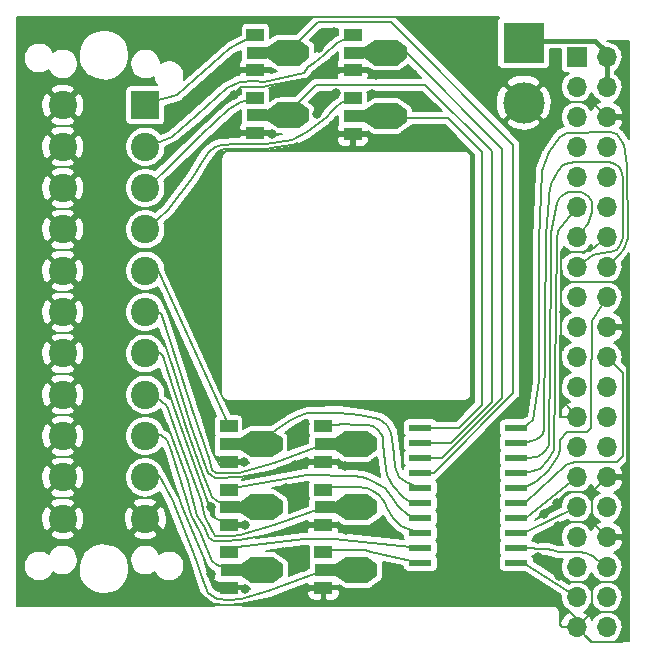
<source format=gtl>
G04 #@! TF.GenerationSoftware,KiCad,Pcbnew,(2017-11-06 revision 9df4ae65e)-makepkg*
G04 #@! TF.CreationDate,2019-02-04T19:17:37-08:00*
G04 #@! TF.ProjectId,Behavior rig board,4265686176696F722072696720626F61,rev?*
G04 #@! TF.SameCoordinates,Original*
G04 #@! TF.FileFunction,Copper,L1,Top,Signal*
G04 #@! TF.FilePolarity,Positive*
%FSLAX46Y46*%
G04 Gerber Fmt 4.6, Leading zero omitted, Abs format (unit mm)*
G04 Created by KiCad (PCBNEW (2017-11-06 revision 9df4ae65e)-makepkg) date 02/04/19 19:17:37*
%MOMM*%
%LPD*%
G01*
G04 APERTURE LIST*
%ADD10R,2.400000X2.400000*%
%ADD11C,2.400000*%
%ADD12O,1.700000X1.700000*%
%ADD13R,1.700000X1.700000*%
%ADD14R,1.950000X0.600000*%
%ADD15C,1.000000*%
%ADD16C,0.100000*%
%ADD17R,1.840000X2.200000*%
%ADD18R,1.500000X1.000000*%
%ADD19R,1.800000X1.000000*%
%ADD20C,0.850000*%
%ADD21C,3.500120*%
%ADD22R,3.500120X3.500120*%
%ADD23C,0.800000*%
%ADD24C,0.200000*%
%ADD25C,0.400000*%
G04 APERTURE END LIST*
D10*
X163480000Y-57070000D03*
D11*
X163480000Y-60570000D03*
X163480000Y-64070000D03*
X163480000Y-67570000D03*
X163480000Y-71070000D03*
X163480000Y-74570000D03*
X163480000Y-78070000D03*
X163480000Y-81570000D03*
X163480000Y-85070000D03*
X163480000Y-88570000D03*
X163480000Y-92070000D03*
X156480000Y-57070000D03*
X156480000Y-60570000D03*
X156480000Y-64070000D03*
X156480000Y-67570000D03*
X156480000Y-71070000D03*
X156480000Y-74570000D03*
X156480000Y-78070000D03*
X156480000Y-81570000D03*
X156480000Y-85070000D03*
X156480000Y-88570000D03*
X156480000Y-92070000D03*
D12*
X202540000Y-101260000D03*
X200000000Y-101260000D03*
X202540000Y-98720000D03*
X200000000Y-98720000D03*
X202540000Y-96180000D03*
X200000000Y-96180000D03*
X202540000Y-93640000D03*
X200000000Y-93640000D03*
X202540000Y-91100000D03*
X200000000Y-91100000D03*
X202540000Y-88560000D03*
X200000000Y-88560000D03*
X202540000Y-86020000D03*
X200000000Y-86020000D03*
X202540000Y-83480000D03*
X200000000Y-83480000D03*
X202540000Y-80940000D03*
X200000000Y-80940000D03*
X202540000Y-78400000D03*
X200000000Y-78400000D03*
X202540000Y-75860000D03*
X200000000Y-75860000D03*
X202540000Y-73320000D03*
X200000000Y-73320000D03*
X202540000Y-70780000D03*
X200000000Y-70780000D03*
X202540000Y-68240000D03*
X200000000Y-68240000D03*
X202540000Y-65700000D03*
X200000000Y-65700000D03*
X202540000Y-63160000D03*
X200000000Y-63160000D03*
X202540000Y-60620000D03*
X200000000Y-60620000D03*
X202540000Y-58080000D03*
X200000000Y-58080000D03*
X202540000Y-55540000D03*
X200000000Y-55540000D03*
X202540000Y-53000000D03*
D13*
X200000000Y-53000000D03*
D14*
X186770000Y-84365000D03*
X186770000Y-85635000D03*
X186770000Y-86905000D03*
X186770000Y-88175000D03*
X186770000Y-89445000D03*
X186770000Y-90715000D03*
X186770000Y-91985000D03*
X186770000Y-93255000D03*
X186770000Y-94525000D03*
X186770000Y-95795000D03*
X194890000Y-95815000D03*
X194890000Y-94545000D03*
X194890000Y-93275000D03*
X194890000Y-92005000D03*
X194890000Y-90735000D03*
X194890000Y-89465000D03*
X194890000Y-88195000D03*
X194890000Y-86925000D03*
X194890000Y-85655000D03*
X194890000Y-84385000D03*
D15*
X179963800Y-96400000D03*
D16*
G36*
X180463800Y-97500000D02*
X179463800Y-96800000D01*
X179463800Y-96000000D01*
X180463800Y-95300000D01*
X180463800Y-97500000D01*
X180463800Y-97500000D01*
G37*
D17*
X181373500Y-96400000D03*
D18*
X178560000Y-97900000D03*
D19*
X178706500Y-96400000D03*
D18*
X178560000Y-94900000D03*
D20*
X182707000Y-96400000D03*
D16*
G36*
X182282000Y-95300000D02*
X183132000Y-95900000D01*
X183132000Y-96900000D01*
X182282000Y-97500000D01*
X182282000Y-95300000D01*
X182282000Y-95300000D01*
G37*
D21*
X195500000Y-56840000D03*
D22*
X195500000Y-51760000D03*
D15*
X171963800Y-96400000D03*
D16*
G36*
X172463800Y-97500000D02*
X171463800Y-96800000D01*
X171463800Y-96000000D01*
X172463800Y-95300000D01*
X172463800Y-97500000D01*
X172463800Y-97500000D01*
G37*
D17*
X173373500Y-96400000D03*
D18*
X170560000Y-97900000D03*
D19*
X170706500Y-96400000D03*
D18*
X170560000Y-94900000D03*
D20*
X174707000Y-96400000D03*
D16*
G36*
X174282000Y-95300000D02*
X175132000Y-95900000D01*
X175132000Y-96900000D01*
X174282000Y-97500000D01*
X174282000Y-95300000D01*
X174282000Y-95300000D01*
G37*
D20*
X182677000Y-91110000D03*
D16*
G36*
X182252000Y-90010000D02*
X183102000Y-90610000D01*
X183102000Y-91610000D01*
X182252000Y-92210000D01*
X182252000Y-90010000D01*
X182252000Y-90010000D01*
G37*
D18*
X178530000Y-89610000D03*
D19*
X178676500Y-91110000D03*
D18*
X178530000Y-92610000D03*
D17*
X181343500Y-91110000D03*
D15*
X179933800Y-91110000D03*
D16*
G36*
X180433800Y-92210000D02*
X179433800Y-91510000D01*
X179433800Y-90710000D01*
X180433800Y-90010000D01*
X180433800Y-92210000D01*
X180433800Y-92210000D01*
G37*
D15*
X171933800Y-91100000D03*
D16*
G36*
X172433800Y-92200000D02*
X171433800Y-91500000D01*
X171433800Y-90700000D01*
X172433800Y-90000000D01*
X172433800Y-92200000D01*
X172433800Y-92200000D01*
G37*
D17*
X173343500Y-91100000D03*
D18*
X170530000Y-92600000D03*
D19*
X170676500Y-91100000D03*
D18*
X170530000Y-89600000D03*
D20*
X174677000Y-91100000D03*
D16*
G36*
X174252000Y-90000000D02*
X175102000Y-90600000D01*
X175102000Y-91600000D01*
X174252000Y-92200000D01*
X174252000Y-90000000D01*
X174252000Y-90000000D01*
G37*
D20*
X182667000Y-85760000D03*
D16*
G36*
X182242000Y-84660000D02*
X183092000Y-85260000D01*
X183092000Y-86260000D01*
X182242000Y-86860000D01*
X182242000Y-84660000D01*
X182242000Y-84660000D01*
G37*
D18*
X178520000Y-84260000D03*
D19*
X178666500Y-85760000D03*
D18*
X178520000Y-87260000D03*
D17*
X181333500Y-85760000D03*
D15*
X179923800Y-85760000D03*
D16*
G36*
X180423800Y-86860000D02*
X179423800Y-86160000D01*
X179423800Y-85360000D01*
X180423800Y-84660000D01*
X180423800Y-86860000D01*
X180423800Y-86860000D01*
G37*
D15*
X171923800Y-85750000D03*
D16*
G36*
X172423800Y-86850000D02*
X171423800Y-86150000D01*
X171423800Y-85350000D01*
X172423800Y-84650000D01*
X172423800Y-86850000D01*
X172423800Y-86850000D01*
G37*
D17*
X173333500Y-85750000D03*
D18*
X170520000Y-87250000D03*
D19*
X170666500Y-85750000D03*
D18*
X170520000Y-84250000D03*
D20*
X174667000Y-85750000D03*
D16*
G36*
X174242000Y-84650000D02*
X175092000Y-85250000D01*
X175092000Y-86250000D01*
X174242000Y-86850000D01*
X174242000Y-84650000D01*
X174242000Y-84650000D01*
G37*
D20*
X185187000Y-57990000D03*
D16*
G36*
X184762000Y-56890000D02*
X185612000Y-57490000D01*
X185612000Y-58490000D01*
X184762000Y-59090000D01*
X184762000Y-56890000D01*
X184762000Y-56890000D01*
G37*
D18*
X181040000Y-56490000D03*
D19*
X181186500Y-57990000D03*
D18*
X181040000Y-59490000D03*
D17*
X183853500Y-57990000D03*
D15*
X182443800Y-57990000D03*
D16*
G36*
X182943800Y-59090000D02*
X181943800Y-58390000D01*
X181943800Y-57590000D01*
X182943800Y-56890000D01*
X182943800Y-59090000D01*
X182943800Y-59090000D01*
G37*
D15*
X174203800Y-57920000D03*
D16*
G36*
X174703800Y-59020000D02*
X173703800Y-58320000D01*
X173703800Y-57520000D01*
X174703800Y-56820000D01*
X174703800Y-59020000D01*
X174703800Y-59020000D01*
G37*
D17*
X175613500Y-57920000D03*
D18*
X172800000Y-59420000D03*
D19*
X172946500Y-57920000D03*
D18*
X172800000Y-56420000D03*
D20*
X176947000Y-57920000D03*
D16*
G36*
X176522000Y-56820000D02*
X177372000Y-57420000D01*
X177372000Y-58420000D01*
X176522000Y-59020000D01*
X176522000Y-56820000D01*
X176522000Y-56820000D01*
G37*
D20*
X185177000Y-52600000D03*
D16*
G36*
X184752000Y-51500000D02*
X185602000Y-52100000D01*
X185602000Y-53100000D01*
X184752000Y-53700000D01*
X184752000Y-51500000D01*
X184752000Y-51500000D01*
G37*
D18*
X181030000Y-51100000D03*
D19*
X181176500Y-52600000D03*
D18*
X181030000Y-54100000D03*
D17*
X183843500Y-52600000D03*
D15*
X182433800Y-52600000D03*
D16*
G36*
X182933800Y-53700000D02*
X181933800Y-53000000D01*
X181933800Y-52200000D01*
X182933800Y-51500000D01*
X182933800Y-53700000D01*
X182933800Y-53700000D01*
G37*
D15*
X174205200Y-52600000D03*
D16*
G36*
X174705200Y-53700000D02*
X173705200Y-53000000D01*
X173705200Y-52200000D01*
X174705200Y-51500000D01*
X174705200Y-53700000D01*
X174705200Y-53700000D01*
G37*
D17*
X175614900Y-52600000D03*
D18*
X172801400Y-54100000D03*
D19*
X172947900Y-52600000D03*
D18*
X172801400Y-51100000D03*
D20*
X176948400Y-52600000D03*
D16*
G36*
X176523400Y-51500000D02*
X177373400Y-52100000D01*
X177373400Y-53100000D01*
X176523400Y-53700000D01*
X176523400Y-51500000D01*
X176523400Y-51500000D01*
G37*
D23*
X171730000Y-82670000D03*
X187820000Y-57250000D03*
X182650000Y-56110000D03*
X198500000Y-96900000D03*
X196690000Y-95340000D03*
X196730000Y-93810000D03*
X198430000Y-92660000D03*
X197250000Y-91640000D03*
X198360000Y-90760000D03*
X198910000Y-79670000D03*
X198940000Y-74590000D03*
X198980000Y-69510000D03*
X171880000Y-92620000D03*
X171870000Y-87310000D03*
X171930000Y-98010000D03*
X170990000Y-56170000D03*
X166030000Y-60540000D03*
X185720000Y-49990000D03*
X174770000Y-56000000D03*
X179640000Y-56050000D03*
X178030000Y-57810000D03*
X176620000Y-49940000D03*
X179470000Y-50830000D03*
X178180000Y-52200000D03*
X195740000Y-73900000D03*
X174230000Y-59530000D03*
X180710000Y-98920000D03*
X175500000Y-98840000D03*
X169030000Y-96750000D03*
X169040000Y-91120000D03*
X167500000Y-79870000D03*
X168820000Y-83400000D03*
X160500000Y-55940000D03*
X157500000Y-52000000D03*
X162600000Y-51840000D03*
X168000000Y-52000000D03*
X166490000Y-57170000D03*
X170870000Y-53800000D03*
X170630000Y-59040000D03*
X165810000Y-69190000D03*
X168070000Y-73340000D03*
X167640000Y-65850000D03*
X169300000Y-69230000D03*
X169430000Y-76620000D03*
X169460000Y-62380000D03*
X165510000Y-94050000D03*
X175120000Y-94910000D03*
X176740000Y-90860000D03*
X175350000Y-89450000D03*
X176950000Y-96200000D03*
X168260000Y-99110000D03*
X159240000Y-99030000D03*
X163200000Y-98230000D03*
X176290000Y-92910000D03*
X176180000Y-87550000D03*
X175920000Y-85760000D03*
X203980000Y-54390000D03*
X203910000Y-51960000D03*
X198190000Y-52680000D03*
X189010000Y-50420000D03*
X191970000Y-53010000D03*
X191610000Y-55940000D03*
X189160000Y-53150000D03*
X203880000Y-97420000D03*
X204080000Y-102010000D03*
X203980000Y-72100000D03*
X189500000Y-99000000D03*
X196250000Y-98250000D03*
X184100000Y-98830000D03*
X193060000Y-96690000D03*
X193050000Y-88800000D03*
X191060000Y-92450000D03*
X188720000Y-96310000D03*
X188930000Y-89240000D03*
X192710000Y-84960000D03*
X195690000Y-80620000D03*
X195730000Y-67490000D03*
X195930000Y-60300000D03*
X176060000Y-82430000D03*
X183510000Y-82450000D03*
X188830000Y-82940000D03*
X189470000Y-60150000D03*
X186510000Y-60070000D03*
X183310000Y-60180000D03*
X179010000Y-59840000D03*
X176360000Y-60630000D03*
X184180000Y-93040000D03*
X180470000Y-93040000D03*
X182730000Y-87830000D03*
X180390000Y-87650000D03*
X177010000Y-84040000D03*
X186120000Y-54440000D03*
X183030000Y-54480000D03*
X178890000Y-54110000D03*
D24*
X176900000Y-52570000D02*
X177010000Y-52570000D01*
X175730000Y-52570000D02*
X176900000Y-52570000D01*
X175710000Y-52590000D02*
X175730000Y-52570000D01*
X175220000Y-52590000D02*
X175710000Y-52590000D01*
X174700000Y-52590000D02*
X175220000Y-52590000D01*
X173480000Y-52590000D02*
X174700000Y-52590000D01*
X173470000Y-52600000D02*
X173480000Y-52590000D01*
X172947900Y-52600000D02*
X173470000Y-52600000D01*
X171730000Y-82670000D02*
X170360000Y-82370000D01*
X169710000Y-80210000D02*
X169470000Y-79150000D01*
X169900000Y-81470000D02*
X169710000Y-80210000D01*
X169950000Y-81670000D02*
X169900000Y-81470000D01*
X170060000Y-81890000D02*
X169950000Y-81670000D01*
X170360000Y-82370000D02*
X170060000Y-81890000D01*
X154840000Y-90330000D02*
X154430000Y-90740000D01*
X157930000Y-90330000D02*
X154840000Y-90330000D01*
X159170000Y-89090000D02*
X157930000Y-90330000D01*
X159170000Y-87960000D02*
X159170000Y-89090000D01*
X158040000Y-86830000D02*
X159170000Y-87960000D01*
X155180000Y-86830000D02*
X158040000Y-86830000D01*
X154320000Y-85970000D02*
X155180000Y-86830000D01*
X154320000Y-83800000D02*
X154320000Y-85970000D01*
X154800000Y-83320000D02*
X154320000Y-83800000D01*
X158250000Y-83320000D02*
X154800000Y-83320000D01*
X158880000Y-82690000D02*
X158250000Y-83320000D01*
X158880000Y-80530000D02*
X158880000Y-82690000D01*
X158180000Y-79830000D02*
X158880000Y-80530000D01*
X155010000Y-79830000D02*
X158180000Y-79830000D01*
X154120000Y-78940000D02*
X155010000Y-79830000D01*
X154120000Y-77080000D02*
X154120000Y-78940000D01*
X154870000Y-76330000D02*
X154120000Y-77080000D01*
X158090000Y-76330000D02*
X154870000Y-76330000D01*
X158770000Y-75650000D02*
X158090000Y-76330000D01*
X158770000Y-73060000D02*
X158770000Y-75650000D01*
X158560000Y-72850000D02*
X158770000Y-73060000D01*
X155040000Y-72850000D02*
X158560000Y-72850000D01*
X154070000Y-71880000D02*
X155040000Y-72850000D01*
X154070000Y-69680000D02*
X154070000Y-71880000D01*
X154420000Y-69330000D02*
X154070000Y-69680000D01*
X158080000Y-69330000D02*
X154420000Y-69330000D01*
X158550000Y-68860000D02*
X158080000Y-69330000D01*
X158550000Y-65880000D02*
X158550000Y-68860000D01*
X158610000Y-65820000D02*
X158550000Y-65880000D01*
X155000000Y-65820000D02*
X158610000Y-65820000D01*
X154250000Y-65070000D02*
X155000000Y-65820000D01*
X154250000Y-62850000D02*
X154250000Y-65070000D01*
X154770000Y-62330000D02*
X154250000Y-62850000D01*
X158140000Y-62330000D02*
X154770000Y-62330000D01*
X158790000Y-61680000D02*
X158140000Y-62330000D01*
X158790000Y-59660000D02*
X158790000Y-61680000D01*
X157960000Y-58830000D02*
X158790000Y-59660000D01*
X155640000Y-58830000D02*
X157960000Y-58830000D01*
X155199998Y-58389998D02*
X155640000Y-58830000D01*
X155160000Y-58389998D02*
X155199998Y-58389998D01*
X155269999Y-58279999D02*
X155160000Y-58389998D01*
X156480000Y-57080000D02*
X155280001Y-58279999D01*
X155280001Y-58279999D02*
X155269999Y-58279999D01*
X159500000Y-72781570D02*
X158730000Y-72781570D01*
X158730000Y-72781570D02*
X158281570Y-72781570D01*
X202470000Y-88590000D02*
X202650000Y-88590000D01*
X201260000Y-89800000D02*
X202470000Y-88590000D01*
X201260000Y-92340000D02*
X201260000Y-89800000D01*
X201690001Y-92770001D02*
X201260000Y-92340000D01*
X201690001Y-92790001D02*
X201690001Y-92770001D01*
X201270000Y-99460000D02*
X201270000Y-97410000D01*
X201300000Y-99490000D02*
X201270000Y-99460000D01*
X201300000Y-99980000D02*
X201300000Y-99490000D01*
X199070000Y-72050000D02*
X198990000Y-71970000D01*
X203364315Y-72050000D02*
X199070000Y-72050000D01*
X203980000Y-72100000D02*
X203414315Y-72100000D01*
X203414315Y-72100000D02*
X203364315Y-72050000D01*
X204020000Y-99980000D02*
X204120000Y-99880000D01*
X201300000Y-99980000D02*
X204020000Y-99980000D01*
X200869999Y-100410001D02*
X201300000Y-99980000D01*
X200000000Y-101260000D02*
X200849999Y-100410001D01*
X200849999Y-100410001D02*
X200869999Y-100410001D01*
X197080000Y-55240000D02*
X195440000Y-56880000D01*
X197470000Y-55240000D02*
X197080000Y-55240000D01*
X199060000Y-56830000D02*
X197470000Y-55240000D01*
X201290000Y-56830000D02*
X199060000Y-56830000D01*
X202540000Y-58080000D02*
X201290000Y-56830000D01*
X175504315Y-60920000D02*
X170190000Y-60920000D01*
X176360000Y-60630000D02*
X175794315Y-60630000D01*
X175794315Y-60630000D02*
X175504315Y-60920000D01*
X187070000Y-56940000D02*
X184720000Y-56150000D01*
X184720000Y-56150000D02*
X182650000Y-56110000D01*
X197980000Y-96110000D02*
X196690000Y-95340000D01*
X198500000Y-96900000D02*
X197840000Y-95760000D01*
X198430000Y-92660000D02*
X198430000Y-92590000D01*
X197270000Y-91420000D02*
X198360000Y-90760000D01*
X197240000Y-91750000D02*
X197270000Y-91420000D01*
X197270000Y-91420000D02*
X197250000Y-91640000D01*
X197260000Y-91750000D02*
X197240000Y-91750000D01*
X197240000Y-91750000D02*
X197140000Y-91750000D01*
X198839999Y-90170001D02*
X197260000Y-91750000D01*
X199190000Y-89830000D02*
X198849999Y-90170001D01*
X198849999Y-90170001D02*
X198839999Y-90170001D01*
X201260000Y-89830000D02*
X199190000Y-89830000D01*
X201680001Y-89409999D02*
X201260000Y-89830000D01*
X202540000Y-88560000D02*
X201690001Y-89409999D01*
X201690001Y-89409999D02*
X201680001Y-89409999D01*
X198650000Y-92370000D02*
X198430000Y-92590000D01*
X198430000Y-92590000D02*
X197380000Y-93640000D01*
X201280000Y-92370000D02*
X198650000Y-92370000D01*
X201690001Y-92780001D02*
X201280000Y-92370000D01*
X202540000Y-93640000D02*
X201690001Y-92790001D01*
X201690001Y-92790001D02*
X201690001Y-92780001D01*
X197350000Y-95480000D02*
X196770000Y-95480000D01*
X199310000Y-97440000D02*
X197980000Y-96110000D01*
X197980000Y-96110000D02*
X197350000Y-95480000D01*
X203294315Y-97440000D02*
X199310000Y-97440000D01*
X203880000Y-97420000D02*
X203314315Y-97420000D01*
X203314315Y-97420000D02*
X203294315Y-97440000D01*
X204110000Y-88560000D02*
X202420000Y-88560000D01*
X204430000Y-88240000D02*
X204110000Y-88560000D01*
X204430000Y-80220000D02*
X204430000Y-88240000D01*
X204430000Y-77330000D02*
X204430000Y-80220000D01*
X204280010Y-77180010D02*
X204430000Y-77330000D01*
X204280010Y-76160010D02*
X204280010Y-77720000D01*
X204280010Y-77720000D02*
X204280010Y-87810010D01*
X204280010Y-77720000D02*
X204280010Y-77180010D01*
X203930000Y-88560000D02*
X202460000Y-88560000D01*
X204090000Y-88400000D02*
X203930000Y-88560000D01*
X204090000Y-88000020D02*
X204090000Y-88400000D01*
X204280010Y-87810010D02*
X204090000Y-88000020D01*
X204100000Y-75980000D02*
X204280010Y-76160010D01*
X203862081Y-75980000D02*
X204100000Y-75980000D01*
X202540000Y-75860000D02*
X203742081Y-75860000D01*
X203742081Y-75860000D02*
X203862081Y-75980000D01*
X198889473Y-69560000D02*
X198900000Y-69560000D01*
X198676963Y-69772540D02*
X198676963Y-69772510D01*
X198676963Y-69772510D02*
X198889473Y-69560000D01*
X198546489Y-83480000D02*
X198546489Y-83479960D01*
X198546489Y-83479960D02*
X198676963Y-69772540D01*
X198679457Y-83347282D02*
X198546487Y-83480251D01*
X198680000Y-69510000D02*
X198679457Y-69510543D01*
X198980000Y-69510000D02*
X198680000Y-69510000D01*
X198679457Y-69510543D02*
X198679457Y-83347282D01*
X200000000Y-83480000D02*
X198910000Y-82220000D01*
X198910000Y-82220000D02*
X198920000Y-82200000D01*
X198910000Y-79670000D02*
X198720000Y-80500000D01*
X198720000Y-80500000D02*
X198600000Y-80970000D01*
X198600000Y-80970000D02*
X198800000Y-81820000D01*
X198800000Y-81820000D02*
X198920000Y-82200000D01*
X198970000Y-76935000D02*
X198690000Y-77950000D01*
X198930000Y-79660000D02*
X198910000Y-79670000D01*
X198730000Y-78950000D02*
X198930000Y-79660000D01*
X198650000Y-78520000D02*
X198730000Y-78950000D01*
X198690000Y-77950000D02*
X198650000Y-78520000D01*
X198910000Y-77110000D02*
X198970000Y-76935000D01*
X198970000Y-76935000D02*
X198790000Y-77460000D01*
X198546474Y-83481583D02*
X198546474Y-83481536D01*
X200000000Y-83480000D02*
X198546489Y-83480000D01*
X198546489Y-83480000D02*
X198546474Y-83481583D01*
X198790000Y-71560000D02*
X198790000Y-72410000D01*
X198671067Y-71441067D02*
X198790000Y-71560000D01*
X198671067Y-70392009D02*
X198671067Y-71230000D01*
X198671067Y-71230000D02*
X198671067Y-72154717D01*
X198671067Y-71230000D02*
X198671067Y-71441067D01*
X198740000Y-74870000D02*
X198760000Y-74890000D01*
X198740000Y-74320000D02*
X198740000Y-74870000D01*
X198654127Y-74405873D02*
X198740000Y-74320000D01*
X198654127Y-72171657D02*
X198654127Y-75010000D01*
X198654127Y-75010000D02*
X198654127Y-77155873D01*
X198654127Y-75010000D02*
X198654127Y-74405873D01*
X198890000Y-77130000D02*
X198910000Y-77110000D01*
X198910000Y-77110000D02*
X198950000Y-77070000D01*
X198680000Y-77130000D02*
X198890000Y-77130000D01*
X198654127Y-77155873D02*
X198680000Y-77130000D01*
X198671067Y-72154717D02*
X198654127Y-72171657D01*
X198679169Y-70383907D02*
X198671067Y-70392009D01*
X198710000Y-69510000D02*
X198679169Y-69540831D01*
X198980000Y-69510000D02*
X198710000Y-69510000D01*
X198679169Y-69540831D02*
X198679169Y-70383907D01*
X198940000Y-74590000D02*
X198640000Y-75560000D01*
X198630000Y-76420000D02*
X198920000Y-77140000D01*
X198640000Y-75560000D02*
X198630000Y-76420000D01*
X198960000Y-72050000D02*
X198660000Y-72960000D01*
X198700000Y-70060000D02*
X198680000Y-70830000D01*
X198680000Y-70830000D02*
X198960000Y-72050000D01*
X198980000Y-69510000D02*
X198700000Y-70060000D01*
X198660000Y-73610000D02*
X198940000Y-74590000D01*
X198660000Y-72960000D02*
X198660000Y-73610000D01*
X202540000Y-68240000D02*
X201090000Y-69440000D01*
X199730000Y-69510000D02*
X198980000Y-69510000D01*
X200330000Y-69510000D02*
X199730000Y-69510000D01*
X201090000Y-69440000D02*
X200330000Y-69510000D01*
X170530000Y-92600000D02*
X171880000Y-92620000D01*
X171870000Y-87310000D02*
X171870000Y-87295000D01*
X170560000Y-97900000D02*
X171930000Y-98010000D01*
X176999999Y-49590001D02*
X185320001Y-49590001D01*
X185720000Y-49990000D02*
X185320001Y-49590001D01*
X178030000Y-57810000D02*
X179640000Y-56050000D01*
X178030000Y-52400000D02*
X179640000Y-50740000D01*
X157913100Y-58663100D02*
X156500000Y-57250000D01*
X162040000Y-58860000D02*
X160250000Y-58663100D01*
X160250000Y-58663100D02*
X160040000Y-58640000D01*
X160250000Y-58663100D02*
X157913100Y-58663100D01*
X157760000Y-62010000D02*
X156500000Y-60750000D01*
X161190000Y-62010000D02*
X157760000Y-62010000D01*
X158005348Y-65505348D02*
X156500000Y-64000000D01*
X163310000Y-65810000D02*
X162000000Y-65505348D01*
X162000000Y-65505348D02*
X161590000Y-65410000D01*
X162000000Y-65505348D02*
X158005348Y-65505348D01*
X158171090Y-69171090D02*
X156500000Y-67500000D01*
X163610000Y-69300000D02*
X161750000Y-69171090D01*
X161750000Y-69171090D02*
X161590000Y-69160000D01*
X161750000Y-69171090D02*
X158171090Y-69171090D01*
X158281570Y-72781570D02*
X156500000Y-71000000D01*
X161750000Y-72670000D02*
X159500000Y-72781570D01*
X159500000Y-72781570D02*
X159330000Y-72790000D01*
X158513600Y-76513600D02*
X156500000Y-74500000D01*
X161380000Y-76440000D02*
X160000000Y-76513600D01*
X160000000Y-76513600D02*
X159860000Y-76521067D01*
X160000000Y-76513600D02*
X158513600Y-76513600D01*
X158298409Y-79798409D02*
X156500000Y-78000000D01*
X160220000Y-79798409D02*
X158298409Y-79798409D01*
X158260000Y-83260000D02*
X156500000Y-81500000D01*
X161680000Y-83260000D02*
X158260000Y-83260000D01*
X158340000Y-86840000D02*
X156500000Y-85000000D01*
X162530000Y-86840000D02*
X158340000Y-86840000D01*
X165340000Y-87460000D02*
X164760000Y-86940000D01*
X168590000Y-95860000D02*
X166660000Y-91270000D01*
X164760000Y-86940000D02*
X163880000Y-86880000D01*
X168940000Y-96700000D02*
X168590000Y-95860000D01*
X166660000Y-91270000D02*
X165340000Y-87460000D01*
X163880000Y-86880000D02*
X162530000Y-86840000D01*
X164750000Y-90500000D02*
X163250000Y-92000000D01*
X164560000Y-90310000D02*
X164750000Y-90500000D01*
X158250000Y-90310000D02*
X164560000Y-90310000D01*
X156480000Y-92080000D02*
X158250000Y-90310000D01*
X174230000Y-59530000D02*
X173020000Y-59420000D01*
X173020000Y-59420000D02*
X172800000Y-59420000D01*
X199980000Y-101240000D02*
X199950000Y-101240000D01*
X201260000Y-102520000D02*
X199980000Y-101240000D01*
X203780000Y-102520000D02*
X201260000Y-102520000D01*
X204080000Y-102220000D02*
X203780000Y-102520000D01*
X204080000Y-102010000D02*
X204080000Y-102220000D01*
X203820000Y-102490000D02*
X204220000Y-102090000D01*
X200000000Y-101260000D02*
X201230000Y-102490000D01*
X199970000Y-100510000D02*
X199970000Y-101240000D01*
X199320000Y-99860000D02*
X199970000Y-100510000D01*
X198590000Y-99860000D02*
X199320000Y-99860000D01*
X198550000Y-99900000D02*
X198590000Y-99860000D01*
X198600000Y-99950000D02*
X198550000Y-99900000D01*
X198600000Y-101062081D02*
X198600000Y-99950000D01*
X200000000Y-101260000D02*
X198797919Y-101260000D01*
X198797919Y-101260000D02*
X198600000Y-101062081D01*
X167000000Y-97170000D02*
X166970000Y-97140000D01*
X167000000Y-97660000D02*
X167000000Y-97170000D01*
X168750000Y-99410000D02*
X167000000Y-97660000D01*
X174364315Y-99410000D02*
X168750000Y-99410000D01*
X175500000Y-98840000D02*
X174934315Y-98840000D01*
X174934315Y-98840000D02*
X174364315Y-99410000D01*
X170520000Y-87250000D02*
X169920000Y-87310000D01*
X169920000Y-87310000D02*
X169700000Y-87200000D01*
X169510000Y-86910000D02*
X169750000Y-87050000D01*
X169700000Y-87200000D02*
X169510000Y-86910000D01*
X170520000Y-87250000D02*
X169910000Y-87660000D01*
X169910000Y-87660000D02*
X169590000Y-87270000D01*
X168860000Y-85380000D02*
X168890000Y-85030000D01*
X169100000Y-86300000D02*
X168860000Y-85380000D01*
X169590000Y-87270000D02*
X169100000Y-86300000D01*
X170560000Y-97900000D02*
X169950000Y-98240000D01*
X169950000Y-98240000D02*
X169420000Y-98080000D01*
X169320000Y-97540000D02*
X169810000Y-97690000D01*
X169220000Y-97660000D02*
X169320000Y-97540000D01*
X169240000Y-97850000D02*
X169220000Y-97660000D01*
X169420000Y-98080000D02*
X169240000Y-97850000D01*
X169810000Y-97690000D02*
X169840000Y-98050000D01*
X169840000Y-98050000D02*
X169550000Y-98010000D01*
X169550000Y-98010000D02*
X169300000Y-97770000D01*
X169300000Y-97770000D02*
X169590000Y-97730000D01*
X169590000Y-97730000D02*
X169740000Y-97860000D01*
X169740000Y-97860000D02*
X169600000Y-97900000D01*
X168940000Y-96720000D02*
X168940000Y-96700000D01*
X170530000Y-92600000D02*
X171940000Y-92600000D01*
X171940000Y-87260000D02*
X171870000Y-87295000D01*
X171870000Y-87295000D02*
X171920000Y-87270000D01*
X169400000Y-92005263D02*
X169040000Y-91120000D01*
X181040000Y-59490000D02*
X175910000Y-60420000D01*
X165590000Y-69090000D02*
X163610000Y-69300000D01*
X167700000Y-66100000D02*
X165590000Y-69090000D01*
X168870000Y-62670000D02*
X167700000Y-66100000D01*
X169530000Y-60990000D02*
X168870000Y-62670000D01*
X170140000Y-60800000D02*
X169530000Y-60990000D01*
X171120000Y-60750000D02*
X170140000Y-60800000D01*
X172890000Y-60750000D02*
X171120000Y-60750000D01*
X173730000Y-60730000D02*
X172890000Y-60750000D01*
X174620000Y-60600000D02*
X173730000Y-60730000D01*
X175910000Y-60420000D02*
X174620000Y-60600000D01*
X156800000Y-67880000D02*
X156210000Y-67680000D01*
X156210000Y-67680000D02*
X156480000Y-67580000D01*
X164420000Y-62020789D02*
X163760000Y-62300000D01*
X161090000Y-62010000D02*
X161090000Y-61979283D01*
X162530000Y-62350000D02*
X161090000Y-62010000D01*
X163760000Y-62300000D02*
X162530000Y-62350000D01*
X165200000Y-64972985D02*
X164320000Y-65690000D01*
X164320000Y-65690000D02*
X163310000Y-65810000D01*
X156630000Y-64100000D02*
X156480000Y-64080000D01*
X172800000Y-59420000D02*
X170460000Y-59340000D01*
X165880000Y-64090000D02*
X165200000Y-64972985D01*
X165200000Y-64972985D02*
X165210000Y-64960000D01*
X166490000Y-62280000D02*
X165880000Y-64090000D01*
X168390000Y-60490000D02*
X166490000Y-62280000D01*
X170460000Y-59340000D02*
X168390000Y-60490000D01*
X170110000Y-56780000D02*
X164420000Y-62020789D01*
X164420000Y-62020789D02*
X164410000Y-62030000D01*
X181030000Y-54100000D02*
X173680000Y-55460000D01*
X161190000Y-62010000D02*
X161090000Y-61979283D01*
X171550000Y-55500000D02*
X170110000Y-56780000D01*
X170110000Y-56780000D02*
X170020000Y-56860000D01*
X171920000Y-55480000D02*
X171550000Y-55500000D01*
X173510000Y-55500000D02*
X171920000Y-55480000D01*
X173680000Y-55460000D02*
X173510000Y-55500000D01*
X156730000Y-60640000D02*
X156480000Y-60580000D01*
X172801400Y-54100000D02*
X170030000Y-54360000D01*
X164560000Y-58910000D02*
X162040000Y-58860000D01*
X166020000Y-58320000D02*
X164560000Y-58910000D01*
X167320000Y-56490000D02*
X166020000Y-58320000D01*
X170030000Y-54360000D02*
X167320000Y-56490000D01*
X156340000Y-57200000D02*
X156480000Y-57080000D01*
X178560000Y-97900000D02*
X171500000Y-99300000D01*
X166730000Y-94980000D02*
X163980000Y-92130000D01*
X167450000Y-97210000D02*
X166730000Y-94980000D01*
X167920000Y-98250000D02*
X167450000Y-97210000D01*
X168670000Y-98860000D02*
X167920000Y-98250000D01*
X169210000Y-99270000D02*
X168670000Y-98860000D01*
X170470000Y-99390000D02*
X169210000Y-99270000D01*
X171500000Y-99300000D02*
X170470000Y-99390000D01*
X163980000Y-92130000D02*
X163480000Y-92080000D01*
X170560000Y-97900000D02*
X169190000Y-97300000D01*
X169190000Y-97300000D02*
X168940000Y-96700000D01*
X156020000Y-85020000D02*
X156020000Y-85050000D01*
X156020000Y-85050000D02*
X156480000Y-85080000D01*
X178530000Y-92610000D02*
X171370000Y-93910000D01*
X163530000Y-83340000D02*
X161680000Y-83260000D01*
X164710000Y-83440000D02*
X163530000Y-83340000D01*
X165350000Y-84060000D02*
X164710000Y-83440000D01*
X167110000Y-88910000D02*
X165350000Y-84060000D01*
X167880000Y-91850000D02*
X167110000Y-88910000D01*
X168430000Y-92710000D02*
X167880000Y-91850000D01*
X168900000Y-93670000D02*
X168430000Y-92710000D01*
X169280000Y-93950000D02*
X168900000Y-93670000D01*
X170130000Y-94000000D02*
X169280000Y-93950000D01*
X171370000Y-93910000D02*
X170130000Y-94000000D01*
X156450000Y-81380000D02*
X156480000Y-81580000D01*
X156290000Y-78010000D02*
X156480000Y-78080000D01*
X170530000Y-92600000D02*
X169400000Y-92005263D01*
X169400000Y-92005263D02*
X169200000Y-91900000D01*
X162050000Y-79840000D02*
X160220000Y-79798409D01*
X160220000Y-79798409D02*
X160290000Y-79800000D01*
X163690000Y-79840000D02*
X162050000Y-79840000D01*
X164650000Y-80030000D02*
X163690000Y-79840000D01*
X165140000Y-80420000D02*
X164650000Y-80030000D01*
X166120000Y-83360000D02*
X165140000Y-80420000D01*
X168700000Y-90500000D02*
X166120000Y-83360000D01*
X169200000Y-91900000D02*
X168700000Y-90500000D01*
X156810000Y-74570000D02*
X156480000Y-74580000D01*
X167370000Y-84212431D02*
X165800000Y-79340000D01*
X159860000Y-76521067D02*
X159880000Y-76520000D01*
X163070000Y-76400000D02*
X161380000Y-76440000D01*
X163890000Y-76400000D02*
X163070000Y-76400000D01*
X164490000Y-76540000D02*
X163890000Y-76400000D01*
X164970000Y-76860000D02*
X164490000Y-76540000D01*
X165800000Y-79340000D02*
X164970000Y-76860000D01*
X178520000Y-87260000D02*
X171460000Y-88580000D01*
X168820000Y-88210000D02*
X167370000Y-84212431D01*
X167370000Y-84212431D02*
X167380000Y-84240000D01*
X169000000Y-88410000D02*
X168820000Y-88210000D01*
X169380000Y-88620000D02*
X169000000Y-88410000D01*
X171460000Y-88580000D02*
X169380000Y-88620000D01*
X170520000Y-87250000D02*
X169380000Y-86750000D01*
X163690000Y-72780000D02*
X161750000Y-72670000D01*
X164800000Y-72910000D02*
X163690000Y-72780000D01*
X165240000Y-74030000D02*
X164800000Y-72910000D01*
X166680000Y-78150000D02*
X165240000Y-74030000D01*
X168900000Y-85470000D02*
X166680000Y-78150000D01*
X169380000Y-86750000D02*
X168900000Y-85470000D01*
X156380000Y-71170000D02*
X156480000Y-71080000D01*
X178080000Y-50030000D02*
X175560000Y-52550000D01*
X184270000Y-50030000D02*
X178080000Y-50030000D01*
X194640000Y-60400000D02*
X184270000Y-50030000D01*
X194640000Y-81457096D02*
X194640000Y-60400000D01*
X186770000Y-88175000D02*
X187922096Y-88175000D01*
X187922096Y-88175000D02*
X194640000Y-81457096D01*
X186770000Y-88175000D02*
X187922094Y-88175000D01*
X176400000Y-52600000D02*
X175300000Y-52600000D01*
X184230000Y-52590000D02*
X185050000Y-52590000D01*
X184166500Y-52653500D02*
X184230000Y-52590000D01*
X182330000Y-52653500D02*
X184166500Y-52653500D01*
X181176500Y-52600000D02*
X182276500Y-52600000D01*
X182276500Y-52600000D02*
X182330000Y-52653500D01*
X185640000Y-52680000D02*
X182890000Y-52680000D01*
X193710000Y-60750000D02*
X185640000Y-52680000D01*
X193710000Y-81821397D02*
X193710000Y-60750000D01*
X186770000Y-86905000D02*
X188626397Y-86905000D01*
X188626397Y-86905000D02*
X193710000Y-81821397D01*
X182170000Y-96400000D02*
X182770000Y-96400000D01*
X182140000Y-96370000D02*
X182170000Y-96400000D01*
X181760000Y-96370000D02*
X182140000Y-96370000D01*
X180320000Y-96370000D02*
X181760000Y-96370000D01*
X180270000Y-96420000D02*
X180320000Y-96370000D01*
X179320000Y-96420000D02*
X180270000Y-96420000D01*
X179300000Y-96400000D02*
X179320000Y-96420000D01*
X178706500Y-96400000D02*
X179300000Y-96400000D01*
X178706500Y-96400000D02*
X173870000Y-98180000D01*
X165810000Y-90610000D02*
X164630000Y-88410000D01*
X166740000Y-92960000D02*
X165810000Y-90610000D01*
X167720000Y-95290000D02*
X166740000Y-92960000D01*
X168320000Y-97240000D02*
X167720000Y-95290000D01*
X168760000Y-98380000D02*
X168320000Y-97240000D01*
X169520000Y-98880000D02*
X168760000Y-98380000D01*
X170600000Y-98970000D02*
X169520000Y-98880000D01*
X171590000Y-98840000D02*
X170600000Y-98970000D01*
X173870000Y-98180000D02*
X171590000Y-98840000D01*
X164630000Y-88410000D02*
X163490000Y-88330000D01*
X163490000Y-88330000D02*
X163480000Y-88580000D01*
X174203800Y-57920000D02*
X174803800Y-57920000D01*
X175160000Y-57980000D02*
X176930000Y-57980000D01*
X175100000Y-57920000D02*
X175160000Y-57980000D01*
X172946500Y-57920000D02*
X175100000Y-57920000D01*
X177950000Y-55340000D02*
X175300000Y-57990000D01*
X187190000Y-55340000D02*
X177950000Y-55340000D01*
X192810000Y-60960000D02*
X187190000Y-55340000D01*
X192810000Y-82155698D02*
X192810000Y-60960000D01*
X186770000Y-85635000D02*
X189330698Y-85635000D01*
X189330698Y-85635000D02*
X192810000Y-82155698D01*
X171333800Y-96430000D02*
X171720000Y-96430000D01*
X171963800Y-96400000D02*
X171363800Y-96400000D01*
X171363800Y-96400000D02*
X171333800Y-96430000D01*
X173700000Y-96490000D02*
X174710000Y-96490000D01*
X173630000Y-96420000D02*
X173700000Y-96490000D01*
X173170000Y-96420000D02*
X173630000Y-96420000D01*
X172640000Y-96420000D02*
X173170000Y-96420000D01*
X171390000Y-96420000D02*
X172640000Y-96420000D01*
X171370000Y-96400000D02*
X171390000Y-96420000D01*
X170706500Y-96400000D02*
X171370000Y-96400000D01*
X169140000Y-95678462D02*
X168090000Y-93210000D01*
X164800000Y-85000000D02*
X163830000Y-84810000D01*
X165270000Y-85370000D02*
X164800000Y-85000000D01*
X165670000Y-86260000D02*
X165270000Y-85370000D01*
X166970000Y-90570000D02*
X165670000Y-86260000D01*
X167340000Y-91730000D02*
X166970000Y-90570000D01*
X168090000Y-93210000D02*
X167340000Y-91730000D01*
X163830000Y-84810000D02*
X163480000Y-85080000D01*
X170706500Y-96400000D02*
X169520000Y-96000000D01*
X169520000Y-96000000D02*
X169140000Y-95678462D01*
X169140000Y-95678462D02*
X169130000Y-95670000D01*
X183700000Y-57850000D02*
X185100000Y-57850000D01*
X183600000Y-57950000D02*
X183700000Y-57850000D01*
X182326500Y-57950000D02*
X183600000Y-57950000D01*
X181186500Y-57990000D02*
X182286500Y-57990000D01*
X182286500Y-57990000D02*
X182326500Y-57950000D01*
X189110000Y-58160000D02*
X183370000Y-58160000D01*
X191940000Y-60990000D02*
X189110000Y-58160000D01*
X191940000Y-82460000D02*
X191940000Y-60990000D01*
X190035000Y-84365000D02*
X191940000Y-82460000D01*
X186770000Y-84365000D02*
X190035000Y-84365000D01*
X182450000Y-91060000D02*
X182740000Y-91060000D01*
X182330000Y-91180000D02*
X182450000Y-91060000D01*
X180490000Y-91180000D02*
X182330000Y-91180000D01*
X180420000Y-91110000D02*
X180490000Y-91180000D01*
X179520000Y-91110000D02*
X180420000Y-91110000D01*
X178676500Y-91110000D02*
X179520000Y-91110000D01*
X169390000Y-93510484D02*
X168510000Y-91940000D01*
X165320000Y-82500000D02*
X163940000Y-81460000D01*
X166400000Y-85650000D02*
X165320000Y-82500000D01*
X168150000Y-90490000D02*
X166400000Y-85650000D01*
X168510000Y-91940000D02*
X168150000Y-90490000D01*
X163940000Y-81460000D02*
X163620000Y-81400000D01*
X163620000Y-81400000D02*
X163480000Y-81580000D01*
X178676500Y-91110000D02*
X174390000Y-92610000D01*
X170000000Y-93540000D02*
X169390000Y-93510484D01*
X169390000Y-93510484D02*
X169380000Y-93510000D01*
X170800000Y-93550000D02*
X170000000Y-93540000D01*
X171480000Y-93470000D02*
X170800000Y-93550000D01*
X174390000Y-92610000D02*
X171480000Y-93470000D01*
X164170000Y-81690000D02*
X163630000Y-81640000D01*
X163630000Y-81640000D02*
X163480000Y-81580000D01*
X163950000Y-81430000D02*
X163480000Y-81560000D01*
X163480000Y-81560000D02*
X163480000Y-81580000D01*
X171776500Y-85760000D02*
X174220000Y-85760000D01*
X170666500Y-85750000D02*
X171766500Y-85750000D01*
X171766500Y-85750000D02*
X171776500Y-85760000D01*
X173333500Y-85750000D02*
X174710000Y-85760000D01*
X174710000Y-85760000D02*
X174667000Y-85750000D01*
X170666500Y-85750000D02*
X173320000Y-85760000D01*
X173320000Y-85760000D02*
X173333500Y-85750000D01*
X186770000Y-89445000D02*
X185570000Y-88980000D01*
X175650000Y-83830000D02*
X173480000Y-85320000D01*
X176350000Y-83460000D02*
X175650000Y-83830000D01*
X177130000Y-83160000D02*
X176350000Y-83460000D01*
X177510000Y-83090000D02*
X177130000Y-83160000D01*
X179900000Y-83080000D02*
X177510000Y-83090000D01*
X181690000Y-83270000D02*
X179900000Y-83080000D01*
X183300000Y-83620000D02*
X181690000Y-83270000D01*
X183910000Y-84100000D02*
X183300000Y-83620000D01*
X184300000Y-84840000D02*
X183910000Y-84100000D01*
X184470000Y-85930000D02*
X184300000Y-84840000D01*
X184570000Y-86690000D02*
X184470000Y-85930000D01*
X184590000Y-87690000D02*
X184570000Y-86690000D01*
X184950000Y-88580000D02*
X184590000Y-87690000D01*
X185570000Y-88980000D02*
X184950000Y-88580000D01*
X173480000Y-85320000D02*
X173333500Y-85750000D01*
X174142000Y-91090000D02*
X173740000Y-91090000D01*
X174677000Y-91100000D02*
X174152000Y-91100000D01*
X174152000Y-91100000D02*
X174142000Y-91090000D01*
X173800000Y-91110000D02*
X173820000Y-91090000D01*
X172950000Y-91110000D02*
X173800000Y-91110000D01*
X171786500Y-91110000D02*
X172950000Y-91110000D01*
X170676500Y-91100000D02*
X171776500Y-91100000D01*
X171776500Y-91100000D02*
X171786500Y-91110000D01*
X169160000Y-90220513D02*
X168190000Y-87880000D01*
X164740000Y-78040000D02*
X163630000Y-77780000D01*
X164940000Y-78290000D02*
X164740000Y-78040000D01*
X165410000Y-79630000D02*
X164940000Y-78290000D01*
X167030000Y-84550000D02*
X165410000Y-79630000D01*
X168190000Y-87880000D02*
X167030000Y-84550000D01*
X163630000Y-77780000D02*
X163420000Y-78120000D01*
X163420000Y-78120000D02*
X163480000Y-78080000D01*
X164170000Y-78180000D02*
X163810000Y-78180000D01*
X163810000Y-78180000D02*
X163480000Y-78080000D01*
X170676500Y-91100000D02*
X169530000Y-90600000D01*
X169530000Y-90600000D02*
X169160000Y-90220513D01*
X169160000Y-90220513D02*
X169120000Y-90179487D01*
X169120000Y-90179487D02*
X169140000Y-90200000D01*
X178666500Y-85760000D02*
X179766500Y-85760000D01*
X179766500Y-85760000D02*
X179786500Y-85780000D01*
X181190000Y-85750000D02*
X178680000Y-85750000D01*
X182132000Y-85750000D02*
X181190000Y-85750000D01*
X182667000Y-85760000D02*
X182142000Y-85760000D01*
X182142000Y-85760000D02*
X182132000Y-85750000D01*
X178666500Y-85760000D02*
X182590000Y-85760000D01*
X178666500Y-85760000D02*
X182560000Y-85760000D01*
X167480000Y-83000000D02*
X165110000Y-75640000D01*
X164770000Y-74660000D02*
X163630000Y-74400000D01*
X165110000Y-75640000D02*
X164770000Y-74660000D01*
X163630000Y-74400000D02*
X163480000Y-74580000D01*
X178666500Y-85760000D02*
X174330000Y-87330000D01*
X168840000Y-86910000D02*
X167480000Y-83000000D01*
X167480000Y-83000000D02*
X167480000Y-83000000D01*
X169160000Y-87960000D02*
X168840000Y-86910000D01*
X169430000Y-88180000D02*
X169160000Y-87960000D01*
X170590000Y-88190000D02*
X169430000Y-88180000D01*
X171430000Y-88170000D02*
X170590000Y-88190000D01*
X174330000Y-87330000D02*
X171430000Y-88170000D01*
X164500000Y-74660000D02*
X163480000Y-74580000D01*
X183590000Y-85760000D02*
X183750000Y-87230000D01*
X185270000Y-90210000D02*
X185850000Y-90660000D01*
X184480000Y-89280000D02*
X185270000Y-90210000D01*
X183920000Y-88410000D02*
X184480000Y-89280000D01*
X183750000Y-87230000D02*
X183920000Y-88410000D01*
X185850000Y-90660000D02*
X186610000Y-90820000D01*
X186610000Y-90820000D02*
X186770000Y-90715000D01*
X178520000Y-84260000D02*
X180400000Y-84090000D01*
X183590000Y-85190000D02*
X183590000Y-85760000D01*
X183590000Y-85760000D02*
X183590000Y-85730000D01*
X183450000Y-84910000D02*
X183590000Y-85190000D01*
X183150000Y-84590000D02*
X183450000Y-84910000D01*
X182720000Y-84250000D02*
X183150000Y-84590000D01*
X182280000Y-84120000D02*
X182720000Y-84250000D01*
X181270000Y-84100000D02*
X182280000Y-84120000D01*
X180400000Y-84090000D02*
X181270000Y-84100000D01*
X186450000Y-90820000D02*
X186580000Y-90820000D01*
X186580000Y-90820000D02*
X186770000Y-90715000D01*
X186770000Y-90715000D02*
X187445000Y-90715000D01*
X170520000Y-84250000D02*
X164510000Y-70980000D01*
X164510000Y-70980000D02*
X163620000Y-71020000D01*
X163620000Y-71020000D02*
X163480000Y-71080000D01*
X186770000Y-91985000D02*
X185710000Y-91740000D01*
X182350000Y-88680000D02*
X182350000Y-88683036D01*
X182700000Y-88890000D02*
X182350000Y-88680000D01*
X183730000Y-89440000D02*
X182700000Y-88890000D01*
X184310000Y-90180000D02*
X183730000Y-89440000D01*
X184880000Y-91010000D02*
X184310000Y-90180000D01*
X185710000Y-91740000D02*
X184880000Y-91010000D01*
X177130000Y-88350000D02*
X170490000Y-89580000D01*
X182350000Y-88683036D02*
X181840000Y-88510000D01*
X181840000Y-88510000D02*
X181090000Y-88450000D01*
X181090000Y-88450000D02*
X177130000Y-88350000D01*
X182400000Y-88700000D02*
X182350000Y-88683036D01*
X170490000Y-89580000D02*
X170530000Y-89600000D01*
X185910000Y-92160000D02*
X186750000Y-92140000D01*
X186750000Y-92140000D02*
X186770000Y-91985000D01*
X177200000Y-59300000D02*
X177200000Y-59290000D01*
X177200000Y-59290000D02*
X177200000Y-59300000D01*
X181040000Y-56490000D02*
X180250000Y-56820000D01*
X177200000Y-59300000D02*
X177200000Y-59300000D01*
X177200000Y-59300000D02*
X175890000Y-60005384D01*
X178520000Y-58330000D02*
X177200000Y-59300000D01*
X178840000Y-58050000D02*
X178520000Y-58330000D01*
X179220000Y-57660000D02*
X178840000Y-58050000D01*
X179820000Y-57080000D02*
X179220000Y-57660000D01*
X180250000Y-56820000D02*
X179820000Y-57080000D01*
X175890000Y-60005384D02*
X173730000Y-60320000D01*
X168430000Y-61590000D02*
X168430000Y-61596882D01*
X168850000Y-61020000D02*
X168430000Y-61590000D01*
X169340000Y-60610000D02*
X168850000Y-61020000D01*
X169960000Y-60400000D02*
X169340000Y-60610000D01*
X171110000Y-60340000D02*
X169960000Y-60400000D01*
X172850000Y-60350000D02*
X171110000Y-60340000D01*
X173730000Y-60320000D02*
X172850000Y-60350000D01*
X165390000Y-65910000D02*
X163730000Y-67480000D01*
X168430000Y-61596882D02*
X167510000Y-63150000D01*
X167510000Y-63150000D02*
X165390000Y-65910000D01*
X168440000Y-61580000D02*
X168430000Y-61596882D01*
X163730000Y-67480000D02*
X163480000Y-67580000D01*
X175890000Y-60005384D02*
X175880000Y-60010769D01*
X175880000Y-60010769D02*
X175900000Y-60000000D01*
X172800000Y-56420000D02*
X171560000Y-56750000D01*
X165570000Y-62200000D02*
X163680000Y-63970000D01*
X168230000Y-59620000D02*
X165570000Y-62200000D01*
X170590000Y-57420000D02*
X168230000Y-59620000D01*
X171560000Y-56750000D02*
X170590000Y-57420000D01*
X163680000Y-63970000D02*
X163480000Y-64080000D01*
X172700000Y-56330000D02*
X172791400Y-56220000D01*
X186770000Y-93255000D02*
X185700000Y-92980000D01*
X179760000Y-89350000D02*
X178990000Y-89350000D01*
X181400000Y-89370000D02*
X179760000Y-89350000D01*
X182270000Y-89480000D02*
X181400000Y-89370000D01*
X182780000Y-89720000D02*
X182270000Y-89480000D01*
X183270000Y-90090000D02*
X182780000Y-89720000D01*
X183600000Y-90450000D02*
X183270000Y-90090000D01*
X183750000Y-90750000D02*
X183600000Y-90450000D01*
X183930000Y-91190000D02*
X183750000Y-90750000D01*
X184450000Y-92000000D02*
X183930000Y-91190000D01*
X185120000Y-92670000D02*
X184450000Y-92000000D01*
X185700000Y-92980000D02*
X185120000Y-92670000D01*
X178990000Y-89350000D02*
X178530000Y-89610000D01*
X185970000Y-93250000D02*
X186660000Y-93380000D01*
X186660000Y-93380000D02*
X186770000Y-93255000D01*
X186770000Y-94525000D02*
X179430000Y-93770000D01*
X176900000Y-93780000D02*
X170550000Y-94590000D01*
X178480000Y-93750000D02*
X176900000Y-93780000D01*
X179430000Y-93770000D02*
X178480000Y-93750000D01*
X170550000Y-94590000D02*
X170540000Y-94910000D01*
X170540000Y-94910000D02*
X170560000Y-94900000D01*
X181030000Y-51100000D02*
X179740000Y-51800000D01*
X178620000Y-52770000D02*
X178620000Y-52775682D01*
X179740000Y-51800000D02*
X178620000Y-52770000D01*
X177270000Y-53840000D02*
X177270000Y-53844599D01*
X177760000Y-53450000D02*
X177270000Y-53840000D01*
X178640000Y-52760000D02*
X178620000Y-52775682D01*
X178620000Y-52775682D02*
X177760000Y-53450000D01*
X177270000Y-53844599D02*
X177270000Y-53844599D01*
X177270000Y-53844599D02*
X176870000Y-54300000D01*
X173520000Y-55080000D02*
X173520000Y-55079286D01*
X176870000Y-54300000D02*
X173520000Y-55080000D01*
X177270000Y-53844599D02*
X177290000Y-53830000D01*
X165710000Y-59740000D02*
X164080000Y-60390000D01*
X173520000Y-55079286D02*
X172700000Y-55050000D01*
X172700000Y-55050000D02*
X171470000Y-55080000D01*
X171470000Y-55080000D02*
X170400000Y-55600000D01*
X170400000Y-55600000D02*
X167860000Y-57930000D01*
X167860000Y-57930000D02*
X165710000Y-59740000D01*
X173540000Y-55080000D02*
X173520000Y-55079286D01*
X164080000Y-60390000D02*
X163450000Y-60570000D01*
X163450000Y-60570000D02*
X163480000Y-60580000D01*
X163330000Y-60580000D02*
X163480000Y-60580000D01*
X200000000Y-98720000D02*
X195610000Y-95900000D01*
X195610000Y-95900000D02*
X194890000Y-95815000D01*
X200820000Y-94982222D02*
X200980000Y-95040000D01*
X201610000Y-95440000D02*
X202530000Y-96170000D01*
X201360000Y-95260000D02*
X201610000Y-95440000D01*
X201160000Y-95140000D02*
X201360000Y-95260000D01*
X200980000Y-95040000D02*
X201160000Y-95140000D01*
X202530000Y-96170000D02*
X202540000Y-96180000D01*
X195970000Y-94570000D02*
X194920000Y-94560000D01*
X196920000Y-94640000D02*
X195970000Y-94570000D01*
X197360000Y-94670000D02*
X196920000Y-94640000D01*
X197970000Y-94760000D02*
X197360000Y-94670000D01*
X198390000Y-94860000D02*
X197970000Y-94760000D01*
X198820000Y-94900000D02*
X198390000Y-94860000D01*
X199310000Y-94910000D02*
X198820000Y-94900000D01*
X200130000Y-94910000D02*
X199310000Y-94910000D01*
X200360000Y-94910000D02*
X200130000Y-94910000D01*
X200630000Y-94940000D02*
X200360000Y-94910000D01*
X200810000Y-94980000D02*
X200820000Y-94982222D01*
X200820000Y-94982222D02*
X200630000Y-94940000D01*
X194920000Y-94560000D02*
X194890000Y-94545000D01*
X200000000Y-91100000D02*
X195700000Y-93160000D01*
X195700000Y-93160000D02*
X194920000Y-93260000D01*
X194920000Y-93260000D02*
X194890000Y-93275000D01*
X200000000Y-88560000D02*
X195690000Y-91970000D01*
X195690000Y-91970000D02*
X194930000Y-92030000D01*
X194930000Y-92030000D02*
X194890000Y-92005000D01*
X203390000Y-87290000D02*
X200800000Y-87290000D01*
X200800000Y-87290000D02*
X200270000Y-87290000D01*
X200800000Y-87290000D02*
X199970000Y-87290000D01*
X200270000Y-87290000D02*
X200260000Y-87290000D01*
X203880000Y-86800000D02*
X203390000Y-87290000D01*
X203880000Y-79740000D02*
X203880000Y-86800000D01*
X202540000Y-78400000D02*
X203880000Y-79740000D01*
X199120000Y-87520000D02*
X195730000Y-90690000D01*
X199530000Y-87340000D02*
X199120000Y-87520000D01*
X199970000Y-87290000D02*
X199530000Y-87340000D01*
X200370000Y-87280000D02*
X199970000Y-87290000D01*
X195730000Y-90690000D02*
X194900000Y-90740000D01*
X194900000Y-90740000D02*
X194890000Y-90735000D01*
X198620000Y-85370000D02*
X198620000Y-86180000D01*
X199220000Y-84770000D02*
X198620000Y-85370000D01*
X200880000Y-84770000D02*
X199220000Y-84770000D01*
X201250000Y-84400000D02*
X200880000Y-84770000D01*
X201250000Y-78710000D02*
X201250000Y-84400000D01*
X202540000Y-73320000D02*
X201330000Y-75310000D01*
X196640000Y-88880000D02*
X195680000Y-89360000D01*
X197580000Y-88020000D02*
X196640000Y-88880000D01*
X198360000Y-86930000D02*
X197580000Y-88020000D01*
X198540000Y-86560000D02*
X198360000Y-86930000D01*
X198620000Y-86180000D02*
X198540000Y-86560000D01*
X201270000Y-78470000D02*
X201250000Y-78710000D01*
X201270000Y-76090000D02*
X201270000Y-78470000D01*
X201270000Y-75760000D02*
X201270000Y-76090000D01*
X201270000Y-75530000D02*
X201270000Y-75760000D01*
X201330000Y-75310000D02*
X201270000Y-75530000D01*
X195680000Y-89360000D02*
X194890000Y-89465000D01*
X197050000Y-62624355D02*
X196840000Y-68520000D01*
X196320000Y-83680000D02*
X195450000Y-84380000D01*
X196800000Y-80450000D02*
X196320000Y-83680000D01*
X196840000Y-68520000D02*
X196800000Y-80450000D01*
X195450000Y-84380000D02*
X194890000Y-84385000D01*
X202540000Y-70780000D02*
X203640000Y-69640000D01*
X197660000Y-61060000D02*
X197050000Y-62624355D01*
X197050000Y-62624355D02*
X197040000Y-62650000D01*
X198550000Y-59720000D02*
X197660000Y-61060000D01*
X199180000Y-59380000D02*
X198550000Y-59720000D01*
X202780000Y-59320000D02*
X199180000Y-59380000D01*
X203410000Y-59510000D02*
X202780000Y-59320000D01*
X204000000Y-60410000D02*
X203410000Y-59510000D01*
X204290000Y-62140000D02*
X204000000Y-60410000D01*
X204310000Y-68020000D02*
X204290000Y-62140000D01*
X204320000Y-68330000D02*
X204310000Y-68020000D01*
X204260000Y-68530000D02*
X204320000Y-68330000D01*
X204130000Y-68950000D02*
X204260000Y-68530000D01*
X203970000Y-69200000D02*
X204130000Y-68950000D01*
X203640000Y-69640000D02*
X203970000Y-69200000D01*
X194880000Y-84390000D02*
X194890000Y-84385000D01*
X197620000Y-65040000D02*
X197370000Y-68030000D01*
X196230000Y-85520000D02*
X195810000Y-85590000D01*
X196680000Y-85350000D02*
X196230000Y-85520000D01*
X196900000Y-85190000D02*
X196680000Y-85350000D01*
X197130000Y-84940000D02*
X196900000Y-85190000D01*
X197220000Y-84500000D02*
X197130000Y-84940000D01*
X197270000Y-84240000D02*
X197220000Y-84500000D01*
X197370000Y-68030000D02*
X197270000Y-84240000D01*
X195810000Y-85590000D02*
X195410000Y-85600000D01*
X195410000Y-85600000D02*
X194890000Y-85655000D01*
X200000000Y-70780000D02*
X201410000Y-69720000D01*
X197670000Y-64690000D02*
X197620000Y-65040000D01*
X197620000Y-65040000D02*
X197620000Y-65040000D01*
X197860000Y-63750000D02*
X197670000Y-64690000D01*
X198400000Y-62640000D02*
X197860000Y-63750000D01*
X198880000Y-62120000D02*
X198400000Y-62640000D01*
X199350000Y-61930000D02*
X198880000Y-62120000D01*
X199960000Y-61870000D02*
X199350000Y-61930000D01*
X202770000Y-61890000D02*
X199960000Y-61870000D01*
X203250000Y-62050000D02*
X202770000Y-61890000D01*
X203550000Y-62280000D02*
X203250000Y-62050000D01*
X203750000Y-62570000D02*
X203550000Y-62280000D01*
X203880000Y-63190000D02*
X203750000Y-62570000D01*
X203900000Y-68290000D02*
X203880000Y-63190000D01*
X203690000Y-68890000D02*
X203900000Y-68290000D01*
X203390000Y-69280000D02*
X203690000Y-68890000D01*
X202790000Y-69530000D02*
X203390000Y-69280000D01*
X202110000Y-69550000D02*
X202790000Y-69530000D01*
X201410000Y-69720000D02*
X202110000Y-69550000D01*
X198290000Y-65311538D02*
X197840000Y-67870000D01*
X196600000Y-86840000D02*
X195820000Y-86910000D01*
X197050000Y-86590000D02*
X196600000Y-86840000D01*
X197420000Y-86240000D02*
X197050000Y-86590000D01*
X197680000Y-85860000D02*
X197420000Y-86240000D01*
X197760000Y-78020000D02*
X197680000Y-85860000D01*
X197810000Y-70650000D02*
X197760000Y-78020000D01*
X197840000Y-67870000D02*
X197810000Y-70650000D01*
X195820000Y-86910000D02*
X194970000Y-86930000D01*
X194970000Y-86930000D02*
X194890000Y-86925000D01*
X200000000Y-68240000D02*
X200990000Y-67080000D01*
X198590000Y-64850000D02*
X198290000Y-65311538D01*
X198290000Y-65311538D02*
X198330000Y-65250000D01*
X199000000Y-64590000D02*
X198590000Y-64850000D01*
X199290000Y-64450000D02*
X199000000Y-64590000D01*
X199910000Y-64400000D02*
X199290000Y-64450000D01*
X200360000Y-64430000D02*
X199910000Y-64400000D01*
X200700000Y-64590000D02*
X200360000Y-64430000D01*
X201050000Y-64850000D02*
X200700000Y-64590000D01*
X201260000Y-65220000D02*
X201050000Y-64850000D01*
X201280000Y-65770000D02*
X201260000Y-65220000D01*
X201260000Y-66100000D02*
X201280000Y-65770000D01*
X200990000Y-67080000D02*
X201260000Y-66100000D01*
X200000000Y-65700000D02*
X198450000Y-67730000D01*
X196000000Y-88140000D02*
X195190000Y-88220000D01*
X196900000Y-87860000D02*
X196000000Y-88140000D01*
X197600000Y-87060000D02*
X196900000Y-87860000D01*
X198120000Y-86260000D02*
X197600000Y-87060000D01*
X198290000Y-68400000D02*
X198120000Y-86260000D01*
X198450000Y-67730000D02*
X198290000Y-68400000D01*
X195190000Y-88220000D02*
X194890000Y-88195000D01*
X195680000Y-88080000D02*
X194890000Y-88195000D01*
X195480000Y-87010000D02*
X194890000Y-86925000D01*
X195270000Y-84350000D02*
X194890000Y-84385000D01*
D25*
X202570000Y-52580000D02*
X202570000Y-53140000D01*
X201590000Y-51600000D02*
X202570000Y-52580000D01*
X196000000Y-51600000D02*
X201590000Y-51600000D01*
X195840000Y-51760000D02*
X196000000Y-51600000D01*
X195500000Y-51760000D02*
X195840000Y-51760000D01*
X202540000Y-55540000D02*
X202540000Y-52890000D01*
D24*
X170670000Y-52215704D02*
X166170000Y-56200000D01*
X166170000Y-56200000D02*
X163920000Y-56830000D01*
X163920000Y-56830000D02*
X163480000Y-57080000D01*
X172801400Y-51100000D02*
X170670000Y-52215704D01*
X170670000Y-52215704D02*
X170700000Y-52200000D01*
X186770000Y-95795000D02*
X182570000Y-94880000D01*
X181450000Y-94710000D02*
X178590000Y-94760000D01*
X182060000Y-94750000D02*
X181450000Y-94710000D01*
X182570000Y-94880000D02*
X182060000Y-94750000D01*
X178590000Y-94760000D02*
X178560000Y-94900000D01*
X186250000Y-95890000D02*
X186800000Y-95900000D01*
X186800000Y-95900000D02*
X186770000Y-95795000D01*
G36*
X204425000Y-102425000D02*
X203217336Y-102425000D01*
X203293611Y-102384444D01*
X203497788Y-102217920D01*
X203665733Y-102014910D01*
X203791047Y-101783146D01*
X203868959Y-101531455D01*
X203896499Y-101269425D01*
X203872620Y-101007035D01*
X203798230Y-100754281D01*
X203676164Y-100520790D01*
X203511070Y-100315454D01*
X203309237Y-100146097D01*
X203078354Y-100019167D01*
X202987458Y-99990333D01*
X203060977Y-99968137D01*
X203293611Y-99844444D01*
X203497788Y-99677920D01*
X203665733Y-99474910D01*
X203791047Y-99243146D01*
X203868959Y-98991455D01*
X203896499Y-98729425D01*
X203872620Y-98467035D01*
X203798230Y-98214281D01*
X203676164Y-97980790D01*
X203511070Y-97775454D01*
X203309237Y-97606097D01*
X203078354Y-97479167D01*
X202987458Y-97450333D01*
X203060977Y-97428137D01*
X203293611Y-97304444D01*
X203497788Y-97137920D01*
X203665733Y-96934910D01*
X203791047Y-96703146D01*
X203868959Y-96451455D01*
X203896499Y-96189425D01*
X203872620Y-95927035D01*
X203798230Y-95674281D01*
X203676164Y-95440790D01*
X203511070Y-95235454D01*
X203309237Y-95066097D01*
X203130685Y-94967937D01*
X203186300Y-94946935D01*
X203428852Y-94795736D01*
X203637246Y-94600122D01*
X203803473Y-94367611D01*
X203921146Y-94107139D01*
X203947903Y-94018910D01*
X203836889Y-93794000D01*
X202694000Y-93794000D01*
X202694000Y-93814000D01*
X202386000Y-93814000D01*
X202386000Y-93794000D01*
X202366000Y-93794000D01*
X202366000Y-93486000D01*
X202386000Y-93486000D01*
X202386000Y-93466000D01*
X202694000Y-93466000D01*
X202694000Y-93486000D01*
X203836889Y-93486000D01*
X203947903Y-93261090D01*
X203921146Y-93172861D01*
X203803473Y-92912389D01*
X203637246Y-92679878D01*
X203428852Y-92484264D01*
X203186300Y-92333065D01*
X203129596Y-92311652D01*
X203293611Y-92224444D01*
X203497788Y-92057920D01*
X203665733Y-91854910D01*
X203791047Y-91623146D01*
X203868959Y-91371455D01*
X203896499Y-91109425D01*
X203872620Y-90847035D01*
X203798230Y-90594281D01*
X203676164Y-90360790D01*
X203511070Y-90155454D01*
X203309237Y-89986097D01*
X203130685Y-89887937D01*
X203186300Y-89866935D01*
X203428852Y-89715736D01*
X203637246Y-89520122D01*
X203803473Y-89287611D01*
X203921146Y-89027139D01*
X203947903Y-88938910D01*
X203836889Y-88714000D01*
X202694000Y-88714000D01*
X202694000Y-88734000D01*
X202386000Y-88734000D01*
X202386000Y-88714000D01*
X202366000Y-88714000D01*
X202366000Y-88406000D01*
X202386000Y-88406000D01*
X202386000Y-88386000D01*
X202694000Y-88386000D01*
X202694000Y-88406000D01*
X203836889Y-88406000D01*
X203947903Y-88181090D01*
X203921146Y-88092861D01*
X203803473Y-87832389D01*
X203754223Y-87763501D01*
X203764950Y-87754752D01*
X203808300Y-87720146D01*
X203812691Y-87715816D01*
X203812781Y-87715742D01*
X203812850Y-87715658D01*
X203814264Y-87714264D01*
X204304264Y-87224264D01*
X204339439Y-87181441D01*
X204375068Y-87138980D01*
X204376587Y-87136216D01*
X204378591Y-87133777D01*
X204404791Y-87084914D01*
X204425000Y-87048154D01*
X204425000Y-102425000D01*
X204425000Y-102425000D01*
G37*
X204425000Y-102425000D02*
X203217336Y-102425000D01*
X203293611Y-102384444D01*
X203497788Y-102217920D01*
X203665733Y-102014910D01*
X203791047Y-101783146D01*
X203868959Y-101531455D01*
X203896499Y-101269425D01*
X203872620Y-101007035D01*
X203798230Y-100754281D01*
X203676164Y-100520790D01*
X203511070Y-100315454D01*
X203309237Y-100146097D01*
X203078354Y-100019167D01*
X202987458Y-99990333D01*
X203060977Y-99968137D01*
X203293611Y-99844444D01*
X203497788Y-99677920D01*
X203665733Y-99474910D01*
X203791047Y-99243146D01*
X203868959Y-98991455D01*
X203896499Y-98729425D01*
X203872620Y-98467035D01*
X203798230Y-98214281D01*
X203676164Y-97980790D01*
X203511070Y-97775454D01*
X203309237Y-97606097D01*
X203078354Y-97479167D01*
X202987458Y-97450333D01*
X203060977Y-97428137D01*
X203293611Y-97304444D01*
X203497788Y-97137920D01*
X203665733Y-96934910D01*
X203791047Y-96703146D01*
X203868959Y-96451455D01*
X203896499Y-96189425D01*
X203872620Y-95927035D01*
X203798230Y-95674281D01*
X203676164Y-95440790D01*
X203511070Y-95235454D01*
X203309237Y-95066097D01*
X203130685Y-94967937D01*
X203186300Y-94946935D01*
X203428852Y-94795736D01*
X203637246Y-94600122D01*
X203803473Y-94367611D01*
X203921146Y-94107139D01*
X203947903Y-94018910D01*
X203836889Y-93794000D01*
X202694000Y-93794000D01*
X202694000Y-93814000D01*
X202386000Y-93814000D01*
X202386000Y-93794000D01*
X202366000Y-93794000D01*
X202366000Y-93486000D01*
X202386000Y-93486000D01*
X202386000Y-93466000D01*
X202694000Y-93466000D01*
X202694000Y-93486000D01*
X203836889Y-93486000D01*
X203947903Y-93261090D01*
X203921146Y-93172861D01*
X203803473Y-92912389D01*
X203637246Y-92679878D01*
X203428852Y-92484264D01*
X203186300Y-92333065D01*
X203129596Y-92311652D01*
X203293611Y-92224444D01*
X203497788Y-92057920D01*
X203665733Y-91854910D01*
X203791047Y-91623146D01*
X203868959Y-91371455D01*
X203896499Y-91109425D01*
X203872620Y-90847035D01*
X203798230Y-90594281D01*
X203676164Y-90360790D01*
X203511070Y-90155454D01*
X203309237Y-89986097D01*
X203130685Y-89887937D01*
X203186300Y-89866935D01*
X203428852Y-89715736D01*
X203637246Y-89520122D01*
X203803473Y-89287611D01*
X203921146Y-89027139D01*
X203947903Y-88938910D01*
X203836889Y-88714000D01*
X202694000Y-88714000D01*
X202694000Y-88734000D01*
X202386000Y-88734000D01*
X202386000Y-88714000D01*
X202366000Y-88714000D01*
X202366000Y-88406000D01*
X202386000Y-88406000D01*
X202386000Y-88386000D01*
X202694000Y-88386000D01*
X202694000Y-88406000D01*
X203836889Y-88406000D01*
X203947903Y-88181090D01*
X203921146Y-88092861D01*
X203803473Y-87832389D01*
X203754223Y-87763501D01*
X203764950Y-87754752D01*
X203808300Y-87720146D01*
X203812691Y-87715816D01*
X203812781Y-87715742D01*
X203812850Y-87715658D01*
X203814264Y-87714264D01*
X204304264Y-87224264D01*
X204339439Y-87181441D01*
X204375068Y-87138980D01*
X204376587Y-87136216D01*
X204378591Y-87133777D01*
X204404791Y-87084914D01*
X204425000Y-87048154D01*
X204425000Y-102425000D01*
G36*
X200154000Y-101106000D02*
X200174000Y-101106000D01*
X200174000Y-101414000D01*
X200154000Y-101414000D01*
X200154000Y-101434000D01*
X199846000Y-101434000D01*
X199846000Y-101414000D01*
X199826000Y-101414000D01*
X199826000Y-101106000D01*
X199846000Y-101106000D01*
X199846000Y-101086000D01*
X200154000Y-101086000D01*
X200154000Y-101106000D01*
X200154000Y-101106000D01*
G37*
X200154000Y-101106000D02*
X200174000Y-101106000D01*
X200174000Y-101414000D01*
X200154000Y-101414000D01*
X200154000Y-101434000D01*
X199846000Y-101434000D01*
X199846000Y-101414000D01*
X199826000Y-101414000D01*
X199826000Y-101106000D01*
X199846000Y-101106000D01*
X199846000Y-101086000D01*
X200154000Y-101086000D01*
X200154000Y-101106000D01*
G36*
X193394676Y-49654676D02*
X193332194Y-49730811D01*
X193285765Y-49817673D01*
X193257175Y-49911923D01*
X193247521Y-50009940D01*
X193247521Y-53510060D01*
X193257175Y-53608077D01*
X193285765Y-53702327D01*
X193332194Y-53789189D01*
X193394676Y-53865324D01*
X193470811Y-53927806D01*
X193557673Y-53974235D01*
X193651923Y-54002825D01*
X193749940Y-54012479D01*
X197250060Y-54012479D01*
X197348077Y-54002825D01*
X197442327Y-53974235D01*
X197529189Y-53927806D01*
X197605324Y-53865324D01*
X197667806Y-53789189D01*
X197714235Y-53702327D01*
X197742825Y-53608077D01*
X197752479Y-53510060D01*
X197752479Y-52300000D01*
X198647581Y-52300000D01*
X198647581Y-53850000D01*
X198657235Y-53948017D01*
X198685825Y-54042267D01*
X198732254Y-54129129D01*
X198794736Y-54205264D01*
X198870871Y-54267746D01*
X198957733Y-54314175D01*
X199051983Y-54342765D01*
X199150000Y-54352419D01*
X199365133Y-54352419D01*
X199246389Y-54415556D01*
X199042212Y-54582080D01*
X198874267Y-54785090D01*
X198748953Y-55016854D01*
X198671041Y-55268545D01*
X198643501Y-55530575D01*
X198667380Y-55792965D01*
X198741770Y-56045719D01*
X198863836Y-56279210D01*
X199028930Y-56484546D01*
X199230763Y-56653903D01*
X199461646Y-56780833D01*
X199552542Y-56809667D01*
X199479023Y-56831863D01*
X199246389Y-56955556D01*
X199042212Y-57122080D01*
X198874267Y-57325090D01*
X198748953Y-57556854D01*
X198671041Y-57808545D01*
X198643501Y-58070575D01*
X198667380Y-58332965D01*
X198741770Y-58585719D01*
X198863836Y-58819210D01*
X198891657Y-58853813D01*
X198265040Y-59191987D01*
X198243931Y-59206201D01*
X198221386Y-59217992D01*
X198195483Y-59238824D01*
X198167909Y-59257392D01*
X198149969Y-59275429D01*
X198130136Y-59291380D01*
X198108766Y-59316856D01*
X198085332Y-59340417D01*
X198071237Y-59361595D01*
X198054880Y-59381095D01*
X198050197Y-59388041D01*
X197160197Y-60728041D01*
X197159487Y-60729378D01*
X197158530Y-60730563D01*
X197131968Y-60781151D01*
X197105237Y-60831443D01*
X197104798Y-60832897D01*
X197104093Y-60834240D01*
X197100995Y-60842023D01*
X196490995Y-62406378D01*
X196490993Y-62406384D01*
X196480996Y-62432022D01*
X196449303Y-62544752D01*
X196440110Y-62661489D01*
X196446391Y-62714982D01*
X196240380Y-68498642D01*
X196240722Y-68504136D01*
X196240089Y-68509612D01*
X196240003Y-68517988D01*
X196200148Y-80404660D01*
X195761016Y-83359656D01*
X195483952Y-83582581D01*
X193915000Y-83582581D01*
X193816983Y-83592235D01*
X193722733Y-83620825D01*
X193635871Y-83667254D01*
X193559736Y-83729736D01*
X193497254Y-83805871D01*
X193450825Y-83892733D01*
X193422235Y-83986983D01*
X193412581Y-84085000D01*
X193412581Y-84685000D01*
X193422235Y-84783017D01*
X193450825Y-84877267D01*
X193497254Y-84964129D01*
X193543106Y-85020000D01*
X193497254Y-85075871D01*
X193450825Y-85162733D01*
X193422235Y-85256983D01*
X193412581Y-85355000D01*
X193412581Y-85955000D01*
X193422235Y-86053017D01*
X193450825Y-86147267D01*
X193497254Y-86234129D01*
X193543106Y-86290000D01*
X193497254Y-86345871D01*
X193450825Y-86432733D01*
X193422235Y-86526983D01*
X193412581Y-86625000D01*
X193412581Y-87225000D01*
X193422235Y-87323017D01*
X193450825Y-87417267D01*
X193497254Y-87504129D01*
X193543106Y-87560000D01*
X193497254Y-87615871D01*
X193450825Y-87702733D01*
X193422235Y-87796983D01*
X193412581Y-87895000D01*
X193412581Y-88495000D01*
X193422235Y-88593017D01*
X193450825Y-88687267D01*
X193497254Y-88774129D01*
X193543106Y-88830000D01*
X193497254Y-88885871D01*
X193450825Y-88972733D01*
X193422235Y-89066983D01*
X193412581Y-89165000D01*
X193412581Y-89765000D01*
X193422235Y-89863017D01*
X193450825Y-89957267D01*
X193497254Y-90044129D01*
X193543106Y-90100000D01*
X193497254Y-90155871D01*
X193450825Y-90242733D01*
X193422235Y-90336983D01*
X193412581Y-90435000D01*
X193412581Y-91035000D01*
X193422235Y-91133017D01*
X193450825Y-91227267D01*
X193497254Y-91314129D01*
X193543106Y-91370000D01*
X193497254Y-91425871D01*
X193450825Y-91512733D01*
X193422235Y-91606983D01*
X193412581Y-91705000D01*
X193412581Y-92305000D01*
X193422235Y-92403017D01*
X193450825Y-92497267D01*
X193497254Y-92584129D01*
X193543106Y-92640000D01*
X193497254Y-92695871D01*
X193450825Y-92782733D01*
X193422235Y-92876983D01*
X193412581Y-92975000D01*
X193412581Y-93575000D01*
X193422235Y-93673017D01*
X193450825Y-93767267D01*
X193497254Y-93854129D01*
X193543106Y-93910000D01*
X193497254Y-93965871D01*
X193450825Y-94052733D01*
X193422235Y-94146983D01*
X193412581Y-94245000D01*
X193412581Y-94845000D01*
X193422235Y-94943017D01*
X193450825Y-95037267D01*
X193497254Y-95124129D01*
X193543106Y-95180000D01*
X193497254Y-95235871D01*
X193450825Y-95322733D01*
X193422235Y-95416983D01*
X193412581Y-95515000D01*
X193412581Y-96115000D01*
X193422235Y-96213017D01*
X193450825Y-96307267D01*
X193497254Y-96394129D01*
X193559736Y-96470264D01*
X193635871Y-96532746D01*
X193722733Y-96579175D01*
X193816983Y-96607765D01*
X193915000Y-96617419D01*
X195616682Y-96617419D01*
X198658153Y-98571166D01*
X198643501Y-98710575D01*
X198667380Y-98972965D01*
X198741770Y-99225719D01*
X198863836Y-99459210D01*
X199028930Y-99664546D01*
X199230763Y-99833903D01*
X199409315Y-99932063D01*
X199353700Y-99953065D01*
X199111148Y-100104264D01*
X198902754Y-100299878D01*
X198736527Y-100532389D01*
X198618854Y-100792861D01*
X198592097Y-100881090D01*
X198703110Y-101105998D01*
X198575000Y-101105998D01*
X198575000Y-100000000D01*
X198569720Y-99946147D01*
X198564815Y-99892256D01*
X198564246Y-99890322D01*
X198564049Y-99888315D01*
X198548416Y-99836537D01*
X198533131Y-99784601D01*
X198532196Y-99782812D01*
X198531614Y-99780885D01*
X198506209Y-99733105D01*
X198481139Y-99685151D01*
X198479878Y-99683582D01*
X198478930Y-99681800D01*
X198444703Y-99639833D01*
X198410822Y-99597694D01*
X198409278Y-99596399D01*
X198408003Y-99594835D01*
X198366259Y-99560301D01*
X198324856Y-99525560D01*
X198323092Y-99524590D01*
X198321536Y-99523303D01*
X198273949Y-99497573D01*
X198226517Y-99471497D01*
X198224591Y-99470886D01*
X198222821Y-99469929D01*
X198171165Y-99453938D01*
X198119549Y-99437565D01*
X198117547Y-99437340D01*
X198115620Y-99436744D01*
X198061795Y-99431087D01*
X198008028Y-99425056D01*
X198004157Y-99425029D01*
X198004014Y-99425014D01*
X198003871Y-99425027D01*
X198000000Y-99425000D01*
X171711575Y-99425000D01*
X171748772Y-99418612D01*
X171756835Y-99416339D01*
X174036835Y-98756339D01*
X174052732Y-98749998D01*
X174069350Y-98745915D01*
X174077232Y-98743076D01*
X175536540Y-98206000D01*
X177202000Y-98206000D01*
X177202000Y-98459883D01*
X177225365Y-98577347D01*
X177271197Y-98687996D01*
X177337736Y-98787578D01*
X177422423Y-98872265D01*
X177522004Y-98938803D01*
X177632653Y-98984635D01*
X177750117Y-99008000D01*
X178254000Y-99008000D01*
X178406000Y-98856000D01*
X178406000Y-98054000D01*
X178714000Y-98054000D01*
X178714000Y-98856000D01*
X178866000Y-99008000D01*
X179369883Y-99008000D01*
X179487347Y-98984635D01*
X179597996Y-98938803D01*
X179697577Y-98872265D01*
X179782264Y-98787578D01*
X179848803Y-98687996D01*
X179894635Y-98577347D01*
X179918000Y-98459883D01*
X179918000Y-98206000D01*
X179766000Y-98054000D01*
X178714000Y-98054000D01*
X178406000Y-98054000D01*
X177354000Y-98054000D01*
X177202000Y-98206000D01*
X175536540Y-98206000D01*
X177202000Y-97593053D01*
X177202000Y-97594000D01*
X177354000Y-97746000D01*
X178406000Y-97746000D01*
X178406000Y-97726000D01*
X178714000Y-97726000D01*
X178714000Y-97746000D01*
X179766000Y-97746000D01*
X179837282Y-97674718D01*
X180115819Y-97869694D01*
X180174371Y-97917746D01*
X180261233Y-97964175D01*
X180355483Y-97992765D01*
X180453500Y-98002419D01*
X182293500Y-98002419D01*
X182391517Y-97992765D01*
X182485767Y-97964175D01*
X182572629Y-97917746D01*
X182641586Y-97861155D01*
X183421737Y-97310460D01*
X183487264Y-97255264D01*
X183549746Y-97179129D01*
X183596175Y-97092267D01*
X183624765Y-96998017D01*
X183634419Y-96900000D01*
X183634419Y-95900000D01*
X183627114Y-95814636D01*
X183600947Y-95719684D01*
X183600377Y-95718548D01*
X185292581Y-96087207D01*
X185292581Y-96095000D01*
X185302235Y-96193017D01*
X185330825Y-96287267D01*
X185377254Y-96374129D01*
X185439736Y-96450264D01*
X185515871Y-96512746D01*
X185602733Y-96559175D01*
X185696983Y-96587765D01*
X185795000Y-96597419D01*
X187745000Y-96597419D01*
X187843017Y-96587765D01*
X187937267Y-96559175D01*
X188024129Y-96512746D01*
X188100264Y-96450264D01*
X188162746Y-96374129D01*
X188209175Y-96287267D01*
X188237765Y-96193017D01*
X188247419Y-96095000D01*
X188247419Y-95495000D01*
X188237765Y-95396983D01*
X188209175Y-95302733D01*
X188162746Y-95215871D01*
X188116894Y-95160000D01*
X188162746Y-95104129D01*
X188209175Y-95017267D01*
X188237765Y-94923017D01*
X188247419Y-94825000D01*
X188247419Y-94225000D01*
X188237765Y-94126983D01*
X188209175Y-94032733D01*
X188162746Y-93945871D01*
X188116894Y-93890000D01*
X188162746Y-93834129D01*
X188209175Y-93747267D01*
X188237765Y-93653017D01*
X188247419Y-93555000D01*
X188247419Y-92955000D01*
X188237765Y-92856983D01*
X188209175Y-92762733D01*
X188162746Y-92675871D01*
X188116894Y-92620000D01*
X188162746Y-92564129D01*
X188209175Y-92477267D01*
X188237765Y-92383017D01*
X188247419Y-92285000D01*
X188247419Y-91685000D01*
X188237765Y-91586983D01*
X188209175Y-91492733D01*
X188162746Y-91405871D01*
X188116894Y-91350000D01*
X188162746Y-91294129D01*
X188209175Y-91207267D01*
X188237765Y-91113017D01*
X188247419Y-91015000D01*
X188247419Y-90415000D01*
X188237765Y-90316983D01*
X188209175Y-90222733D01*
X188162746Y-90135871D01*
X188116894Y-90080000D01*
X188162746Y-90024129D01*
X188209175Y-89937267D01*
X188237765Y-89843017D01*
X188247419Y-89745000D01*
X188247419Y-89145000D01*
X188237765Y-89046983D01*
X188209175Y-88952733D01*
X188162746Y-88865871D01*
X188116894Y-88810000D01*
X188162746Y-88754129D01*
X188185735Y-88711120D01*
X188199669Y-88703711D01*
X188248880Y-88678203D01*
X188251348Y-88676233D01*
X188254131Y-88674753D01*
X188297046Y-88639752D01*
X188340396Y-88605146D01*
X188344787Y-88600816D01*
X188344877Y-88600742D01*
X188344946Y-88600658D01*
X188346360Y-88599264D01*
X195064264Y-81881360D01*
X195099439Y-81838537D01*
X195135068Y-81796076D01*
X195136587Y-81793312D01*
X195138591Y-81790873D01*
X195164799Y-81741995D01*
X195191481Y-81693461D01*
X195192434Y-81690456D01*
X195193926Y-81687674D01*
X195210131Y-81634669D01*
X195226889Y-81581843D01*
X195227241Y-81578706D01*
X195228163Y-81575690D01*
X195233759Y-81520598D01*
X195239942Y-81465473D01*
X195239985Y-81459301D01*
X195239996Y-81459190D01*
X195239986Y-81459087D01*
X195240000Y-81457096D01*
X195240000Y-60400000D01*
X195234595Y-60344871D01*
X195229761Y-60289629D01*
X195228881Y-60286600D01*
X195228573Y-60283459D01*
X195212552Y-60230395D01*
X195197092Y-60177180D01*
X195195640Y-60174379D01*
X195194728Y-60171358D01*
X195168709Y-60122424D01*
X195143203Y-60073217D01*
X195141234Y-60070751D01*
X195139753Y-60067965D01*
X195104739Y-60025034D01*
X195070147Y-59981701D01*
X195065816Y-59977309D01*
X195065742Y-59977219D01*
X195065658Y-59977150D01*
X195064264Y-59975736D01*
X193601625Y-58513097D01*
X194044692Y-58513097D01*
X194234794Y-58843407D01*
X194649949Y-59051742D01*
X195097772Y-59175080D01*
X195561052Y-59208683D01*
X196021986Y-59151258D01*
X196462861Y-59005013D01*
X196765206Y-58843407D01*
X196955308Y-58513097D01*
X195500000Y-57057789D01*
X194044692Y-58513097D01*
X193601625Y-58513097D01*
X191989580Y-56901052D01*
X193131317Y-56901052D01*
X193188742Y-57361986D01*
X193334987Y-57802861D01*
X193496593Y-58105206D01*
X193826903Y-58295308D01*
X195282211Y-56840000D01*
X195717789Y-56840000D01*
X197173097Y-58295308D01*
X197503407Y-58105206D01*
X197711742Y-57690051D01*
X197835080Y-57242228D01*
X197868683Y-56778948D01*
X197811258Y-56318014D01*
X197665013Y-55877139D01*
X197503407Y-55574794D01*
X197173097Y-55384692D01*
X195717789Y-56840000D01*
X195282211Y-56840000D01*
X193826903Y-55384692D01*
X193496593Y-55574794D01*
X193288258Y-55989949D01*
X193164920Y-56437772D01*
X193131317Y-56901052D01*
X191989580Y-56901052D01*
X190255431Y-55166903D01*
X194044692Y-55166903D01*
X195500000Y-56622211D01*
X196955308Y-55166903D01*
X196765206Y-54836593D01*
X196350051Y-54628258D01*
X195902228Y-54504920D01*
X195438948Y-54471317D01*
X194978014Y-54528742D01*
X194537139Y-54674987D01*
X194234794Y-54836593D01*
X194044692Y-55166903D01*
X190255431Y-55166903D01*
X184694264Y-49605736D01*
X184687281Y-49600000D01*
X193461299Y-49600000D01*
X193394676Y-49654676D01*
X193394676Y-49654676D01*
G37*
X193394676Y-49654676D02*
X193332194Y-49730811D01*
X193285765Y-49817673D01*
X193257175Y-49911923D01*
X193247521Y-50009940D01*
X193247521Y-53510060D01*
X193257175Y-53608077D01*
X193285765Y-53702327D01*
X193332194Y-53789189D01*
X193394676Y-53865324D01*
X193470811Y-53927806D01*
X193557673Y-53974235D01*
X193651923Y-54002825D01*
X193749940Y-54012479D01*
X197250060Y-54012479D01*
X197348077Y-54002825D01*
X197442327Y-53974235D01*
X197529189Y-53927806D01*
X197605324Y-53865324D01*
X197667806Y-53789189D01*
X197714235Y-53702327D01*
X197742825Y-53608077D01*
X197752479Y-53510060D01*
X197752479Y-52300000D01*
X198647581Y-52300000D01*
X198647581Y-53850000D01*
X198657235Y-53948017D01*
X198685825Y-54042267D01*
X198732254Y-54129129D01*
X198794736Y-54205264D01*
X198870871Y-54267746D01*
X198957733Y-54314175D01*
X199051983Y-54342765D01*
X199150000Y-54352419D01*
X199365133Y-54352419D01*
X199246389Y-54415556D01*
X199042212Y-54582080D01*
X198874267Y-54785090D01*
X198748953Y-55016854D01*
X198671041Y-55268545D01*
X198643501Y-55530575D01*
X198667380Y-55792965D01*
X198741770Y-56045719D01*
X198863836Y-56279210D01*
X199028930Y-56484546D01*
X199230763Y-56653903D01*
X199461646Y-56780833D01*
X199552542Y-56809667D01*
X199479023Y-56831863D01*
X199246389Y-56955556D01*
X199042212Y-57122080D01*
X198874267Y-57325090D01*
X198748953Y-57556854D01*
X198671041Y-57808545D01*
X198643501Y-58070575D01*
X198667380Y-58332965D01*
X198741770Y-58585719D01*
X198863836Y-58819210D01*
X198891657Y-58853813D01*
X198265040Y-59191987D01*
X198243931Y-59206201D01*
X198221386Y-59217992D01*
X198195483Y-59238824D01*
X198167909Y-59257392D01*
X198149969Y-59275429D01*
X198130136Y-59291380D01*
X198108766Y-59316856D01*
X198085332Y-59340417D01*
X198071237Y-59361595D01*
X198054880Y-59381095D01*
X198050197Y-59388041D01*
X197160197Y-60728041D01*
X197159487Y-60729378D01*
X197158530Y-60730563D01*
X197131968Y-60781151D01*
X197105237Y-60831443D01*
X197104798Y-60832897D01*
X197104093Y-60834240D01*
X197100995Y-60842023D01*
X196490995Y-62406378D01*
X196490993Y-62406384D01*
X196480996Y-62432022D01*
X196449303Y-62544752D01*
X196440110Y-62661489D01*
X196446391Y-62714982D01*
X196240380Y-68498642D01*
X196240722Y-68504136D01*
X196240089Y-68509612D01*
X196240003Y-68517988D01*
X196200148Y-80404660D01*
X195761016Y-83359656D01*
X195483952Y-83582581D01*
X193915000Y-83582581D01*
X193816983Y-83592235D01*
X193722733Y-83620825D01*
X193635871Y-83667254D01*
X193559736Y-83729736D01*
X193497254Y-83805871D01*
X193450825Y-83892733D01*
X193422235Y-83986983D01*
X193412581Y-84085000D01*
X193412581Y-84685000D01*
X193422235Y-84783017D01*
X193450825Y-84877267D01*
X193497254Y-84964129D01*
X193543106Y-85020000D01*
X193497254Y-85075871D01*
X193450825Y-85162733D01*
X193422235Y-85256983D01*
X193412581Y-85355000D01*
X193412581Y-85955000D01*
X193422235Y-86053017D01*
X193450825Y-86147267D01*
X193497254Y-86234129D01*
X193543106Y-86290000D01*
X193497254Y-86345871D01*
X193450825Y-86432733D01*
X193422235Y-86526983D01*
X193412581Y-86625000D01*
X193412581Y-87225000D01*
X193422235Y-87323017D01*
X193450825Y-87417267D01*
X193497254Y-87504129D01*
X193543106Y-87560000D01*
X193497254Y-87615871D01*
X193450825Y-87702733D01*
X193422235Y-87796983D01*
X193412581Y-87895000D01*
X193412581Y-88495000D01*
X193422235Y-88593017D01*
X193450825Y-88687267D01*
X193497254Y-88774129D01*
X193543106Y-88830000D01*
X193497254Y-88885871D01*
X193450825Y-88972733D01*
X193422235Y-89066983D01*
X193412581Y-89165000D01*
X193412581Y-89765000D01*
X193422235Y-89863017D01*
X193450825Y-89957267D01*
X193497254Y-90044129D01*
X193543106Y-90100000D01*
X193497254Y-90155871D01*
X193450825Y-90242733D01*
X193422235Y-90336983D01*
X193412581Y-90435000D01*
X193412581Y-91035000D01*
X193422235Y-91133017D01*
X193450825Y-91227267D01*
X193497254Y-91314129D01*
X193543106Y-91370000D01*
X193497254Y-91425871D01*
X193450825Y-91512733D01*
X193422235Y-91606983D01*
X193412581Y-91705000D01*
X193412581Y-92305000D01*
X193422235Y-92403017D01*
X193450825Y-92497267D01*
X193497254Y-92584129D01*
X193543106Y-92640000D01*
X193497254Y-92695871D01*
X193450825Y-92782733D01*
X193422235Y-92876983D01*
X193412581Y-92975000D01*
X193412581Y-93575000D01*
X193422235Y-93673017D01*
X193450825Y-93767267D01*
X193497254Y-93854129D01*
X193543106Y-93910000D01*
X193497254Y-93965871D01*
X193450825Y-94052733D01*
X193422235Y-94146983D01*
X193412581Y-94245000D01*
X193412581Y-94845000D01*
X193422235Y-94943017D01*
X193450825Y-95037267D01*
X193497254Y-95124129D01*
X193543106Y-95180000D01*
X193497254Y-95235871D01*
X193450825Y-95322733D01*
X193422235Y-95416983D01*
X193412581Y-95515000D01*
X193412581Y-96115000D01*
X193422235Y-96213017D01*
X193450825Y-96307267D01*
X193497254Y-96394129D01*
X193559736Y-96470264D01*
X193635871Y-96532746D01*
X193722733Y-96579175D01*
X193816983Y-96607765D01*
X193915000Y-96617419D01*
X195616682Y-96617419D01*
X198658153Y-98571166D01*
X198643501Y-98710575D01*
X198667380Y-98972965D01*
X198741770Y-99225719D01*
X198863836Y-99459210D01*
X199028930Y-99664546D01*
X199230763Y-99833903D01*
X199409315Y-99932063D01*
X199353700Y-99953065D01*
X199111148Y-100104264D01*
X198902754Y-100299878D01*
X198736527Y-100532389D01*
X198618854Y-100792861D01*
X198592097Y-100881090D01*
X198703110Y-101105998D01*
X198575000Y-101105998D01*
X198575000Y-100000000D01*
X198569720Y-99946147D01*
X198564815Y-99892256D01*
X198564246Y-99890322D01*
X198564049Y-99888315D01*
X198548416Y-99836537D01*
X198533131Y-99784601D01*
X198532196Y-99782812D01*
X198531614Y-99780885D01*
X198506209Y-99733105D01*
X198481139Y-99685151D01*
X198479878Y-99683582D01*
X198478930Y-99681800D01*
X198444703Y-99639833D01*
X198410822Y-99597694D01*
X198409278Y-99596399D01*
X198408003Y-99594835D01*
X198366259Y-99560301D01*
X198324856Y-99525560D01*
X198323092Y-99524590D01*
X198321536Y-99523303D01*
X198273949Y-99497573D01*
X198226517Y-99471497D01*
X198224591Y-99470886D01*
X198222821Y-99469929D01*
X198171165Y-99453938D01*
X198119549Y-99437565D01*
X198117547Y-99437340D01*
X198115620Y-99436744D01*
X198061795Y-99431087D01*
X198008028Y-99425056D01*
X198004157Y-99425029D01*
X198004014Y-99425014D01*
X198003871Y-99425027D01*
X198000000Y-99425000D01*
X171711575Y-99425000D01*
X171748772Y-99418612D01*
X171756835Y-99416339D01*
X174036835Y-98756339D01*
X174052732Y-98749998D01*
X174069350Y-98745915D01*
X174077232Y-98743076D01*
X175536540Y-98206000D01*
X177202000Y-98206000D01*
X177202000Y-98459883D01*
X177225365Y-98577347D01*
X177271197Y-98687996D01*
X177337736Y-98787578D01*
X177422423Y-98872265D01*
X177522004Y-98938803D01*
X177632653Y-98984635D01*
X177750117Y-99008000D01*
X178254000Y-99008000D01*
X178406000Y-98856000D01*
X178406000Y-98054000D01*
X178714000Y-98054000D01*
X178714000Y-98856000D01*
X178866000Y-99008000D01*
X179369883Y-99008000D01*
X179487347Y-98984635D01*
X179597996Y-98938803D01*
X179697577Y-98872265D01*
X179782264Y-98787578D01*
X179848803Y-98687996D01*
X179894635Y-98577347D01*
X179918000Y-98459883D01*
X179918000Y-98206000D01*
X179766000Y-98054000D01*
X178714000Y-98054000D01*
X178406000Y-98054000D01*
X177354000Y-98054000D01*
X177202000Y-98206000D01*
X175536540Y-98206000D01*
X177202000Y-97593053D01*
X177202000Y-97594000D01*
X177354000Y-97746000D01*
X178406000Y-97746000D01*
X178406000Y-97726000D01*
X178714000Y-97726000D01*
X178714000Y-97746000D01*
X179766000Y-97746000D01*
X179837282Y-97674718D01*
X180115819Y-97869694D01*
X180174371Y-97917746D01*
X180261233Y-97964175D01*
X180355483Y-97992765D01*
X180453500Y-98002419D01*
X182293500Y-98002419D01*
X182391517Y-97992765D01*
X182485767Y-97964175D01*
X182572629Y-97917746D01*
X182641586Y-97861155D01*
X183421737Y-97310460D01*
X183487264Y-97255264D01*
X183549746Y-97179129D01*
X183596175Y-97092267D01*
X183624765Y-96998017D01*
X183634419Y-96900000D01*
X183634419Y-95900000D01*
X183627114Y-95814636D01*
X183600947Y-95719684D01*
X183600377Y-95718548D01*
X185292581Y-96087207D01*
X185292581Y-96095000D01*
X185302235Y-96193017D01*
X185330825Y-96287267D01*
X185377254Y-96374129D01*
X185439736Y-96450264D01*
X185515871Y-96512746D01*
X185602733Y-96559175D01*
X185696983Y-96587765D01*
X185795000Y-96597419D01*
X187745000Y-96597419D01*
X187843017Y-96587765D01*
X187937267Y-96559175D01*
X188024129Y-96512746D01*
X188100264Y-96450264D01*
X188162746Y-96374129D01*
X188209175Y-96287267D01*
X188237765Y-96193017D01*
X188247419Y-96095000D01*
X188247419Y-95495000D01*
X188237765Y-95396983D01*
X188209175Y-95302733D01*
X188162746Y-95215871D01*
X188116894Y-95160000D01*
X188162746Y-95104129D01*
X188209175Y-95017267D01*
X188237765Y-94923017D01*
X188247419Y-94825000D01*
X188247419Y-94225000D01*
X188237765Y-94126983D01*
X188209175Y-94032733D01*
X188162746Y-93945871D01*
X188116894Y-93890000D01*
X188162746Y-93834129D01*
X188209175Y-93747267D01*
X188237765Y-93653017D01*
X188247419Y-93555000D01*
X188247419Y-92955000D01*
X188237765Y-92856983D01*
X188209175Y-92762733D01*
X188162746Y-92675871D01*
X188116894Y-92620000D01*
X188162746Y-92564129D01*
X188209175Y-92477267D01*
X188237765Y-92383017D01*
X188247419Y-92285000D01*
X188247419Y-91685000D01*
X188237765Y-91586983D01*
X188209175Y-91492733D01*
X188162746Y-91405871D01*
X188116894Y-91350000D01*
X188162746Y-91294129D01*
X188209175Y-91207267D01*
X188237765Y-91113017D01*
X188247419Y-91015000D01*
X188247419Y-90415000D01*
X188237765Y-90316983D01*
X188209175Y-90222733D01*
X188162746Y-90135871D01*
X188116894Y-90080000D01*
X188162746Y-90024129D01*
X188209175Y-89937267D01*
X188237765Y-89843017D01*
X188247419Y-89745000D01*
X188247419Y-89145000D01*
X188237765Y-89046983D01*
X188209175Y-88952733D01*
X188162746Y-88865871D01*
X188116894Y-88810000D01*
X188162746Y-88754129D01*
X188185735Y-88711120D01*
X188199669Y-88703711D01*
X188248880Y-88678203D01*
X188251348Y-88676233D01*
X188254131Y-88674753D01*
X188297046Y-88639752D01*
X188340396Y-88605146D01*
X188344787Y-88600816D01*
X188344877Y-88600742D01*
X188344946Y-88600658D01*
X188346360Y-88599264D01*
X195064264Y-81881360D01*
X195099439Y-81838537D01*
X195135068Y-81796076D01*
X195136587Y-81793312D01*
X195138591Y-81790873D01*
X195164799Y-81741995D01*
X195191481Y-81693461D01*
X195192434Y-81690456D01*
X195193926Y-81687674D01*
X195210131Y-81634669D01*
X195226889Y-81581843D01*
X195227241Y-81578706D01*
X195228163Y-81575690D01*
X195233759Y-81520598D01*
X195239942Y-81465473D01*
X195239985Y-81459301D01*
X195239996Y-81459190D01*
X195239986Y-81459087D01*
X195240000Y-81457096D01*
X195240000Y-60400000D01*
X195234595Y-60344871D01*
X195229761Y-60289629D01*
X195228881Y-60286600D01*
X195228573Y-60283459D01*
X195212552Y-60230395D01*
X195197092Y-60177180D01*
X195195640Y-60174379D01*
X195194728Y-60171358D01*
X195168709Y-60122424D01*
X195143203Y-60073217D01*
X195141234Y-60070751D01*
X195139753Y-60067965D01*
X195104739Y-60025034D01*
X195070147Y-59981701D01*
X195065816Y-59977309D01*
X195065742Y-59977219D01*
X195065658Y-59977150D01*
X195064264Y-59975736D01*
X193601625Y-58513097D01*
X194044692Y-58513097D01*
X194234794Y-58843407D01*
X194649949Y-59051742D01*
X195097772Y-59175080D01*
X195561052Y-59208683D01*
X196021986Y-59151258D01*
X196462861Y-59005013D01*
X196765206Y-58843407D01*
X196955308Y-58513097D01*
X195500000Y-57057789D01*
X194044692Y-58513097D01*
X193601625Y-58513097D01*
X191989580Y-56901052D01*
X193131317Y-56901052D01*
X193188742Y-57361986D01*
X193334987Y-57802861D01*
X193496593Y-58105206D01*
X193826903Y-58295308D01*
X195282211Y-56840000D01*
X195717789Y-56840000D01*
X197173097Y-58295308D01*
X197503407Y-58105206D01*
X197711742Y-57690051D01*
X197835080Y-57242228D01*
X197868683Y-56778948D01*
X197811258Y-56318014D01*
X197665013Y-55877139D01*
X197503407Y-55574794D01*
X197173097Y-55384692D01*
X195717789Y-56840000D01*
X195282211Y-56840000D01*
X193826903Y-55384692D01*
X193496593Y-55574794D01*
X193288258Y-55989949D01*
X193164920Y-56437772D01*
X193131317Y-56901052D01*
X191989580Y-56901052D01*
X190255431Y-55166903D01*
X194044692Y-55166903D01*
X195500000Y-56622211D01*
X196955308Y-55166903D01*
X196765206Y-54836593D01*
X196350051Y-54628258D01*
X195902228Y-54504920D01*
X195438948Y-54471317D01*
X194978014Y-54528742D01*
X194537139Y-54674987D01*
X194234794Y-54836593D01*
X194044692Y-55166903D01*
X190255431Y-55166903D01*
X184694264Y-49605736D01*
X184687281Y-49600000D01*
X193461299Y-49600000D01*
X193394676Y-49654676D01*
G36*
X201281770Y-99225719D02*
X201403836Y-99459210D01*
X201568930Y-99664546D01*
X201770763Y-99833903D01*
X202001646Y-99960833D01*
X202092542Y-99989667D01*
X202019023Y-100011863D01*
X201786389Y-100135556D01*
X201582212Y-100302080D01*
X201414267Y-100505090D01*
X201325395Y-100669455D01*
X201263473Y-100532389D01*
X201097246Y-100299878D01*
X200888852Y-100104264D01*
X200646300Y-99953065D01*
X200589596Y-99931652D01*
X200753611Y-99844444D01*
X200957788Y-99677920D01*
X201125733Y-99474910D01*
X201251047Y-99243146D01*
X201269425Y-99183776D01*
X201281770Y-99225719D01*
X201281770Y-99225719D01*
G37*
X201281770Y-99225719D02*
X201403836Y-99459210D01*
X201568930Y-99664546D01*
X201770763Y-99833903D01*
X202001646Y-99960833D01*
X202092542Y-99989667D01*
X202019023Y-100011863D01*
X201786389Y-100135556D01*
X201582212Y-100302080D01*
X201414267Y-100505090D01*
X201325395Y-100669455D01*
X201263473Y-100532389D01*
X201097246Y-100299878D01*
X200888852Y-100104264D01*
X200646300Y-99953065D01*
X200589596Y-99931652D01*
X200753611Y-99844444D01*
X200957788Y-99677920D01*
X201125733Y-99474910D01*
X201251047Y-99243146D01*
X201269425Y-99183776D01*
X201281770Y-99225719D01*
G36*
X177657309Y-49604184D02*
X177657219Y-49604258D01*
X177657150Y-49604342D01*
X177655736Y-49605736D01*
X176263891Y-50997581D01*
X174694900Y-50997581D01*
X174596883Y-51007235D01*
X174502633Y-51035825D01*
X174415771Y-51082254D01*
X174357219Y-51130306D01*
X174053819Y-51342686D01*
X174053819Y-50600000D01*
X174044165Y-50501983D01*
X174015575Y-50407733D01*
X173969146Y-50320871D01*
X173906664Y-50244736D01*
X173830529Y-50182254D01*
X173743667Y-50135825D01*
X173649417Y-50107235D01*
X173551400Y-50097581D01*
X172051400Y-50097581D01*
X171953383Y-50107235D01*
X171859133Y-50135825D01*
X171772271Y-50182254D01*
X171696136Y-50244736D01*
X171633654Y-50320871D01*
X171587225Y-50407733D01*
X171558635Y-50501983D01*
X171548981Y-50600000D01*
X171548981Y-51078359D01*
X170421765Y-51668413D01*
X170421739Y-51668426D01*
X170391739Y-51684130D01*
X170383429Y-51689574D01*
X170374349Y-51693602D01*
X170334524Y-51721614D01*
X170293790Y-51748300D01*
X170293788Y-51748302D01*
X170286695Y-51755255D01*
X170278569Y-51760971D01*
X170272259Y-51766481D01*
X166739485Y-54894395D01*
X166775990Y-54733722D01*
X166780056Y-54442528D01*
X166730537Y-54192441D01*
X166633386Y-53956734D01*
X166492302Y-53744386D01*
X166312661Y-53563486D01*
X166101303Y-53420924D01*
X165866280Y-53322129D01*
X165616544Y-53270866D01*
X165361608Y-53269086D01*
X165111180Y-53316858D01*
X164874801Y-53412361D01*
X164779607Y-53474654D01*
X164780056Y-53442528D01*
X164730537Y-53192441D01*
X164633386Y-52956734D01*
X164492302Y-52744386D01*
X164312661Y-52563486D01*
X164101303Y-52420924D01*
X163866280Y-52322129D01*
X163616544Y-52270866D01*
X163361608Y-52269086D01*
X163111180Y-52316858D01*
X162874801Y-52412361D01*
X162661474Y-52551959D01*
X162479324Y-52730333D01*
X162335289Y-52940690D01*
X162234857Y-53175017D01*
X162181851Y-53424389D01*
X162178291Y-53679308D01*
X162224313Y-53930062D01*
X162318164Y-54167102D01*
X162456269Y-54381399D01*
X162633367Y-54564790D01*
X162842714Y-54710289D01*
X163076334Y-54812356D01*
X163325330Y-54867101D01*
X163580217Y-54872440D01*
X163831287Y-54828170D01*
X164068977Y-54735976D01*
X164178470Y-54666490D01*
X164178291Y-54679308D01*
X164224313Y-54930062D01*
X164318164Y-55167102D01*
X164447364Y-55367581D01*
X162280000Y-55367581D01*
X162181983Y-55377235D01*
X162087733Y-55405825D01*
X162000871Y-55452254D01*
X161924736Y-55514736D01*
X161862254Y-55590871D01*
X161815825Y-55677733D01*
X161787235Y-55771983D01*
X161777581Y-55870000D01*
X161777581Y-58270000D01*
X161787235Y-58368017D01*
X161815825Y-58462267D01*
X161862254Y-58549129D01*
X161924736Y-58625264D01*
X162000871Y-58687746D01*
X162087733Y-58734175D01*
X162181983Y-58762765D01*
X162280000Y-58772419D01*
X164680000Y-58772419D01*
X164778017Y-58762765D01*
X164872267Y-58734175D01*
X164959129Y-58687746D01*
X165035264Y-58625264D01*
X165097746Y-58549129D01*
X165144175Y-58462267D01*
X165172765Y-58368017D01*
X165182419Y-58270000D01*
X165182419Y-57099599D01*
X166331778Y-56777778D01*
X166344887Y-56772682D01*
X166358611Y-56769584D01*
X166399368Y-56751505D01*
X166440922Y-56735352D01*
X166452793Y-56727806D01*
X166465652Y-56722102D01*
X166502126Y-56696447D01*
X166539745Y-56672534D01*
X166549923Y-56662828D01*
X166561431Y-56654733D01*
X166567742Y-56649223D01*
X171013016Y-52713381D01*
X171545481Y-52434657D01*
X171545481Y-53100000D01*
X171555135Y-53198017D01*
X171565634Y-53232629D01*
X171512597Y-53312004D01*
X171466765Y-53422653D01*
X171443400Y-53540117D01*
X171443400Y-53794000D01*
X171595400Y-53946000D01*
X172647400Y-53946000D01*
X172647400Y-53926000D01*
X172955400Y-53926000D01*
X172955400Y-53946000D01*
X174007400Y-53946000D01*
X174078682Y-53874718D01*
X174357219Y-54069694D01*
X174415771Y-54117746D01*
X174502633Y-54164175D01*
X174596883Y-54192765D01*
X174658601Y-54198844D01*
X174085648Y-54332248D01*
X174007400Y-54254000D01*
X172955400Y-54254000D01*
X172955400Y-54274000D01*
X172647400Y-54274000D01*
X172647400Y-54254000D01*
X171595400Y-54254000D01*
X171443400Y-54406000D01*
X171443400Y-54480770D01*
X171441539Y-54480676D01*
X171390421Y-54488150D01*
X171339142Y-54494444D01*
X171332549Y-54496611D01*
X171325671Y-54497617D01*
X171276951Y-54514888D01*
X171227900Y-54531012D01*
X171221851Y-54534420D01*
X171215301Y-54536742D01*
X171207741Y-54540352D01*
X170137741Y-55060352D01*
X170117132Y-55072991D01*
X170095198Y-55083186D01*
X170067324Y-55103535D01*
X170037917Y-55121569D01*
X170020153Y-55137972D01*
X170000620Y-55152232D01*
X169994408Y-55157852D01*
X167463823Y-57479215D01*
X165397730Y-59218578D01*
X164778938Y-59465335D01*
X164568864Y-59253789D01*
X164292474Y-59067361D01*
X163985136Y-58938169D01*
X163658558Y-58871132D01*
X163325179Y-58868804D01*
X162997697Y-58931275D01*
X162688586Y-59056164D01*
X162409619Y-59238715D01*
X162171423Y-59471973D01*
X161983070Y-59747056D01*
X161851735Y-60053484D01*
X161782420Y-60379586D01*
X161777765Y-60712941D01*
X161837948Y-61040851D01*
X161960676Y-61350827D01*
X162141274Y-61631061D01*
X162372865Y-61870880D01*
X162646625Y-62061148D01*
X162952129Y-62194619D01*
X163277739Y-62266209D01*
X163611053Y-62273191D01*
X163939376Y-62215299D01*
X164250201Y-62094738D01*
X164531689Y-61916100D01*
X164773119Y-61686190D01*
X164965294Y-61413764D01*
X165100895Y-61109200D01*
X165174756Y-60784097D01*
X165177350Y-60598353D01*
X165932245Y-60297321D01*
X165961800Y-60282040D01*
X165992540Y-60269312D01*
X166013685Y-60255214D01*
X166036264Y-60243540D01*
X166062287Y-60222810D01*
X166089970Y-60204353D01*
X166096416Y-60199002D01*
X168246416Y-58389002D01*
X168252427Y-58382844D01*
X168259380Y-58377768D01*
X168265592Y-58372148D01*
X170741043Y-56101361D01*
X171612485Y-55677856D01*
X171585825Y-55727733D01*
X171557235Y-55821983D01*
X171547581Y-55920000D01*
X171547581Y-56132421D01*
X171405693Y-56170182D01*
X171367799Y-56184352D01*
X171329097Y-56196209D01*
X171313056Y-56204822D01*
X171296011Y-56211196D01*
X171261590Y-56232457D01*
X171225929Y-56251605D01*
X171219004Y-56256318D01*
X170249004Y-56926319D01*
X170218817Y-56951859D01*
X170187041Y-56975450D01*
X170180874Y-56981120D01*
X167820874Y-59181120D01*
X167819713Y-59182437D01*
X167818315Y-59183518D01*
X167812262Y-59189309D01*
X165156056Y-61765629D01*
X164296831Y-62570300D01*
X164292474Y-62567361D01*
X163985136Y-62438169D01*
X163658558Y-62371132D01*
X163325179Y-62368804D01*
X162997697Y-62431275D01*
X162688586Y-62556164D01*
X162409619Y-62738715D01*
X162171423Y-62971973D01*
X161983070Y-63247056D01*
X161851735Y-63553484D01*
X161782420Y-63879586D01*
X161777765Y-64212941D01*
X161837948Y-64540851D01*
X161960676Y-64850827D01*
X162141274Y-65131061D01*
X162372865Y-65370880D01*
X162646625Y-65561148D01*
X162952129Y-65694619D01*
X163277739Y-65766209D01*
X163611053Y-65773191D01*
X163939376Y-65715299D01*
X164250201Y-65594738D01*
X164531689Y-65416100D01*
X164773119Y-65186190D01*
X164965294Y-64913764D01*
X165100895Y-64609200D01*
X165174756Y-64284097D01*
X165180073Y-63903306D01*
X165115318Y-63576268D01*
X165077127Y-63483611D01*
X165980133Y-62637939D01*
X165980834Y-62637140D01*
X165981685Y-62636482D01*
X165987738Y-62630691D01*
X168643473Y-60054827D01*
X170967069Y-57888765D01*
X171544081Y-57490210D01*
X171544081Y-58420000D01*
X171553735Y-58518017D01*
X171564234Y-58552629D01*
X171511197Y-58632004D01*
X171465365Y-58742653D01*
X171442000Y-58860117D01*
X171442000Y-59114000D01*
X171594000Y-59266000D01*
X172646000Y-59266000D01*
X172646000Y-59246000D01*
X172954000Y-59246000D01*
X172954000Y-59266000D01*
X174006000Y-59266000D01*
X174077282Y-59194718D01*
X174355819Y-59389694D01*
X174414371Y-59437746D01*
X174501233Y-59484175D01*
X174595483Y-59512765D01*
X174693500Y-59522419D01*
X175043027Y-59522419D01*
X174092822Y-59660822D01*
X174006000Y-59574000D01*
X172954000Y-59574000D01*
X172954000Y-59594000D01*
X172646000Y-59594000D01*
X172646000Y-59574000D01*
X171594000Y-59574000D01*
X171442000Y-59726000D01*
X171442000Y-59741898D01*
X171113448Y-59740010D01*
X171100300Y-59741223D01*
X171087107Y-59740436D01*
X171078738Y-59740815D01*
X169928738Y-59800815D01*
X169909415Y-59803733D01*
X169889875Y-59804112D01*
X169851638Y-59812457D01*
X169812951Y-59818299D01*
X169794565Y-59824913D01*
X169775469Y-59829081D01*
X169767516Y-59831713D01*
X169147516Y-60041713D01*
X169103618Y-60061544D01*
X169059053Y-60079840D01*
X169050332Y-60085617D01*
X169040800Y-60089923D01*
X169001584Y-60117908D01*
X168961428Y-60144507D01*
X168954966Y-60149838D01*
X168464966Y-60559838D01*
X168458727Y-60566192D01*
X168451521Y-60571430D01*
X168417735Y-60607935D01*
X168382920Y-60643389D01*
X168378036Y-60650829D01*
X168371982Y-60657371D01*
X168366966Y-60664081D01*
X167946966Y-61234081D01*
X167941631Y-61243037D01*
X167934932Y-61251020D01*
X167911711Y-61293260D01*
X167887034Y-61334681D01*
X167885656Y-61338554D01*
X167012177Y-62813138D01*
X164943150Y-65506777D01*
X164326304Y-66090180D01*
X164292474Y-66067361D01*
X163985136Y-65938169D01*
X163658558Y-65871132D01*
X163325179Y-65868804D01*
X162997697Y-65931275D01*
X162688586Y-66056164D01*
X162409619Y-66238715D01*
X162171423Y-66471973D01*
X161983070Y-66747056D01*
X161851735Y-67053484D01*
X161782420Y-67379586D01*
X161777765Y-67712941D01*
X161837948Y-68040851D01*
X161960676Y-68350827D01*
X162141274Y-68631061D01*
X162372865Y-68870880D01*
X162646625Y-69061148D01*
X162952129Y-69194619D01*
X163277739Y-69266209D01*
X163611053Y-69273191D01*
X163939376Y-69215299D01*
X164250201Y-69094738D01*
X164531689Y-68916100D01*
X164773119Y-68686190D01*
X164965294Y-68413764D01*
X165100895Y-68109200D01*
X165174756Y-67784097D01*
X165180073Y-67403306D01*
X165115318Y-67076268D01*
X165091405Y-67018252D01*
X165802282Y-66345917D01*
X165830660Y-66313268D01*
X165860682Y-66282101D01*
X165865831Y-66275493D01*
X167985831Y-63515493D01*
X168002697Y-63488427D01*
X168021909Y-63462969D01*
X168026228Y-63455791D01*
X168946191Y-61902736D01*
X168946231Y-61902670D01*
X168951678Y-61893474D01*
X169290292Y-61433926D01*
X169638879Y-61142250D01*
X170074007Y-60994868D01*
X170248169Y-60985781D01*
X170233105Y-60993791D01*
X170185151Y-61018861D01*
X170183582Y-61020122D01*
X170181800Y-61021070D01*
X170139833Y-61055297D01*
X170097694Y-61089178D01*
X170096399Y-61090722D01*
X170094835Y-61091997D01*
X170060301Y-61133741D01*
X170025560Y-61175144D01*
X170024590Y-61176908D01*
X170023303Y-61178464D01*
X169997573Y-61226051D01*
X169971497Y-61273483D01*
X169970886Y-61275409D01*
X169969929Y-61277179D01*
X169953938Y-61328835D01*
X169937565Y-61380451D01*
X169937340Y-61382453D01*
X169936744Y-61384380D01*
X169931087Y-61438205D01*
X169925056Y-61491972D01*
X169925029Y-61495843D01*
X169925014Y-61495986D01*
X169925027Y-61496129D01*
X169925000Y-61500000D01*
X169925000Y-81481918D01*
X165178693Y-71002136D01*
X165180073Y-70903306D01*
X165115318Y-70576268D01*
X164988274Y-70268036D01*
X164803780Y-69990351D01*
X164568864Y-69753789D01*
X164292474Y-69567361D01*
X163985136Y-69438169D01*
X163658558Y-69371132D01*
X163325179Y-69368804D01*
X162997697Y-69431275D01*
X162688586Y-69556164D01*
X162409619Y-69738715D01*
X162171423Y-69971973D01*
X161983070Y-70247056D01*
X161851735Y-70553484D01*
X161782420Y-70879586D01*
X161777765Y-71212941D01*
X161837948Y-71540851D01*
X161960676Y-71850827D01*
X162141274Y-72131061D01*
X162372865Y-72370880D01*
X162646625Y-72561148D01*
X162952129Y-72694619D01*
X163277739Y-72766209D01*
X163611053Y-72773191D01*
X163939376Y-72715299D01*
X164250201Y-72594738D01*
X164508429Y-72430861D01*
X169457928Y-83359289D01*
X169414736Y-83394736D01*
X169352254Y-83470871D01*
X169305825Y-83557733D01*
X169277235Y-83651983D01*
X169267581Y-83750000D01*
X169267581Y-84750000D01*
X169277235Y-84848017D01*
X169305825Y-84942267D01*
X169334934Y-84996726D01*
X169302325Y-85057733D01*
X169273735Y-85151983D01*
X169264081Y-85250000D01*
X169264081Y-86250000D01*
X169271345Y-86323747D01*
X168048986Y-82809467D01*
X165681120Y-75456093D01*
X165680108Y-75453759D01*
X165679545Y-75451269D01*
X165676854Y-75443336D01*
X165336854Y-74463336D01*
X165334174Y-74457517D01*
X165332543Y-74451325D01*
X165309696Y-74404383D01*
X165287859Y-74356979D01*
X165284102Y-74351795D01*
X165281298Y-74346034D01*
X165249772Y-74304428D01*
X165219140Y-74262164D01*
X165214444Y-74257805D01*
X165210577Y-74252702D01*
X165171596Y-74218035D01*
X165137037Y-74185959D01*
X165115318Y-74076268D01*
X164988274Y-73768036D01*
X164803780Y-73490351D01*
X164568864Y-73253789D01*
X164292474Y-73067361D01*
X163985136Y-72938169D01*
X163658558Y-72871132D01*
X163325179Y-72868804D01*
X162997697Y-72931275D01*
X162688586Y-73056164D01*
X162409619Y-73238715D01*
X162171423Y-73471973D01*
X161983070Y-73747056D01*
X161851735Y-74053484D01*
X161782420Y-74379586D01*
X161777765Y-74712941D01*
X161837948Y-75040851D01*
X161960676Y-75350827D01*
X162141274Y-75631061D01*
X162372865Y-75870880D01*
X162646625Y-76061148D01*
X162952129Y-76194619D01*
X163277739Y-76266209D01*
X163611053Y-76273191D01*
X163939376Y-76215299D01*
X164250201Y-76094738D01*
X164531689Y-75916100D01*
X164559913Y-75889223D01*
X165059733Y-77441410D01*
X164988274Y-77268036D01*
X164803780Y-76990351D01*
X164568864Y-76753789D01*
X164292474Y-76567361D01*
X163985136Y-76438169D01*
X163658558Y-76371132D01*
X163325179Y-76368804D01*
X162997697Y-76431275D01*
X162688586Y-76556164D01*
X162409619Y-76738715D01*
X162171423Y-76971973D01*
X161983070Y-77247056D01*
X161851735Y-77553484D01*
X161782420Y-77879586D01*
X161777765Y-78212941D01*
X161837948Y-78540851D01*
X161960676Y-78850827D01*
X162141274Y-79131061D01*
X162372865Y-79370880D01*
X162646625Y-79561148D01*
X162952129Y-79694619D01*
X163277739Y-79766209D01*
X163611053Y-79773191D01*
X163939376Y-79715299D01*
X164250201Y-79594738D01*
X164531689Y-79416100D01*
X164657213Y-79296566D01*
X164841904Y-79823133D01*
X165527394Y-81904991D01*
X165176758Y-81640743D01*
X165180073Y-81403306D01*
X165115318Y-81076268D01*
X164988274Y-80768036D01*
X164803780Y-80490351D01*
X164568864Y-80253789D01*
X164292474Y-80067361D01*
X163985136Y-79938169D01*
X163658558Y-79871132D01*
X163325179Y-79868804D01*
X162997697Y-79931275D01*
X162688586Y-80056164D01*
X162409619Y-80238715D01*
X162171423Y-80471973D01*
X161983070Y-80747056D01*
X161851735Y-81053484D01*
X161782420Y-81379586D01*
X161777765Y-81712941D01*
X161837948Y-82040851D01*
X161960676Y-82350827D01*
X162141274Y-82631061D01*
X162372865Y-82870880D01*
X162646625Y-83061148D01*
X162952129Y-83194619D01*
X163277739Y-83266209D01*
X163611053Y-83273191D01*
X163939376Y-83215299D01*
X164250201Y-83094738D01*
X164531689Y-82916100D01*
X164683446Y-82771585D01*
X164812061Y-82868512D01*
X165458885Y-84755083D01*
X165171136Y-84528557D01*
X165153777Y-84517451D01*
X165137965Y-84504238D01*
X165104567Y-84485966D01*
X165072497Y-84465448D01*
X165069091Y-84464112D01*
X164988274Y-84268036D01*
X164803780Y-83990351D01*
X164568864Y-83753789D01*
X164292474Y-83567361D01*
X163985136Y-83438169D01*
X163658558Y-83371132D01*
X163325179Y-83368804D01*
X162997697Y-83431275D01*
X162688586Y-83556164D01*
X162409619Y-83738715D01*
X162171423Y-83971973D01*
X161983070Y-84247056D01*
X161851735Y-84553484D01*
X161782420Y-84879586D01*
X161777765Y-85212941D01*
X161837948Y-85540851D01*
X161960676Y-85850827D01*
X162141274Y-86131061D01*
X162372865Y-86370880D01*
X162646625Y-86561148D01*
X162952129Y-86694619D01*
X163277739Y-86766209D01*
X163611053Y-86773191D01*
X163939376Y-86715299D01*
X164250201Y-86594738D01*
X164531689Y-86416100D01*
X164773119Y-86186190D01*
X164898885Y-86007904D01*
X165106793Y-86470498D01*
X166181269Y-90032802D01*
X165158745Y-88126400D01*
X165155884Y-88122127D01*
X165153826Y-88117414D01*
X165123316Y-88073492D01*
X165099539Y-88037984D01*
X164988274Y-87768036D01*
X164803780Y-87490351D01*
X164568864Y-87253789D01*
X164292474Y-87067361D01*
X163985136Y-86938169D01*
X163658558Y-86871132D01*
X163325179Y-86868804D01*
X162997697Y-86931275D01*
X162688586Y-87056164D01*
X162409619Y-87238715D01*
X162171423Y-87471973D01*
X161983070Y-87747056D01*
X161851735Y-88053484D01*
X161782420Y-88379586D01*
X161777765Y-88712941D01*
X161837948Y-89040851D01*
X161960676Y-89350827D01*
X162141274Y-89631061D01*
X162372865Y-89870880D01*
X162646625Y-90061148D01*
X162952129Y-90194619D01*
X163277739Y-90266209D01*
X163315295Y-90266996D01*
X163044717Y-90306168D01*
X162708974Y-90424979D01*
X162540575Y-90514992D01*
X162416787Y-90788998D01*
X163480000Y-91852211D01*
X164543213Y-90788998D01*
X164419425Y-90514992D01*
X164098007Y-90361597D01*
X163752840Y-90273857D01*
X163640735Y-90267957D01*
X163939376Y-90215299D01*
X164250201Y-90094738D01*
X164531689Y-89916100D01*
X164680799Y-89774105D01*
X165264862Y-90863037D01*
X166182099Y-93180787D01*
X166183109Y-93182753D01*
X166183735Y-93184878D01*
X166186929Y-93192622D01*
X167155333Y-95495052D01*
X167746533Y-97416452D01*
X167753017Y-97431952D01*
X167757284Y-97448209D01*
X167760246Y-97456045D01*
X168200246Y-98596046D01*
X168202975Y-98601470D01*
X168204713Y-98607279D01*
X168229243Y-98653688D01*
X168252870Y-98700655D01*
X168256600Y-98705446D01*
X168259434Y-98710807D01*
X168292525Y-98751585D01*
X168324810Y-98793050D01*
X168329396Y-98797022D01*
X168333220Y-98801734D01*
X168373628Y-98835330D01*
X168413327Y-98869712D01*
X168418595Y-98872716D01*
X168423264Y-98876598D01*
X168430230Y-98881250D01*
X169190230Y-99381250D01*
X169215171Y-99394367D01*
X169238653Y-99409947D01*
X169266869Y-99421556D01*
X169273417Y-99425000D01*
X152575000Y-99425000D01*
X152575000Y-96179308D01*
X153178291Y-96179308D01*
X153224313Y-96430062D01*
X153318164Y-96667102D01*
X153456269Y-96881399D01*
X153633367Y-97064790D01*
X153842714Y-97210289D01*
X154076334Y-97312356D01*
X154325330Y-97367101D01*
X154580217Y-97372440D01*
X154831287Y-97328170D01*
X155068977Y-97235976D01*
X155284232Y-97099371D01*
X155468855Y-96923557D01*
X155615813Y-96715231D01*
X155671113Y-96591024D01*
X155842714Y-96710289D01*
X156076334Y-96812356D01*
X156325330Y-96867101D01*
X156580217Y-96872440D01*
X156831287Y-96828170D01*
X157068977Y-96735976D01*
X157284232Y-96599371D01*
X157387764Y-96500778D01*
X157827174Y-96500778D01*
X157903287Y-96915488D01*
X158058502Y-97307516D01*
X158286906Y-97661930D01*
X158579800Y-97965230D01*
X158926027Y-98205863D01*
X159312399Y-98374665D01*
X159724200Y-98465206D01*
X160145744Y-98474036D01*
X160560975Y-98400819D01*
X160954077Y-98248345D01*
X161310077Y-98022421D01*
X161615414Y-97731652D01*
X161858459Y-97387113D01*
X162029955Y-97001929D01*
X162123368Y-96590770D01*
X162130092Y-96109182D01*
X162048196Y-95695575D01*
X162041492Y-95679308D01*
X162178291Y-95679308D01*
X162224313Y-95930062D01*
X162318164Y-96167102D01*
X162456269Y-96381399D01*
X162633367Y-96564790D01*
X162842714Y-96710289D01*
X163076334Y-96812356D01*
X163325330Y-96867101D01*
X163580217Y-96872440D01*
X163831287Y-96828170D01*
X164068977Y-96735976D01*
X164284232Y-96599371D01*
X164289399Y-96594450D01*
X164318164Y-96667102D01*
X164456269Y-96881399D01*
X164633367Y-97064790D01*
X164842714Y-97210289D01*
X165076334Y-97312356D01*
X165325330Y-97367101D01*
X165580217Y-97372440D01*
X165831287Y-97328170D01*
X166068977Y-97235976D01*
X166284232Y-97099371D01*
X166468855Y-96923557D01*
X166615813Y-96715231D01*
X166719507Y-96482329D01*
X166775990Y-96233722D01*
X166780056Y-95942528D01*
X166730537Y-95692441D01*
X166633386Y-95456734D01*
X166492302Y-95244386D01*
X166312661Y-95063486D01*
X166101303Y-94920924D01*
X165866280Y-94822129D01*
X165616544Y-94770866D01*
X165361608Y-94769086D01*
X165111180Y-94816858D01*
X164874801Y-94912361D01*
X164670264Y-95046207D01*
X164633386Y-94956734D01*
X164492302Y-94744386D01*
X164312661Y-94563486D01*
X164101303Y-94420924D01*
X163866280Y-94322129D01*
X163616544Y-94270866D01*
X163361608Y-94269086D01*
X163111180Y-94316858D01*
X162874801Y-94412361D01*
X162661474Y-94551959D01*
X162479324Y-94730333D01*
X162335289Y-94940690D01*
X162234857Y-95175017D01*
X162181851Y-95424389D01*
X162178291Y-95679308D01*
X162041492Y-95679308D01*
X161887523Y-95305752D01*
X161654192Y-94954562D01*
X161357093Y-94655381D01*
X161007540Y-94419605D01*
X160618849Y-94256214D01*
X160205824Y-94171432D01*
X159784197Y-94168488D01*
X159370029Y-94247495D01*
X158979094Y-94405443D01*
X158626283Y-94636316D01*
X158325035Y-94931320D01*
X158086824Y-95279218D01*
X157920724Y-95666759D01*
X157833061Y-96079182D01*
X157827174Y-96500778D01*
X157387764Y-96500778D01*
X157468855Y-96423557D01*
X157615813Y-96215231D01*
X157719507Y-95982329D01*
X157775990Y-95733722D01*
X157780056Y-95442528D01*
X157730537Y-95192441D01*
X157633386Y-94956734D01*
X157492302Y-94744386D01*
X157312661Y-94563486D01*
X157101303Y-94420924D01*
X156866280Y-94322129D01*
X156616544Y-94270866D01*
X156361608Y-94269086D01*
X156111180Y-94316858D01*
X155874801Y-94412361D01*
X155661474Y-94551959D01*
X155479324Y-94730333D01*
X155335289Y-94940690D01*
X155289387Y-95047788D01*
X155101303Y-94920924D01*
X154866280Y-94822129D01*
X154616544Y-94770866D01*
X154361608Y-94769086D01*
X154111180Y-94816858D01*
X153874801Y-94912361D01*
X153661474Y-95051959D01*
X153479324Y-95230333D01*
X153335289Y-95440690D01*
X153234857Y-95675017D01*
X153181851Y-95924389D01*
X153178291Y-96179308D01*
X152575000Y-96179308D01*
X152575000Y-93351002D01*
X155416787Y-93351002D01*
X155540575Y-93625008D01*
X155861993Y-93778403D01*
X156207160Y-93866143D01*
X156562813Y-93884860D01*
X156915283Y-93833832D01*
X157251026Y-93715021D01*
X157419425Y-93625008D01*
X157543213Y-93351002D01*
X162416787Y-93351002D01*
X162540575Y-93625008D01*
X162861993Y-93778403D01*
X163207160Y-93866143D01*
X163562813Y-93884860D01*
X163915283Y-93833832D01*
X164251026Y-93715021D01*
X164419425Y-93625008D01*
X164543213Y-93351002D01*
X163480000Y-92287789D01*
X162416787Y-93351002D01*
X157543213Y-93351002D01*
X156480000Y-92287789D01*
X155416787Y-93351002D01*
X152575000Y-93351002D01*
X152575000Y-92152813D01*
X154665140Y-92152813D01*
X154716168Y-92505283D01*
X154834979Y-92841026D01*
X154924992Y-93009425D01*
X155198998Y-93133213D01*
X156262211Y-92070000D01*
X156697789Y-92070000D01*
X157761002Y-93133213D01*
X158035008Y-93009425D01*
X158188403Y-92688007D01*
X158276143Y-92342840D01*
X158286143Y-92152813D01*
X161665140Y-92152813D01*
X161716168Y-92505283D01*
X161834979Y-92841026D01*
X161924992Y-93009425D01*
X162198998Y-93133213D01*
X163262211Y-92070000D01*
X163697789Y-92070000D01*
X164761002Y-93133213D01*
X165035008Y-93009425D01*
X165188403Y-92688007D01*
X165276143Y-92342840D01*
X165294860Y-91987187D01*
X165243832Y-91634717D01*
X165125021Y-91298974D01*
X165035008Y-91130575D01*
X164761002Y-91006787D01*
X163697789Y-92070000D01*
X163262211Y-92070000D01*
X162198998Y-91006787D01*
X161924992Y-91130575D01*
X161771597Y-91451993D01*
X161683857Y-91797160D01*
X161665140Y-92152813D01*
X158286143Y-92152813D01*
X158294860Y-91987187D01*
X158243832Y-91634717D01*
X158125021Y-91298974D01*
X158035008Y-91130575D01*
X157761002Y-91006787D01*
X156697789Y-92070000D01*
X156262211Y-92070000D01*
X155198998Y-91006787D01*
X154924992Y-91130575D01*
X154771597Y-91451993D01*
X154683857Y-91797160D01*
X154665140Y-92152813D01*
X152575000Y-92152813D01*
X152575000Y-89851002D01*
X155416787Y-89851002D01*
X155540575Y-90125008D01*
X155861993Y-90278403D01*
X156013992Y-90317041D01*
X155708974Y-90424979D01*
X155540575Y-90514992D01*
X155416787Y-90788998D01*
X156480000Y-91852211D01*
X157543213Y-90788998D01*
X157419425Y-90514992D01*
X157098007Y-90361597D01*
X156946008Y-90322959D01*
X157251026Y-90215021D01*
X157419425Y-90125008D01*
X157543213Y-89851002D01*
X156480000Y-88787789D01*
X155416787Y-89851002D01*
X152575000Y-89851002D01*
X152575000Y-88652813D01*
X154665140Y-88652813D01*
X154716168Y-89005283D01*
X154834979Y-89341026D01*
X154924992Y-89509425D01*
X155198998Y-89633213D01*
X156262211Y-88570000D01*
X156697789Y-88570000D01*
X157761002Y-89633213D01*
X158035008Y-89509425D01*
X158188403Y-89188007D01*
X158276143Y-88842840D01*
X158294860Y-88487187D01*
X158243832Y-88134717D01*
X158125021Y-87798974D01*
X158035008Y-87630575D01*
X157761002Y-87506787D01*
X156697789Y-88570000D01*
X156262211Y-88570000D01*
X155198998Y-87506787D01*
X154924992Y-87630575D01*
X154771597Y-87951993D01*
X154683857Y-88297160D01*
X154665140Y-88652813D01*
X152575000Y-88652813D01*
X152575000Y-86351002D01*
X155416787Y-86351002D01*
X155540575Y-86625008D01*
X155861993Y-86778403D01*
X156013992Y-86817041D01*
X155708974Y-86924979D01*
X155540575Y-87014992D01*
X155416787Y-87288998D01*
X156480000Y-88352211D01*
X157543213Y-87288998D01*
X157419425Y-87014992D01*
X157098007Y-86861597D01*
X156946008Y-86822959D01*
X157251026Y-86715021D01*
X157419425Y-86625008D01*
X157543213Y-86351002D01*
X156480000Y-85287789D01*
X155416787Y-86351002D01*
X152575000Y-86351002D01*
X152575000Y-85152813D01*
X154665140Y-85152813D01*
X154716168Y-85505283D01*
X154834979Y-85841026D01*
X154924992Y-86009425D01*
X155198998Y-86133213D01*
X156262211Y-85070000D01*
X156697789Y-85070000D01*
X157761002Y-86133213D01*
X158035008Y-86009425D01*
X158188403Y-85688007D01*
X158276143Y-85342840D01*
X158294860Y-84987187D01*
X158243832Y-84634717D01*
X158125021Y-84298974D01*
X158035008Y-84130575D01*
X157761002Y-84006787D01*
X156697789Y-85070000D01*
X156262211Y-85070000D01*
X155198998Y-84006787D01*
X154924992Y-84130575D01*
X154771597Y-84451993D01*
X154683857Y-84797160D01*
X154665140Y-85152813D01*
X152575000Y-85152813D01*
X152575000Y-82851002D01*
X155416787Y-82851002D01*
X155540575Y-83125008D01*
X155861993Y-83278403D01*
X156013992Y-83317041D01*
X155708974Y-83424979D01*
X155540575Y-83514992D01*
X155416787Y-83788998D01*
X156480000Y-84852211D01*
X157543213Y-83788998D01*
X157419425Y-83514992D01*
X157098007Y-83361597D01*
X156946008Y-83322959D01*
X157251026Y-83215021D01*
X157419425Y-83125008D01*
X157543213Y-82851002D01*
X156480000Y-81787789D01*
X155416787Y-82851002D01*
X152575000Y-82851002D01*
X152575000Y-81652813D01*
X154665140Y-81652813D01*
X154716168Y-82005283D01*
X154834979Y-82341026D01*
X154924992Y-82509425D01*
X155198998Y-82633213D01*
X156262211Y-81570000D01*
X156697789Y-81570000D01*
X157761002Y-82633213D01*
X158035008Y-82509425D01*
X158188403Y-82188007D01*
X158276143Y-81842840D01*
X158294860Y-81487187D01*
X158243832Y-81134717D01*
X158125021Y-80798974D01*
X158035008Y-80630575D01*
X157761002Y-80506787D01*
X156697789Y-81570000D01*
X156262211Y-81570000D01*
X155198998Y-80506787D01*
X154924992Y-80630575D01*
X154771597Y-80951993D01*
X154683857Y-81297160D01*
X154665140Y-81652813D01*
X152575000Y-81652813D01*
X152575000Y-79351002D01*
X155416787Y-79351002D01*
X155540575Y-79625008D01*
X155861993Y-79778403D01*
X156013992Y-79817041D01*
X155708974Y-79924979D01*
X155540575Y-80014992D01*
X155416787Y-80288998D01*
X156480000Y-81352211D01*
X157543213Y-80288998D01*
X157419425Y-80014992D01*
X157098007Y-79861597D01*
X156946008Y-79822959D01*
X157251026Y-79715021D01*
X157419425Y-79625008D01*
X157543213Y-79351002D01*
X156480000Y-78287789D01*
X155416787Y-79351002D01*
X152575000Y-79351002D01*
X152575000Y-78152813D01*
X154665140Y-78152813D01*
X154716168Y-78505283D01*
X154834979Y-78841026D01*
X154924992Y-79009425D01*
X155198998Y-79133213D01*
X156262211Y-78070000D01*
X156697789Y-78070000D01*
X157761002Y-79133213D01*
X158035008Y-79009425D01*
X158188403Y-78688007D01*
X158276143Y-78342840D01*
X158294860Y-77987187D01*
X158243832Y-77634717D01*
X158125021Y-77298974D01*
X158035008Y-77130575D01*
X157761002Y-77006787D01*
X156697789Y-78070000D01*
X156262211Y-78070000D01*
X155198998Y-77006787D01*
X154924992Y-77130575D01*
X154771597Y-77451993D01*
X154683857Y-77797160D01*
X154665140Y-78152813D01*
X152575000Y-78152813D01*
X152575000Y-75851002D01*
X155416787Y-75851002D01*
X155540575Y-76125008D01*
X155861993Y-76278403D01*
X156013992Y-76317041D01*
X155708974Y-76424979D01*
X155540575Y-76514992D01*
X155416787Y-76788998D01*
X156480000Y-77852211D01*
X157543213Y-76788998D01*
X157419425Y-76514992D01*
X157098007Y-76361597D01*
X156946008Y-76322959D01*
X157251026Y-76215021D01*
X157419425Y-76125008D01*
X157543213Y-75851002D01*
X156480000Y-74787789D01*
X155416787Y-75851002D01*
X152575000Y-75851002D01*
X152575000Y-74652813D01*
X154665140Y-74652813D01*
X154716168Y-75005283D01*
X154834979Y-75341026D01*
X154924992Y-75509425D01*
X155198998Y-75633213D01*
X156262211Y-74570000D01*
X156697789Y-74570000D01*
X157761002Y-75633213D01*
X158035008Y-75509425D01*
X158188403Y-75188007D01*
X158276143Y-74842840D01*
X158294860Y-74487187D01*
X158243832Y-74134717D01*
X158125021Y-73798974D01*
X158035008Y-73630575D01*
X157761002Y-73506787D01*
X156697789Y-74570000D01*
X156262211Y-74570000D01*
X155198998Y-73506787D01*
X154924992Y-73630575D01*
X154771597Y-73951993D01*
X154683857Y-74297160D01*
X154665140Y-74652813D01*
X152575000Y-74652813D01*
X152575000Y-72351002D01*
X155416787Y-72351002D01*
X155540575Y-72625008D01*
X155861993Y-72778403D01*
X156013992Y-72817041D01*
X155708974Y-72924979D01*
X155540575Y-73014992D01*
X155416787Y-73288998D01*
X156480000Y-74352211D01*
X157543213Y-73288998D01*
X157419425Y-73014992D01*
X157098007Y-72861597D01*
X156946008Y-72822959D01*
X157251026Y-72715021D01*
X157419425Y-72625008D01*
X157543213Y-72351002D01*
X156480000Y-71287789D01*
X155416787Y-72351002D01*
X152575000Y-72351002D01*
X152575000Y-71152813D01*
X154665140Y-71152813D01*
X154716168Y-71505283D01*
X154834979Y-71841026D01*
X154924992Y-72009425D01*
X155198998Y-72133213D01*
X156262211Y-71070000D01*
X156697789Y-71070000D01*
X157761002Y-72133213D01*
X158035008Y-72009425D01*
X158188403Y-71688007D01*
X158276143Y-71342840D01*
X158294860Y-70987187D01*
X158243832Y-70634717D01*
X158125021Y-70298974D01*
X158035008Y-70130575D01*
X157761002Y-70006787D01*
X156697789Y-71070000D01*
X156262211Y-71070000D01*
X155198998Y-70006787D01*
X154924992Y-70130575D01*
X154771597Y-70451993D01*
X154683857Y-70797160D01*
X154665140Y-71152813D01*
X152575000Y-71152813D01*
X152575000Y-68851002D01*
X155416787Y-68851002D01*
X155540575Y-69125008D01*
X155861993Y-69278403D01*
X156013992Y-69317041D01*
X155708974Y-69424979D01*
X155540575Y-69514992D01*
X155416787Y-69788998D01*
X156480000Y-70852211D01*
X157543213Y-69788998D01*
X157419425Y-69514992D01*
X157098007Y-69361597D01*
X156946008Y-69322959D01*
X157251026Y-69215021D01*
X157419425Y-69125008D01*
X157543213Y-68851002D01*
X156480000Y-67787789D01*
X155416787Y-68851002D01*
X152575000Y-68851002D01*
X152575000Y-67652813D01*
X154665140Y-67652813D01*
X154716168Y-68005283D01*
X154834979Y-68341026D01*
X154924992Y-68509425D01*
X155198998Y-68633213D01*
X156262211Y-67570000D01*
X156697789Y-67570000D01*
X157761002Y-68633213D01*
X158035008Y-68509425D01*
X158188403Y-68188007D01*
X158276143Y-67842840D01*
X158294860Y-67487187D01*
X158243832Y-67134717D01*
X158125021Y-66798974D01*
X158035008Y-66630575D01*
X157761002Y-66506787D01*
X156697789Y-67570000D01*
X156262211Y-67570000D01*
X155198998Y-66506787D01*
X154924992Y-66630575D01*
X154771597Y-66951993D01*
X154683857Y-67297160D01*
X154665140Y-67652813D01*
X152575000Y-67652813D01*
X152575000Y-65351002D01*
X155416787Y-65351002D01*
X155540575Y-65625008D01*
X155861993Y-65778403D01*
X156013992Y-65817041D01*
X155708974Y-65924979D01*
X155540575Y-66014992D01*
X155416787Y-66288998D01*
X156480000Y-67352211D01*
X157543213Y-66288998D01*
X157419425Y-66014992D01*
X157098007Y-65861597D01*
X156946008Y-65822959D01*
X157251026Y-65715021D01*
X157419425Y-65625008D01*
X157543213Y-65351002D01*
X156480000Y-64287789D01*
X155416787Y-65351002D01*
X152575000Y-65351002D01*
X152575000Y-64152813D01*
X154665140Y-64152813D01*
X154716168Y-64505283D01*
X154834979Y-64841026D01*
X154924992Y-65009425D01*
X155198998Y-65133213D01*
X156262211Y-64070000D01*
X156697789Y-64070000D01*
X157761002Y-65133213D01*
X158035008Y-65009425D01*
X158188403Y-64688007D01*
X158276143Y-64342840D01*
X158294860Y-63987187D01*
X158243832Y-63634717D01*
X158125021Y-63298974D01*
X158035008Y-63130575D01*
X157761002Y-63006787D01*
X156697789Y-64070000D01*
X156262211Y-64070000D01*
X155198998Y-63006787D01*
X154924992Y-63130575D01*
X154771597Y-63451993D01*
X154683857Y-63797160D01*
X154665140Y-64152813D01*
X152575000Y-64152813D01*
X152575000Y-61851002D01*
X155416787Y-61851002D01*
X155540575Y-62125008D01*
X155861993Y-62278403D01*
X156013992Y-62317041D01*
X155708974Y-62424979D01*
X155540575Y-62514992D01*
X155416787Y-62788998D01*
X156480000Y-63852211D01*
X157543213Y-62788998D01*
X157419425Y-62514992D01*
X157098007Y-62361597D01*
X156946008Y-62322959D01*
X157251026Y-62215021D01*
X157419425Y-62125008D01*
X157543213Y-61851002D01*
X156480000Y-60787789D01*
X155416787Y-61851002D01*
X152575000Y-61851002D01*
X152575000Y-60652813D01*
X154665140Y-60652813D01*
X154716168Y-61005283D01*
X154834979Y-61341026D01*
X154924992Y-61509425D01*
X155198998Y-61633213D01*
X156262211Y-60570000D01*
X156697789Y-60570000D01*
X157761002Y-61633213D01*
X158035008Y-61509425D01*
X158188403Y-61188007D01*
X158276143Y-60842840D01*
X158294860Y-60487187D01*
X158243832Y-60134717D01*
X158125021Y-59798974D01*
X158035008Y-59630575D01*
X157761002Y-59506787D01*
X156697789Y-60570000D01*
X156262211Y-60570000D01*
X155198998Y-59506787D01*
X154924992Y-59630575D01*
X154771597Y-59951993D01*
X154683857Y-60297160D01*
X154665140Y-60652813D01*
X152575000Y-60652813D01*
X152575000Y-58351002D01*
X155416787Y-58351002D01*
X155540575Y-58625008D01*
X155861993Y-58778403D01*
X156013992Y-58817041D01*
X155708974Y-58924979D01*
X155540575Y-59014992D01*
X155416787Y-59288998D01*
X156480000Y-60352211D01*
X157543213Y-59288998D01*
X157419425Y-59014992D01*
X157098007Y-58861597D01*
X156946008Y-58822959D01*
X157251026Y-58715021D01*
X157419425Y-58625008D01*
X157543213Y-58351002D01*
X156480000Y-57287789D01*
X155416787Y-58351002D01*
X152575000Y-58351002D01*
X152575000Y-57152813D01*
X154665140Y-57152813D01*
X154716168Y-57505283D01*
X154834979Y-57841026D01*
X154924992Y-58009425D01*
X155198998Y-58133213D01*
X156262211Y-57070000D01*
X156697789Y-57070000D01*
X157761002Y-58133213D01*
X158035008Y-58009425D01*
X158188403Y-57688007D01*
X158276143Y-57342840D01*
X158294860Y-56987187D01*
X158243832Y-56634717D01*
X158125021Y-56298974D01*
X158035008Y-56130575D01*
X157761002Y-56006787D01*
X156697789Y-57070000D01*
X156262211Y-57070000D01*
X155198998Y-56006787D01*
X154924992Y-56130575D01*
X154771597Y-56451993D01*
X154683857Y-56797160D01*
X154665140Y-57152813D01*
X152575000Y-57152813D01*
X152575000Y-55788998D01*
X155416787Y-55788998D01*
X156480000Y-56852211D01*
X157543213Y-55788998D01*
X157419425Y-55514992D01*
X157098007Y-55361597D01*
X156752840Y-55273857D01*
X156397187Y-55255140D01*
X156044717Y-55306168D01*
X155708974Y-55424979D01*
X155540575Y-55514992D01*
X155416787Y-55788998D01*
X152575000Y-55788998D01*
X152575000Y-53179308D01*
X153178291Y-53179308D01*
X153224313Y-53430062D01*
X153318164Y-53667102D01*
X153456269Y-53881399D01*
X153633367Y-54064790D01*
X153842714Y-54210289D01*
X154076334Y-54312356D01*
X154325330Y-54367101D01*
X154580217Y-54372440D01*
X154831287Y-54328170D01*
X155068977Y-54235976D01*
X155284232Y-54099371D01*
X155289399Y-54094450D01*
X155318164Y-54167102D01*
X155456269Y-54381399D01*
X155633367Y-54564790D01*
X155842714Y-54710289D01*
X156076334Y-54812356D01*
X156325330Y-54867101D01*
X156580217Y-54872440D01*
X156831287Y-54828170D01*
X157068977Y-54735976D01*
X157284232Y-54599371D01*
X157468855Y-54423557D01*
X157615813Y-54215231D01*
X157719507Y-53982329D01*
X157775990Y-53733722D01*
X157780056Y-53442528D01*
X157730537Y-53192441D01*
X157651540Y-53000778D01*
X157827174Y-53000778D01*
X157903287Y-53415488D01*
X158058502Y-53807516D01*
X158286906Y-54161930D01*
X158579800Y-54465230D01*
X158926027Y-54705863D01*
X159312399Y-54874665D01*
X159724200Y-54965206D01*
X160145744Y-54974036D01*
X160560975Y-54900819D01*
X160954077Y-54748345D01*
X161310077Y-54522421D01*
X161615414Y-54231652D01*
X161858459Y-53887113D01*
X162029955Y-53501929D01*
X162123368Y-53090770D01*
X162130092Y-52609182D01*
X162048196Y-52195575D01*
X161887523Y-51805752D01*
X161654192Y-51454562D01*
X161357093Y-51155381D01*
X161007540Y-50919605D01*
X160618849Y-50756214D01*
X160205824Y-50671432D01*
X159784197Y-50668488D01*
X159370029Y-50747495D01*
X158979094Y-50905443D01*
X158626283Y-51136316D01*
X158325035Y-51431320D01*
X158086824Y-51779218D01*
X157920724Y-52166759D01*
X157833061Y-52579182D01*
X157827174Y-53000778D01*
X157651540Y-53000778D01*
X157633386Y-52956734D01*
X157492302Y-52744386D01*
X157312661Y-52563486D01*
X157101303Y-52420924D01*
X156866280Y-52322129D01*
X156616544Y-52270866D01*
X156361608Y-52269086D01*
X156111180Y-52316858D01*
X155874801Y-52412361D01*
X155670264Y-52546207D01*
X155633386Y-52456734D01*
X155492302Y-52244386D01*
X155312661Y-52063486D01*
X155101303Y-51920924D01*
X154866280Y-51822129D01*
X154616544Y-51770866D01*
X154361608Y-51769086D01*
X154111180Y-51816858D01*
X153874801Y-51912361D01*
X153661474Y-52051959D01*
X153479324Y-52230333D01*
X153335289Y-52440690D01*
X153234857Y-52675017D01*
X153181851Y-52924389D01*
X153178291Y-53179308D01*
X152575000Y-53179308D01*
X152575000Y-49600000D01*
X177661552Y-49600000D01*
X177657309Y-49604184D01*
X177657309Y-49604184D01*
G37*
X177657309Y-49604184D02*
X177657219Y-49604258D01*
X177657150Y-49604342D01*
X177655736Y-49605736D01*
X176263891Y-50997581D01*
X174694900Y-50997581D01*
X174596883Y-51007235D01*
X174502633Y-51035825D01*
X174415771Y-51082254D01*
X174357219Y-51130306D01*
X174053819Y-51342686D01*
X174053819Y-50600000D01*
X174044165Y-50501983D01*
X174015575Y-50407733D01*
X173969146Y-50320871D01*
X173906664Y-50244736D01*
X173830529Y-50182254D01*
X173743667Y-50135825D01*
X173649417Y-50107235D01*
X173551400Y-50097581D01*
X172051400Y-50097581D01*
X171953383Y-50107235D01*
X171859133Y-50135825D01*
X171772271Y-50182254D01*
X171696136Y-50244736D01*
X171633654Y-50320871D01*
X171587225Y-50407733D01*
X171558635Y-50501983D01*
X171548981Y-50600000D01*
X171548981Y-51078359D01*
X170421765Y-51668413D01*
X170421739Y-51668426D01*
X170391739Y-51684130D01*
X170383429Y-51689574D01*
X170374349Y-51693602D01*
X170334524Y-51721614D01*
X170293790Y-51748300D01*
X170293788Y-51748302D01*
X170286695Y-51755255D01*
X170278569Y-51760971D01*
X170272259Y-51766481D01*
X166739485Y-54894395D01*
X166775990Y-54733722D01*
X166780056Y-54442528D01*
X166730537Y-54192441D01*
X166633386Y-53956734D01*
X166492302Y-53744386D01*
X166312661Y-53563486D01*
X166101303Y-53420924D01*
X165866280Y-53322129D01*
X165616544Y-53270866D01*
X165361608Y-53269086D01*
X165111180Y-53316858D01*
X164874801Y-53412361D01*
X164779607Y-53474654D01*
X164780056Y-53442528D01*
X164730537Y-53192441D01*
X164633386Y-52956734D01*
X164492302Y-52744386D01*
X164312661Y-52563486D01*
X164101303Y-52420924D01*
X163866280Y-52322129D01*
X163616544Y-52270866D01*
X163361608Y-52269086D01*
X163111180Y-52316858D01*
X162874801Y-52412361D01*
X162661474Y-52551959D01*
X162479324Y-52730333D01*
X162335289Y-52940690D01*
X162234857Y-53175017D01*
X162181851Y-53424389D01*
X162178291Y-53679308D01*
X162224313Y-53930062D01*
X162318164Y-54167102D01*
X162456269Y-54381399D01*
X162633367Y-54564790D01*
X162842714Y-54710289D01*
X163076334Y-54812356D01*
X163325330Y-54867101D01*
X163580217Y-54872440D01*
X163831287Y-54828170D01*
X164068977Y-54735976D01*
X164178470Y-54666490D01*
X164178291Y-54679308D01*
X164224313Y-54930062D01*
X164318164Y-55167102D01*
X164447364Y-55367581D01*
X162280000Y-55367581D01*
X162181983Y-55377235D01*
X162087733Y-55405825D01*
X162000871Y-55452254D01*
X161924736Y-55514736D01*
X161862254Y-55590871D01*
X161815825Y-55677733D01*
X161787235Y-55771983D01*
X161777581Y-55870000D01*
X161777581Y-58270000D01*
X161787235Y-58368017D01*
X161815825Y-58462267D01*
X161862254Y-58549129D01*
X161924736Y-58625264D01*
X162000871Y-58687746D01*
X162087733Y-58734175D01*
X162181983Y-58762765D01*
X162280000Y-58772419D01*
X164680000Y-58772419D01*
X164778017Y-58762765D01*
X164872267Y-58734175D01*
X164959129Y-58687746D01*
X165035264Y-58625264D01*
X165097746Y-58549129D01*
X165144175Y-58462267D01*
X165172765Y-58368017D01*
X165182419Y-58270000D01*
X165182419Y-57099599D01*
X166331778Y-56777778D01*
X166344887Y-56772682D01*
X166358611Y-56769584D01*
X166399368Y-56751505D01*
X166440922Y-56735352D01*
X166452793Y-56727806D01*
X166465652Y-56722102D01*
X166502126Y-56696447D01*
X166539745Y-56672534D01*
X166549923Y-56662828D01*
X166561431Y-56654733D01*
X166567742Y-56649223D01*
X171013016Y-52713381D01*
X171545481Y-52434657D01*
X171545481Y-53100000D01*
X171555135Y-53198017D01*
X171565634Y-53232629D01*
X171512597Y-53312004D01*
X171466765Y-53422653D01*
X171443400Y-53540117D01*
X171443400Y-53794000D01*
X171595400Y-53946000D01*
X172647400Y-53946000D01*
X172647400Y-53926000D01*
X172955400Y-53926000D01*
X172955400Y-53946000D01*
X174007400Y-53946000D01*
X174078682Y-53874718D01*
X174357219Y-54069694D01*
X174415771Y-54117746D01*
X174502633Y-54164175D01*
X174596883Y-54192765D01*
X174658601Y-54198844D01*
X174085648Y-54332248D01*
X174007400Y-54254000D01*
X172955400Y-54254000D01*
X172955400Y-54274000D01*
X172647400Y-54274000D01*
X172647400Y-54254000D01*
X171595400Y-54254000D01*
X171443400Y-54406000D01*
X171443400Y-54480770D01*
X171441539Y-54480676D01*
X171390421Y-54488150D01*
X171339142Y-54494444D01*
X171332549Y-54496611D01*
X171325671Y-54497617D01*
X171276951Y-54514888D01*
X171227900Y-54531012D01*
X171221851Y-54534420D01*
X171215301Y-54536742D01*
X171207741Y-54540352D01*
X170137741Y-55060352D01*
X170117132Y-55072991D01*
X170095198Y-55083186D01*
X170067324Y-55103535D01*
X170037917Y-55121569D01*
X170020153Y-55137972D01*
X170000620Y-55152232D01*
X169994408Y-55157852D01*
X167463823Y-57479215D01*
X165397730Y-59218578D01*
X164778938Y-59465335D01*
X164568864Y-59253789D01*
X164292474Y-59067361D01*
X163985136Y-58938169D01*
X163658558Y-58871132D01*
X163325179Y-58868804D01*
X162997697Y-58931275D01*
X162688586Y-59056164D01*
X162409619Y-59238715D01*
X162171423Y-59471973D01*
X161983070Y-59747056D01*
X161851735Y-60053484D01*
X161782420Y-60379586D01*
X161777765Y-60712941D01*
X161837948Y-61040851D01*
X161960676Y-61350827D01*
X162141274Y-61631061D01*
X162372865Y-61870880D01*
X162646625Y-62061148D01*
X162952129Y-62194619D01*
X163277739Y-62266209D01*
X163611053Y-62273191D01*
X163939376Y-62215299D01*
X164250201Y-62094738D01*
X164531689Y-61916100D01*
X164773119Y-61686190D01*
X164965294Y-61413764D01*
X165100895Y-61109200D01*
X165174756Y-60784097D01*
X165177350Y-60598353D01*
X165932245Y-60297321D01*
X165961800Y-60282040D01*
X165992540Y-60269312D01*
X166013685Y-60255214D01*
X166036264Y-60243540D01*
X166062287Y-60222810D01*
X166089970Y-60204353D01*
X166096416Y-60199002D01*
X168246416Y-58389002D01*
X168252427Y-58382844D01*
X168259380Y-58377768D01*
X168265592Y-58372148D01*
X170741043Y-56101361D01*
X171612485Y-55677856D01*
X171585825Y-55727733D01*
X171557235Y-55821983D01*
X171547581Y-55920000D01*
X171547581Y-56132421D01*
X171405693Y-56170182D01*
X171367799Y-56184352D01*
X171329097Y-56196209D01*
X171313056Y-56204822D01*
X171296011Y-56211196D01*
X171261590Y-56232457D01*
X171225929Y-56251605D01*
X171219004Y-56256318D01*
X170249004Y-56926319D01*
X170218817Y-56951859D01*
X170187041Y-56975450D01*
X170180874Y-56981120D01*
X167820874Y-59181120D01*
X167819713Y-59182437D01*
X167818315Y-59183518D01*
X167812262Y-59189309D01*
X165156056Y-61765629D01*
X164296831Y-62570300D01*
X164292474Y-62567361D01*
X163985136Y-62438169D01*
X163658558Y-62371132D01*
X163325179Y-62368804D01*
X162997697Y-62431275D01*
X162688586Y-62556164D01*
X162409619Y-62738715D01*
X162171423Y-62971973D01*
X161983070Y-63247056D01*
X161851735Y-63553484D01*
X161782420Y-63879586D01*
X161777765Y-64212941D01*
X161837948Y-64540851D01*
X161960676Y-64850827D01*
X162141274Y-65131061D01*
X162372865Y-65370880D01*
X162646625Y-65561148D01*
X162952129Y-65694619D01*
X163277739Y-65766209D01*
X163611053Y-65773191D01*
X163939376Y-65715299D01*
X164250201Y-65594738D01*
X164531689Y-65416100D01*
X164773119Y-65186190D01*
X164965294Y-64913764D01*
X165100895Y-64609200D01*
X165174756Y-64284097D01*
X165180073Y-63903306D01*
X165115318Y-63576268D01*
X165077127Y-63483611D01*
X165980133Y-62637939D01*
X165980834Y-62637140D01*
X165981685Y-62636482D01*
X165987738Y-62630691D01*
X168643473Y-60054827D01*
X170967069Y-57888765D01*
X171544081Y-57490210D01*
X171544081Y-58420000D01*
X171553735Y-58518017D01*
X171564234Y-58552629D01*
X171511197Y-58632004D01*
X171465365Y-58742653D01*
X171442000Y-58860117D01*
X171442000Y-59114000D01*
X171594000Y-59266000D01*
X172646000Y-59266000D01*
X172646000Y-59246000D01*
X172954000Y-59246000D01*
X172954000Y-59266000D01*
X174006000Y-59266000D01*
X174077282Y-59194718D01*
X174355819Y-59389694D01*
X174414371Y-59437746D01*
X174501233Y-59484175D01*
X174595483Y-59512765D01*
X174693500Y-59522419D01*
X175043027Y-59522419D01*
X174092822Y-59660822D01*
X174006000Y-59574000D01*
X172954000Y-59574000D01*
X172954000Y-59594000D01*
X172646000Y-59594000D01*
X172646000Y-59574000D01*
X171594000Y-59574000D01*
X171442000Y-59726000D01*
X171442000Y-59741898D01*
X171113448Y-59740010D01*
X171100300Y-59741223D01*
X171087107Y-59740436D01*
X171078738Y-59740815D01*
X169928738Y-59800815D01*
X169909415Y-59803733D01*
X169889875Y-59804112D01*
X169851638Y-59812457D01*
X169812951Y-59818299D01*
X169794565Y-59824913D01*
X169775469Y-59829081D01*
X169767516Y-59831713D01*
X169147516Y-60041713D01*
X169103618Y-60061544D01*
X169059053Y-60079840D01*
X169050332Y-60085617D01*
X169040800Y-60089923D01*
X169001584Y-60117908D01*
X168961428Y-60144507D01*
X168954966Y-60149838D01*
X168464966Y-60559838D01*
X168458727Y-60566192D01*
X168451521Y-60571430D01*
X168417735Y-60607935D01*
X168382920Y-60643389D01*
X168378036Y-60650829D01*
X168371982Y-60657371D01*
X168366966Y-60664081D01*
X167946966Y-61234081D01*
X167941631Y-61243037D01*
X167934932Y-61251020D01*
X167911711Y-61293260D01*
X167887034Y-61334681D01*
X167885656Y-61338554D01*
X167012177Y-62813138D01*
X164943150Y-65506777D01*
X164326304Y-66090180D01*
X164292474Y-66067361D01*
X163985136Y-65938169D01*
X163658558Y-65871132D01*
X163325179Y-65868804D01*
X162997697Y-65931275D01*
X162688586Y-66056164D01*
X162409619Y-66238715D01*
X162171423Y-66471973D01*
X161983070Y-66747056D01*
X161851735Y-67053484D01*
X161782420Y-67379586D01*
X161777765Y-67712941D01*
X161837948Y-68040851D01*
X161960676Y-68350827D01*
X162141274Y-68631061D01*
X162372865Y-68870880D01*
X162646625Y-69061148D01*
X162952129Y-69194619D01*
X163277739Y-69266209D01*
X163611053Y-69273191D01*
X163939376Y-69215299D01*
X164250201Y-69094738D01*
X164531689Y-68916100D01*
X164773119Y-68686190D01*
X164965294Y-68413764D01*
X165100895Y-68109200D01*
X165174756Y-67784097D01*
X165180073Y-67403306D01*
X165115318Y-67076268D01*
X165091405Y-67018252D01*
X165802282Y-66345917D01*
X165830660Y-66313268D01*
X165860682Y-66282101D01*
X165865831Y-66275493D01*
X167985831Y-63515493D01*
X168002697Y-63488427D01*
X168021909Y-63462969D01*
X168026228Y-63455791D01*
X168946191Y-61902736D01*
X168946231Y-61902670D01*
X168951678Y-61893474D01*
X169290292Y-61433926D01*
X169638879Y-61142250D01*
X170074007Y-60994868D01*
X170248169Y-60985781D01*
X170233105Y-60993791D01*
X170185151Y-61018861D01*
X170183582Y-61020122D01*
X170181800Y-61021070D01*
X170139833Y-61055297D01*
X170097694Y-61089178D01*
X170096399Y-61090722D01*
X170094835Y-61091997D01*
X170060301Y-61133741D01*
X170025560Y-61175144D01*
X170024590Y-61176908D01*
X170023303Y-61178464D01*
X169997573Y-61226051D01*
X169971497Y-61273483D01*
X169970886Y-61275409D01*
X169969929Y-61277179D01*
X169953938Y-61328835D01*
X169937565Y-61380451D01*
X169937340Y-61382453D01*
X169936744Y-61384380D01*
X169931087Y-61438205D01*
X169925056Y-61491972D01*
X169925029Y-61495843D01*
X169925014Y-61495986D01*
X169925027Y-61496129D01*
X169925000Y-61500000D01*
X169925000Y-81481918D01*
X165178693Y-71002136D01*
X165180073Y-70903306D01*
X165115318Y-70576268D01*
X164988274Y-70268036D01*
X164803780Y-69990351D01*
X164568864Y-69753789D01*
X164292474Y-69567361D01*
X163985136Y-69438169D01*
X163658558Y-69371132D01*
X163325179Y-69368804D01*
X162997697Y-69431275D01*
X162688586Y-69556164D01*
X162409619Y-69738715D01*
X162171423Y-69971973D01*
X161983070Y-70247056D01*
X161851735Y-70553484D01*
X161782420Y-70879586D01*
X161777765Y-71212941D01*
X161837948Y-71540851D01*
X161960676Y-71850827D01*
X162141274Y-72131061D01*
X162372865Y-72370880D01*
X162646625Y-72561148D01*
X162952129Y-72694619D01*
X163277739Y-72766209D01*
X163611053Y-72773191D01*
X163939376Y-72715299D01*
X164250201Y-72594738D01*
X164508429Y-72430861D01*
X169457928Y-83359289D01*
X169414736Y-83394736D01*
X169352254Y-83470871D01*
X169305825Y-83557733D01*
X169277235Y-83651983D01*
X169267581Y-83750000D01*
X169267581Y-84750000D01*
X169277235Y-84848017D01*
X169305825Y-84942267D01*
X169334934Y-84996726D01*
X169302325Y-85057733D01*
X169273735Y-85151983D01*
X169264081Y-85250000D01*
X169264081Y-86250000D01*
X169271345Y-86323747D01*
X168048986Y-82809467D01*
X165681120Y-75456093D01*
X165680108Y-75453759D01*
X165679545Y-75451269D01*
X165676854Y-75443336D01*
X165336854Y-74463336D01*
X165334174Y-74457517D01*
X165332543Y-74451325D01*
X165309696Y-74404383D01*
X165287859Y-74356979D01*
X165284102Y-74351795D01*
X165281298Y-74346034D01*
X165249772Y-74304428D01*
X165219140Y-74262164D01*
X165214444Y-74257805D01*
X165210577Y-74252702D01*
X165171596Y-74218035D01*
X165137037Y-74185959D01*
X165115318Y-74076268D01*
X164988274Y-73768036D01*
X164803780Y-73490351D01*
X164568864Y-73253789D01*
X164292474Y-73067361D01*
X163985136Y-72938169D01*
X163658558Y-72871132D01*
X163325179Y-72868804D01*
X162997697Y-72931275D01*
X162688586Y-73056164D01*
X162409619Y-73238715D01*
X162171423Y-73471973D01*
X161983070Y-73747056D01*
X161851735Y-74053484D01*
X161782420Y-74379586D01*
X161777765Y-74712941D01*
X161837948Y-75040851D01*
X161960676Y-75350827D01*
X162141274Y-75631061D01*
X162372865Y-75870880D01*
X162646625Y-76061148D01*
X162952129Y-76194619D01*
X163277739Y-76266209D01*
X163611053Y-76273191D01*
X163939376Y-76215299D01*
X164250201Y-76094738D01*
X164531689Y-75916100D01*
X164559913Y-75889223D01*
X165059733Y-77441410D01*
X164988274Y-77268036D01*
X164803780Y-76990351D01*
X164568864Y-76753789D01*
X164292474Y-76567361D01*
X163985136Y-76438169D01*
X163658558Y-76371132D01*
X163325179Y-76368804D01*
X162997697Y-76431275D01*
X162688586Y-76556164D01*
X162409619Y-76738715D01*
X162171423Y-76971973D01*
X161983070Y-77247056D01*
X161851735Y-77553484D01*
X161782420Y-77879586D01*
X161777765Y-78212941D01*
X161837948Y-78540851D01*
X161960676Y-78850827D01*
X162141274Y-79131061D01*
X162372865Y-79370880D01*
X162646625Y-79561148D01*
X162952129Y-79694619D01*
X163277739Y-79766209D01*
X163611053Y-79773191D01*
X163939376Y-79715299D01*
X164250201Y-79594738D01*
X164531689Y-79416100D01*
X164657213Y-79296566D01*
X164841904Y-79823133D01*
X165527394Y-81904991D01*
X165176758Y-81640743D01*
X165180073Y-81403306D01*
X165115318Y-81076268D01*
X164988274Y-80768036D01*
X164803780Y-80490351D01*
X164568864Y-80253789D01*
X164292474Y-80067361D01*
X163985136Y-79938169D01*
X163658558Y-79871132D01*
X163325179Y-79868804D01*
X162997697Y-79931275D01*
X162688586Y-80056164D01*
X162409619Y-80238715D01*
X162171423Y-80471973D01*
X161983070Y-80747056D01*
X161851735Y-81053484D01*
X161782420Y-81379586D01*
X161777765Y-81712941D01*
X161837948Y-82040851D01*
X161960676Y-82350827D01*
X162141274Y-82631061D01*
X162372865Y-82870880D01*
X162646625Y-83061148D01*
X162952129Y-83194619D01*
X163277739Y-83266209D01*
X163611053Y-83273191D01*
X163939376Y-83215299D01*
X164250201Y-83094738D01*
X164531689Y-82916100D01*
X164683446Y-82771585D01*
X164812061Y-82868512D01*
X165458885Y-84755083D01*
X165171136Y-84528557D01*
X165153777Y-84517451D01*
X165137965Y-84504238D01*
X165104567Y-84485966D01*
X165072497Y-84465448D01*
X165069091Y-84464112D01*
X164988274Y-84268036D01*
X164803780Y-83990351D01*
X164568864Y-83753789D01*
X164292474Y-83567361D01*
X163985136Y-83438169D01*
X163658558Y-83371132D01*
X163325179Y-83368804D01*
X162997697Y-83431275D01*
X162688586Y-83556164D01*
X162409619Y-83738715D01*
X162171423Y-83971973D01*
X161983070Y-84247056D01*
X161851735Y-84553484D01*
X161782420Y-84879586D01*
X161777765Y-85212941D01*
X161837948Y-85540851D01*
X161960676Y-85850827D01*
X162141274Y-86131061D01*
X162372865Y-86370880D01*
X162646625Y-86561148D01*
X162952129Y-86694619D01*
X163277739Y-86766209D01*
X163611053Y-86773191D01*
X163939376Y-86715299D01*
X164250201Y-86594738D01*
X164531689Y-86416100D01*
X164773119Y-86186190D01*
X164898885Y-86007904D01*
X165106793Y-86470498D01*
X166181269Y-90032802D01*
X165158745Y-88126400D01*
X165155884Y-88122127D01*
X165153826Y-88117414D01*
X165123316Y-88073492D01*
X165099539Y-88037984D01*
X164988274Y-87768036D01*
X164803780Y-87490351D01*
X164568864Y-87253789D01*
X164292474Y-87067361D01*
X163985136Y-86938169D01*
X163658558Y-86871132D01*
X163325179Y-86868804D01*
X162997697Y-86931275D01*
X162688586Y-87056164D01*
X162409619Y-87238715D01*
X162171423Y-87471973D01*
X161983070Y-87747056D01*
X161851735Y-88053484D01*
X161782420Y-88379586D01*
X161777765Y-88712941D01*
X161837948Y-89040851D01*
X161960676Y-89350827D01*
X162141274Y-89631061D01*
X162372865Y-89870880D01*
X162646625Y-90061148D01*
X162952129Y-90194619D01*
X163277739Y-90266209D01*
X163315295Y-90266996D01*
X163044717Y-90306168D01*
X162708974Y-90424979D01*
X162540575Y-90514992D01*
X162416787Y-90788998D01*
X163480000Y-91852211D01*
X164543213Y-90788998D01*
X164419425Y-90514992D01*
X164098007Y-90361597D01*
X163752840Y-90273857D01*
X163640735Y-90267957D01*
X163939376Y-90215299D01*
X164250201Y-90094738D01*
X164531689Y-89916100D01*
X164680799Y-89774105D01*
X165264862Y-90863037D01*
X166182099Y-93180787D01*
X166183109Y-93182753D01*
X166183735Y-93184878D01*
X166186929Y-93192622D01*
X167155333Y-95495052D01*
X167746533Y-97416452D01*
X167753017Y-97431952D01*
X167757284Y-97448209D01*
X167760246Y-97456045D01*
X168200246Y-98596046D01*
X168202975Y-98601470D01*
X168204713Y-98607279D01*
X168229243Y-98653688D01*
X168252870Y-98700655D01*
X168256600Y-98705446D01*
X168259434Y-98710807D01*
X168292525Y-98751585D01*
X168324810Y-98793050D01*
X168329396Y-98797022D01*
X168333220Y-98801734D01*
X168373628Y-98835330D01*
X168413327Y-98869712D01*
X168418595Y-98872716D01*
X168423264Y-98876598D01*
X168430230Y-98881250D01*
X169190230Y-99381250D01*
X169215171Y-99394367D01*
X169238653Y-99409947D01*
X169266869Y-99421556D01*
X169273417Y-99425000D01*
X152575000Y-99425000D01*
X152575000Y-96179308D01*
X153178291Y-96179308D01*
X153224313Y-96430062D01*
X153318164Y-96667102D01*
X153456269Y-96881399D01*
X153633367Y-97064790D01*
X153842714Y-97210289D01*
X154076334Y-97312356D01*
X154325330Y-97367101D01*
X154580217Y-97372440D01*
X154831287Y-97328170D01*
X155068977Y-97235976D01*
X155284232Y-97099371D01*
X155468855Y-96923557D01*
X155615813Y-96715231D01*
X155671113Y-96591024D01*
X155842714Y-96710289D01*
X156076334Y-96812356D01*
X156325330Y-96867101D01*
X156580217Y-96872440D01*
X156831287Y-96828170D01*
X157068977Y-96735976D01*
X157284232Y-96599371D01*
X157387764Y-96500778D01*
X157827174Y-96500778D01*
X157903287Y-96915488D01*
X158058502Y-97307516D01*
X158286906Y-97661930D01*
X158579800Y-97965230D01*
X158926027Y-98205863D01*
X159312399Y-98374665D01*
X159724200Y-98465206D01*
X160145744Y-98474036D01*
X160560975Y-98400819D01*
X160954077Y-98248345D01*
X161310077Y-98022421D01*
X161615414Y-97731652D01*
X161858459Y-97387113D01*
X162029955Y-97001929D01*
X162123368Y-96590770D01*
X162130092Y-96109182D01*
X162048196Y-95695575D01*
X162041492Y-95679308D01*
X162178291Y-95679308D01*
X162224313Y-95930062D01*
X162318164Y-96167102D01*
X162456269Y-96381399D01*
X162633367Y-96564790D01*
X162842714Y-96710289D01*
X163076334Y-96812356D01*
X163325330Y-96867101D01*
X163580217Y-96872440D01*
X163831287Y-96828170D01*
X164068977Y-96735976D01*
X164284232Y-96599371D01*
X164289399Y-96594450D01*
X164318164Y-96667102D01*
X164456269Y-96881399D01*
X164633367Y-97064790D01*
X164842714Y-97210289D01*
X165076334Y-97312356D01*
X165325330Y-97367101D01*
X165580217Y-97372440D01*
X165831287Y-97328170D01*
X166068977Y-97235976D01*
X166284232Y-97099371D01*
X166468855Y-96923557D01*
X166615813Y-96715231D01*
X166719507Y-96482329D01*
X166775990Y-96233722D01*
X166780056Y-95942528D01*
X166730537Y-95692441D01*
X166633386Y-95456734D01*
X166492302Y-95244386D01*
X166312661Y-95063486D01*
X166101303Y-94920924D01*
X165866280Y-94822129D01*
X165616544Y-94770866D01*
X165361608Y-94769086D01*
X165111180Y-94816858D01*
X164874801Y-94912361D01*
X164670264Y-95046207D01*
X164633386Y-94956734D01*
X164492302Y-94744386D01*
X164312661Y-94563486D01*
X164101303Y-94420924D01*
X163866280Y-94322129D01*
X163616544Y-94270866D01*
X163361608Y-94269086D01*
X163111180Y-94316858D01*
X162874801Y-94412361D01*
X162661474Y-94551959D01*
X162479324Y-94730333D01*
X162335289Y-94940690D01*
X162234857Y-95175017D01*
X162181851Y-95424389D01*
X162178291Y-95679308D01*
X162041492Y-95679308D01*
X161887523Y-95305752D01*
X161654192Y-94954562D01*
X161357093Y-94655381D01*
X161007540Y-94419605D01*
X160618849Y-94256214D01*
X160205824Y-94171432D01*
X159784197Y-94168488D01*
X159370029Y-94247495D01*
X158979094Y-94405443D01*
X158626283Y-94636316D01*
X158325035Y-94931320D01*
X158086824Y-95279218D01*
X157920724Y-95666759D01*
X157833061Y-96079182D01*
X157827174Y-96500778D01*
X157387764Y-96500778D01*
X157468855Y-96423557D01*
X157615813Y-96215231D01*
X157719507Y-95982329D01*
X157775990Y-95733722D01*
X157780056Y-95442528D01*
X157730537Y-95192441D01*
X157633386Y-94956734D01*
X157492302Y-94744386D01*
X157312661Y-94563486D01*
X157101303Y-94420924D01*
X156866280Y-94322129D01*
X156616544Y-94270866D01*
X156361608Y-94269086D01*
X156111180Y-94316858D01*
X155874801Y-94412361D01*
X155661474Y-94551959D01*
X155479324Y-94730333D01*
X155335289Y-94940690D01*
X155289387Y-95047788D01*
X155101303Y-94920924D01*
X154866280Y-94822129D01*
X154616544Y-94770866D01*
X154361608Y-94769086D01*
X154111180Y-94816858D01*
X153874801Y-94912361D01*
X153661474Y-95051959D01*
X153479324Y-95230333D01*
X153335289Y-95440690D01*
X153234857Y-95675017D01*
X153181851Y-95924389D01*
X153178291Y-96179308D01*
X152575000Y-96179308D01*
X152575000Y-93351002D01*
X155416787Y-93351002D01*
X155540575Y-93625008D01*
X155861993Y-93778403D01*
X156207160Y-93866143D01*
X156562813Y-93884860D01*
X156915283Y-93833832D01*
X157251026Y-93715021D01*
X157419425Y-93625008D01*
X157543213Y-93351002D01*
X162416787Y-93351002D01*
X162540575Y-93625008D01*
X162861993Y-93778403D01*
X163207160Y-93866143D01*
X163562813Y-93884860D01*
X163915283Y-93833832D01*
X164251026Y-93715021D01*
X164419425Y-93625008D01*
X164543213Y-93351002D01*
X163480000Y-92287789D01*
X162416787Y-93351002D01*
X157543213Y-93351002D01*
X156480000Y-92287789D01*
X155416787Y-93351002D01*
X152575000Y-93351002D01*
X152575000Y-92152813D01*
X154665140Y-92152813D01*
X154716168Y-92505283D01*
X154834979Y-92841026D01*
X154924992Y-93009425D01*
X155198998Y-93133213D01*
X156262211Y-92070000D01*
X156697789Y-92070000D01*
X157761002Y-93133213D01*
X158035008Y-93009425D01*
X158188403Y-92688007D01*
X158276143Y-92342840D01*
X158286143Y-92152813D01*
X161665140Y-92152813D01*
X161716168Y-92505283D01*
X161834979Y-92841026D01*
X161924992Y-93009425D01*
X162198998Y-93133213D01*
X163262211Y-92070000D01*
X163697789Y-92070000D01*
X164761002Y-93133213D01*
X165035008Y-93009425D01*
X165188403Y-92688007D01*
X165276143Y-92342840D01*
X165294860Y-91987187D01*
X165243832Y-91634717D01*
X165125021Y-91298974D01*
X165035008Y-91130575D01*
X164761002Y-91006787D01*
X163697789Y-92070000D01*
X163262211Y-92070000D01*
X162198998Y-91006787D01*
X161924992Y-91130575D01*
X161771597Y-91451993D01*
X161683857Y-91797160D01*
X161665140Y-92152813D01*
X158286143Y-92152813D01*
X158294860Y-91987187D01*
X158243832Y-91634717D01*
X158125021Y-91298974D01*
X158035008Y-91130575D01*
X157761002Y-91006787D01*
X156697789Y-92070000D01*
X156262211Y-92070000D01*
X155198998Y-91006787D01*
X154924992Y-91130575D01*
X154771597Y-91451993D01*
X154683857Y-91797160D01*
X154665140Y-92152813D01*
X152575000Y-92152813D01*
X152575000Y-89851002D01*
X155416787Y-89851002D01*
X155540575Y-90125008D01*
X155861993Y-90278403D01*
X156013992Y-90317041D01*
X155708974Y-90424979D01*
X155540575Y-90514992D01*
X155416787Y-90788998D01*
X156480000Y-91852211D01*
X157543213Y-90788998D01*
X157419425Y-90514992D01*
X157098007Y-90361597D01*
X156946008Y-90322959D01*
X157251026Y-90215021D01*
X157419425Y-90125008D01*
X157543213Y-89851002D01*
X156480000Y-88787789D01*
X155416787Y-89851002D01*
X152575000Y-89851002D01*
X152575000Y-88652813D01*
X154665140Y-88652813D01*
X154716168Y-89005283D01*
X154834979Y-89341026D01*
X154924992Y-89509425D01*
X155198998Y-89633213D01*
X156262211Y-88570000D01*
X156697789Y-88570000D01*
X157761002Y-89633213D01*
X158035008Y-89509425D01*
X158188403Y-89188007D01*
X158276143Y-88842840D01*
X158294860Y-88487187D01*
X158243832Y-88134717D01*
X158125021Y-87798974D01*
X158035008Y-87630575D01*
X157761002Y-87506787D01*
X156697789Y-88570000D01*
X156262211Y-88570000D01*
X155198998Y-87506787D01*
X154924992Y-87630575D01*
X154771597Y-87951993D01*
X154683857Y-88297160D01*
X154665140Y-88652813D01*
X152575000Y-88652813D01*
X152575000Y-86351002D01*
X155416787Y-86351002D01*
X155540575Y-86625008D01*
X155861993Y-86778403D01*
X156013992Y-86817041D01*
X155708974Y-86924979D01*
X155540575Y-87014992D01*
X155416787Y-87288998D01*
X156480000Y-88352211D01*
X157543213Y-87288998D01*
X157419425Y-87014992D01*
X157098007Y-86861597D01*
X156946008Y-86822959D01*
X157251026Y-86715021D01*
X157419425Y-86625008D01*
X157543213Y-86351002D01*
X156480000Y-85287789D01*
X155416787Y-86351002D01*
X152575000Y-86351002D01*
X152575000Y-85152813D01*
X154665140Y-85152813D01*
X154716168Y-85505283D01*
X154834979Y-85841026D01*
X154924992Y-86009425D01*
X155198998Y-86133213D01*
X156262211Y-85070000D01*
X156697789Y-85070000D01*
X157761002Y-86133213D01*
X158035008Y-86009425D01*
X158188403Y-85688007D01*
X158276143Y-85342840D01*
X158294860Y-84987187D01*
X158243832Y-84634717D01*
X158125021Y-84298974D01*
X158035008Y-84130575D01*
X157761002Y-84006787D01*
X156697789Y-85070000D01*
X156262211Y-85070000D01*
X155198998Y-84006787D01*
X154924992Y-84130575D01*
X154771597Y-84451993D01*
X154683857Y-84797160D01*
X154665140Y-85152813D01*
X152575000Y-85152813D01*
X152575000Y-82851002D01*
X155416787Y-82851002D01*
X155540575Y-83125008D01*
X155861993Y-83278403D01*
X156013992Y-83317041D01*
X155708974Y-83424979D01*
X155540575Y-83514992D01*
X155416787Y-83788998D01*
X156480000Y-84852211D01*
X157543213Y-83788998D01*
X157419425Y-83514992D01*
X157098007Y-83361597D01*
X156946008Y-83322959D01*
X157251026Y-83215021D01*
X157419425Y-83125008D01*
X157543213Y-82851002D01*
X156480000Y-81787789D01*
X155416787Y-82851002D01*
X152575000Y-82851002D01*
X152575000Y-81652813D01*
X154665140Y-81652813D01*
X154716168Y-82005283D01*
X154834979Y-82341026D01*
X154924992Y-82509425D01*
X155198998Y-82633213D01*
X156262211Y-81570000D01*
X156697789Y-81570000D01*
X157761002Y-82633213D01*
X158035008Y-82509425D01*
X158188403Y-82188007D01*
X158276143Y-81842840D01*
X158294860Y-81487187D01*
X158243832Y-81134717D01*
X158125021Y-80798974D01*
X158035008Y-80630575D01*
X157761002Y-80506787D01*
X156697789Y-81570000D01*
X156262211Y-81570000D01*
X155198998Y-80506787D01*
X154924992Y-80630575D01*
X154771597Y-80951993D01*
X154683857Y-81297160D01*
X154665140Y-81652813D01*
X152575000Y-81652813D01*
X152575000Y-79351002D01*
X155416787Y-79351002D01*
X155540575Y-79625008D01*
X155861993Y-79778403D01*
X156013992Y-79817041D01*
X155708974Y-79924979D01*
X155540575Y-80014992D01*
X155416787Y-80288998D01*
X156480000Y-81352211D01*
X157543213Y-80288998D01*
X157419425Y-80014992D01*
X157098007Y-79861597D01*
X156946008Y-79822959D01*
X157251026Y-79715021D01*
X157419425Y-79625008D01*
X157543213Y-79351002D01*
X156480000Y-78287789D01*
X155416787Y-79351002D01*
X152575000Y-79351002D01*
X152575000Y-78152813D01*
X154665140Y-78152813D01*
X154716168Y-78505283D01*
X154834979Y-78841026D01*
X154924992Y-79009425D01*
X155198998Y-79133213D01*
X156262211Y-78070000D01*
X156697789Y-78070000D01*
X157761002Y-79133213D01*
X158035008Y-79009425D01*
X158188403Y-78688007D01*
X158276143Y-78342840D01*
X158294860Y-77987187D01*
X158243832Y-77634717D01*
X158125021Y-77298974D01*
X158035008Y-77130575D01*
X157761002Y-77006787D01*
X156697789Y-78070000D01*
X156262211Y-78070000D01*
X155198998Y-77006787D01*
X154924992Y-77130575D01*
X154771597Y-77451993D01*
X154683857Y-77797160D01*
X154665140Y-78152813D01*
X152575000Y-78152813D01*
X152575000Y-75851002D01*
X155416787Y-75851002D01*
X155540575Y-76125008D01*
X155861993Y-76278403D01*
X156013992Y-76317041D01*
X155708974Y-76424979D01*
X155540575Y-76514992D01*
X155416787Y-76788998D01*
X156480000Y-77852211D01*
X157543213Y-76788998D01*
X157419425Y-76514992D01*
X157098007Y-76361597D01*
X156946008Y-76322959D01*
X157251026Y-76215021D01*
X157419425Y-76125008D01*
X157543213Y-75851002D01*
X156480000Y-74787789D01*
X155416787Y-75851002D01*
X152575000Y-75851002D01*
X152575000Y-74652813D01*
X154665140Y-74652813D01*
X154716168Y-75005283D01*
X154834979Y-75341026D01*
X154924992Y-75509425D01*
X155198998Y-75633213D01*
X156262211Y-74570000D01*
X156697789Y-74570000D01*
X157761002Y-75633213D01*
X158035008Y-75509425D01*
X158188403Y-75188007D01*
X158276143Y-74842840D01*
X158294860Y-74487187D01*
X158243832Y-74134717D01*
X158125021Y-73798974D01*
X158035008Y-73630575D01*
X157761002Y-73506787D01*
X156697789Y-74570000D01*
X156262211Y-74570000D01*
X155198998Y-73506787D01*
X154924992Y-73630575D01*
X154771597Y-73951993D01*
X154683857Y-74297160D01*
X154665140Y-74652813D01*
X152575000Y-74652813D01*
X152575000Y-72351002D01*
X155416787Y-72351002D01*
X155540575Y-72625008D01*
X155861993Y-72778403D01*
X156013992Y-72817041D01*
X155708974Y-72924979D01*
X155540575Y-73014992D01*
X155416787Y-73288998D01*
X156480000Y-74352211D01*
X157543213Y-73288998D01*
X157419425Y-73014992D01*
X157098007Y-72861597D01*
X156946008Y-72822959D01*
X157251026Y-72715021D01*
X157419425Y-72625008D01*
X157543213Y-72351002D01*
X156480000Y-71287789D01*
X155416787Y-72351002D01*
X152575000Y-72351002D01*
X152575000Y-71152813D01*
X154665140Y-71152813D01*
X154716168Y-71505283D01*
X154834979Y-71841026D01*
X154924992Y-72009425D01*
X155198998Y-72133213D01*
X156262211Y-71070000D01*
X156697789Y-71070000D01*
X157761002Y-72133213D01*
X158035008Y-72009425D01*
X158188403Y-71688007D01*
X158276143Y-71342840D01*
X158294860Y-70987187D01*
X158243832Y-70634717D01*
X158125021Y-70298974D01*
X158035008Y-70130575D01*
X157761002Y-70006787D01*
X156697789Y-71070000D01*
X156262211Y-71070000D01*
X155198998Y-70006787D01*
X154924992Y-70130575D01*
X154771597Y-70451993D01*
X154683857Y-70797160D01*
X154665140Y-71152813D01*
X152575000Y-71152813D01*
X152575000Y-68851002D01*
X155416787Y-68851002D01*
X155540575Y-69125008D01*
X155861993Y-69278403D01*
X156013992Y-69317041D01*
X155708974Y-69424979D01*
X155540575Y-69514992D01*
X155416787Y-69788998D01*
X156480000Y-70852211D01*
X157543213Y-69788998D01*
X157419425Y-69514992D01*
X157098007Y-69361597D01*
X156946008Y-69322959D01*
X157251026Y-69215021D01*
X157419425Y-69125008D01*
X157543213Y-68851002D01*
X156480000Y-67787789D01*
X155416787Y-68851002D01*
X152575000Y-68851002D01*
X152575000Y-67652813D01*
X154665140Y-67652813D01*
X154716168Y-68005283D01*
X154834979Y-68341026D01*
X154924992Y-68509425D01*
X155198998Y-68633213D01*
X156262211Y-67570000D01*
X156697789Y-67570000D01*
X157761002Y-68633213D01*
X158035008Y-68509425D01*
X158188403Y-68188007D01*
X158276143Y-67842840D01*
X158294860Y-67487187D01*
X158243832Y-67134717D01*
X158125021Y-66798974D01*
X158035008Y-66630575D01*
X157761002Y-66506787D01*
X156697789Y-67570000D01*
X156262211Y-67570000D01*
X155198998Y-66506787D01*
X154924992Y-66630575D01*
X154771597Y-66951993D01*
X154683857Y-67297160D01*
X154665140Y-67652813D01*
X152575000Y-67652813D01*
X152575000Y-65351002D01*
X155416787Y-65351002D01*
X155540575Y-65625008D01*
X155861993Y-65778403D01*
X156013992Y-65817041D01*
X155708974Y-65924979D01*
X155540575Y-66014992D01*
X155416787Y-66288998D01*
X156480000Y-67352211D01*
X157543213Y-66288998D01*
X157419425Y-66014992D01*
X157098007Y-65861597D01*
X156946008Y-65822959D01*
X157251026Y-65715021D01*
X157419425Y-65625008D01*
X157543213Y-65351002D01*
X156480000Y-64287789D01*
X155416787Y-65351002D01*
X152575000Y-65351002D01*
X152575000Y-64152813D01*
X154665140Y-64152813D01*
X154716168Y-64505283D01*
X154834979Y-64841026D01*
X154924992Y-65009425D01*
X155198998Y-65133213D01*
X156262211Y-64070000D01*
X156697789Y-64070000D01*
X157761002Y-65133213D01*
X158035008Y-65009425D01*
X158188403Y-64688007D01*
X158276143Y-64342840D01*
X158294860Y-63987187D01*
X158243832Y-63634717D01*
X158125021Y-63298974D01*
X158035008Y-63130575D01*
X157761002Y-63006787D01*
X156697789Y-64070000D01*
X156262211Y-64070000D01*
X155198998Y-63006787D01*
X154924992Y-63130575D01*
X154771597Y-63451993D01*
X154683857Y-63797160D01*
X154665140Y-64152813D01*
X152575000Y-64152813D01*
X152575000Y-61851002D01*
X155416787Y-61851002D01*
X155540575Y-62125008D01*
X155861993Y-62278403D01*
X156013992Y-62317041D01*
X155708974Y-62424979D01*
X155540575Y-62514992D01*
X155416787Y-62788998D01*
X156480000Y-63852211D01*
X157543213Y-62788998D01*
X157419425Y-62514992D01*
X157098007Y-62361597D01*
X156946008Y-62322959D01*
X157251026Y-62215021D01*
X157419425Y-62125008D01*
X157543213Y-61851002D01*
X156480000Y-60787789D01*
X155416787Y-61851002D01*
X152575000Y-61851002D01*
X152575000Y-60652813D01*
X154665140Y-60652813D01*
X154716168Y-61005283D01*
X154834979Y-61341026D01*
X154924992Y-61509425D01*
X155198998Y-61633213D01*
X156262211Y-60570000D01*
X156697789Y-60570000D01*
X157761002Y-61633213D01*
X158035008Y-61509425D01*
X158188403Y-61188007D01*
X158276143Y-60842840D01*
X158294860Y-60487187D01*
X158243832Y-60134717D01*
X158125021Y-59798974D01*
X158035008Y-59630575D01*
X157761002Y-59506787D01*
X156697789Y-60570000D01*
X156262211Y-60570000D01*
X155198998Y-59506787D01*
X154924992Y-59630575D01*
X154771597Y-59951993D01*
X154683857Y-60297160D01*
X154665140Y-60652813D01*
X152575000Y-60652813D01*
X152575000Y-58351002D01*
X155416787Y-58351002D01*
X155540575Y-58625008D01*
X155861993Y-58778403D01*
X156013992Y-58817041D01*
X155708974Y-58924979D01*
X155540575Y-59014992D01*
X155416787Y-59288998D01*
X156480000Y-60352211D01*
X157543213Y-59288998D01*
X157419425Y-59014992D01*
X157098007Y-58861597D01*
X156946008Y-58822959D01*
X157251026Y-58715021D01*
X157419425Y-58625008D01*
X157543213Y-58351002D01*
X156480000Y-57287789D01*
X155416787Y-58351002D01*
X152575000Y-58351002D01*
X152575000Y-57152813D01*
X154665140Y-57152813D01*
X154716168Y-57505283D01*
X154834979Y-57841026D01*
X154924992Y-58009425D01*
X155198998Y-58133213D01*
X156262211Y-57070000D01*
X156697789Y-57070000D01*
X157761002Y-58133213D01*
X158035008Y-58009425D01*
X158188403Y-57688007D01*
X158276143Y-57342840D01*
X158294860Y-56987187D01*
X158243832Y-56634717D01*
X158125021Y-56298974D01*
X158035008Y-56130575D01*
X157761002Y-56006787D01*
X156697789Y-57070000D01*
X156262211Y-57070000D01*
X155198998Y-56006787D01*
X154924992Y-56130575D01*
X154771597Y-56451993D01*
X154683857Y-56797160D01*
X154665140Y-57152813D01*
X152575000Y-57152813D01*
X152575000Y-55788998D01*
X155416787Y-55788998D01*
X156480000Y-56852211D01*
X157543213Y-55788998D01*
X157419425Y-55514992D01*
X157098007Y-55361597D01*
X156752840Y-55273857D01*
X156397187Y-55255140D01*
X156044717Y-55306168D01*
X155708974Y-55424979D01*
X155540575Y-55514992D01*
X155416787Y-55788998D01*
X152575000Y-55788998D01*
X152575000Y-53179308D01*
X153178291Y-53179308D01*
X153224313Y-53430062D01*
X153318164Y-53667102D01*
X153456269Y-53881399D01*
X153633367Y-54064790D01*
X153842714Y-54210289D01*
X154076334Y-54312356D01*
X154325330Y-54367101D01*
X154580217Y-54372440D01*
X154831287Y-54328170D01*
X155068977Y-54235976D01*
X155284232Y-54099371D01*
X155289399Y-54094450D01*
X155318164Y-54167102D01*
X155456269Y-54381399D01*
X155633367Y-54564790D01*
X155842714Y-54710289D01*
X156076334Y-54812356D01*
X156325330Y-54867101D01*
X156580217Y-54872440D01*
X156831287Y-54828170D01*
X157068977Y-54735976D01*
X157284232Y-54599371D01*
X157468855Y-54423557D01*
X157615813Y-54215231D01*
X157719507Y-53982329D01*
X157775990Y-53733722D01*
X157780056Y-53442528D01*
X157730537Y-53192441D01*
X157651540Y-53000778D01*
X157827174Y-53000778D01*
X157903287Y-53415488D01*
X158058502Y-53807516D01*
X158286906Y-54161930D01*
X158579800Y-54465230D01*
X158926027Y-54705863D01*
X159312399Y-54874665D01*
X159724200Y-54965206D01*
X160145744Y-54974036D01*
X160560975Y-54900819D01*
X160954077Y-54748345D01*
X161310077Y-54522421D01*
X161615414Y-54231652D01*
X161858459Y-53887113D01*
X162029955Y-53501929D01*
X162123368Y-53090770D01*
X162130092Y-52609182D01*
X162048196Y-52195575D01*
X161887523Y-51805752D01*
X161654192Y-51454562D01*
X161357093Y-51155381D01*
X161007540Y-50919605D01*
X160618849Y-50756214D01*
X160205824Y-50671432D01*
X159784197Y-50668488D01*
X159370029Y-50747495D01*
X158979094Y-50905443D01*
X158626283Y-51136316D01*
X158325035Y-51431320D01*
X158086824Y-51779218D01*
X157920724Y-52166759D01*
X157833061Y-52579182D01*
X157827174Y-53000778D01*
X157651540Y-53000778D01*
X157633386Y-52956734D01*
X157492302Y-52744386D01*
X157312661Y-52563486D01*
X157101303Y-52420924D01*
X156866280Y-52322129D01*
X156616544Y-52270866D01*
X156361608Y-52269086D01*
X156111180Y-52316858D01*
X155874801Y-52412361D01*
X155670264Y-52546207D01*
X155633386Y-52456734D01*
X155492302Y-52244386D01*
X155312661Y-52063486D01*
X155101303Y-51920924D01*
X154866280Y-51822129D01*
X154616544Y-51770866D01*
X154361608Y-51769086D01*
X154111180Y-51816858D01*
X153874801Y-51912361D01*
X153661474Y-52051959D01*
X153479324Y-52230333D01*
X153335289Y-52440690D01*
X153234857Y-52675017D01*
X153181851Y-52924389D01*
X153178291Y-53179308D01*
X152575000Y-53179308D01*
X152575000Y-49600000D01*
X177661552Y-49600000D01*
X177657309Y-49604184D01*
G36*
X201281770Y-96685719D02*
X201403836Y-96919210D01*
X201568930Y-97124546D01*
X201770763Y-97293903D01*
X202001646Y-97420833D01*
X202092542Y-97449667D01*
X202019023Y-97471863D01*
X201786389Y-97595556D01*
X201582212Y-97762080D01*
X201414267Y-97965090D01*
X201288953Y-98196854D01*
X201270575Y-98256224D01*
X201258230Y-98214281D01*
X201136164Y-97980790D01*
X200971070Y-97775454D01*
X200769237Y-97606097D01*
X200538354Y-97479167D01*
X200447458Y-97450333D01*
X200520977Y-97428137D01*
X200753611Y-97304444D01*
X200957788Y-97137920D01*
X201125733Y-96934910D01*
X201251047Y-96703146D01*
X201269425Y-96643776D01*
X201281770Y-96685719D01*
X201281770Y-96685719D01*
G37*
X201281770Y-96685719D02*
X201403836Y-96919210D01*
X201568930Y-97124546D01*
X201770763Y-97293903D01*
X202001646Y-97420833D01*
X202092542Y-97449667D01*
X202019023Y-97471863D01*
X201786389Y-97595556D01*
X201582212Y-97762080D01*
X201414267Y-97965090D01*
X201288953Y-98196854D01*
X201270575Y-98256224D01*
X201258230Y-98214281D01*
X201136164Y-97980790D01*
X200971070Y-97775454D01*
X200769237Y-97606097D01*
X200538354Y-97479167D01*
X200447458Y-97450333D01*
X200520977Y-97428137D01*
X200753611Y-97304444D01*
X200957788Y-97137920D01*
X201125733Y-96934910D01*
X201251047Y-96703146D01*
X201269425Y-96643776D01*
X201281770Y-96685719D01*
G36*
X172115819Y-97869694D02*
X172174371Y-97917746D01*
X172261233Y-97964175D01*
X172355483Y-97992765D01*
X172358098Y-97993023D01*
X171851631Y-98139631D01*
X171766000Y-98054000D01*
X170714000Y-98054000D01*
X170714000Y-98074000D01*
X170406000Y-98074000D01*
X170406000Y-98054000D01*
X170386000Y-98054000D01*
X170386000Y-97746000D01*
X170406000Y-97746000D01*
X170406000Y-97726000D01*
X170714000Y-97726000D01*
X170714000Y-97746000D01*
X171766000Y-97746000D01*
X171837282Y-97674718D01*
X172115819Y-97869694D01*
X172115819Y-97869694D01*
G37*
X172115819Y-97869694D02*
X172174371Y-97917746D01*
X172261233Y-97964175D01*
X172355483Y-97992765D01*
X172358098Y-97993023D01*
X171851631Y-98139631D01*
X171766000Y-98054000D01*
X170714000Y-98054000D01*
X170714000Y-98074000D01*
X170406000Y-98074000D01*
X170406000Y-98054000D01*
X170386000Y-98054000D01*
X170386000Y-97746000D01*
X170406000Y-97746000D01*
X170406000Y-97726000D01*
X170714000Y-97726000D01*
X170714000Y-97746000D01*
X171766000Y-97746000D01*
X171837282Y-97674718D01*
X172115819Y-97869694D01*
G36*
X168551065Y-95826783D02*
X168551438Y-95828951D01*
X168593330Y-95938300D01*
X168655664Y-96037431D01*
X168708510Y-96093388D01*
X168719030Y-96105996D01*
X168724894Y-96110737D01*
X168736065Y-96122566D01*
X168742422Y-96128021D01*
X168752422Y-96136483D01*
X168752435Y-96136494D01*
X169132435Y-96458032D01*
X169173772Y-96486587D01*
X169214302Y-96516284D01*
X169221891Y-96519828D01*
X169228782Y-96524588D01*
X169274876Y-96544569D01*
X169304081Y-96558207D01*
X169304081Y-96900000D01*
X169313735Y-96998017D01*
X169324234Y-97032629D01*
X169271197Y-97112004D01*
X169225365Y-97222653D01*
X169202000Y-97340117D01*
X169202000Y-97594000D01*
X169353998Y-97745998D01*
X169202000Y-97745998D01*
X169202000Y-97858865D01*
X168887305Y-97043518D01*
X168413194Y-95502659D01*
X168551065Y-95826783D01*
X168551065Y-95826783D01*
G37*
X168551065Y-95826783D02*
X168551438Y-95828951D01*
X168593330Y-95938300D01*
X168655664Y-96037431D01*
X168708510Y-96093388D01*
X168719030Y-96105996D01*
X168724894Y-96110737D01*
X168736065Y-96122566D01*
X168742422Y-96128021D01*
X168752422Y-96136483D01*
X168752435Y-96136494D01*
X169132435Y-96458032D01*
X169173772Y-96486587D01*
X169214302Y-96516284D01*
X169221891Y-96519828D01*
X169228782Y-96524588D01*
X169274876Y-96544569D01*
X169304081Y-96558207D01*
X169304081Y-96900000D01*
X169313735Y-96998017D01*
X169324234Y-97032629D01*
X169271197Y-97112004D01*
X169225365Y-97222653D01*
X169202000Y-97340117D01*
X169202000Y-97594000D01*
X169353998Y-97745998D01*
X169202000Y-97745998D01*
X169202000Y-97858865D01*
X168887305Y-97043518D01*
X168413194Y-95502659D01*
X168551065Y-95826783D01*
G36*
X196875909Y-95238378D02*
X196876050Y-95238375D01*
X196879186Y-95238610D01*
X197295705Y-95267009D01*
X197856504Y-95349750D01*
X198251028Y-95443684D01*
X198288774Y-95448850D01*
X198326090Y-95456587D01*
X198334426Y-95457421D01*
X198764426Y-95497421D01*
X198781981Y-95497333D01*
X198799384Y-95499646D01*
X198807758Y-95499875D01*
X198833546Y-95500401D01*
X198748953Y-95656854D01*
X198671041Y-95908545D01*
X198643501Y-96170575D01*
X198667380Y-96432965D01*
X198741770Y-96685719D01*
X198863836Y-96919210D01*
X199028930Y-97124546D01*
X199230763Y-97293903D01*
X199461646Y-97420833D01*
X199552542Y-97449667D01*
X199479023Y-97471863D01*
X199308377Y-97562596D01*
X196367419Y-95673416D01*
X196367419Y-95515000D01*
X196357765Y-95416983D01*
X196329175Y-95322733D01*
X196282746Y-95235871D01*
X196246758Y-95192020D01*
X196875909Y-95238378D01*
X196875909Y-95238378D01*
G37*
X196875909Y-95238378D02*
X196876050Y-95238375D01*
X196879186Y-95238610D01*
X197295705Y-95267009D01*
X197856504Y-95349750D01*
X198251028Y-95443684D01*
X198288774Y-95448850D01*
X198326090Y-95456587D01*
X198334426Y-95457421D01*
X198764426Y-95497421D01*
X198781981Y-95497333D01*
X198799384Y-95499646D01*
X198807758Y-95499875D01*
X198833546Y-95500401D01*
X198748953Y-95656854D01*
X198671041Y-95908545D01*
X198643501Y-96170575D01*
X198667380Y-96432965D01*
X198741770Y-96685719D01*
X198863836Y-96919210D01*
X199028930Y-97124546D01*
X199230763Y-97293903D01*
X199461646Y-97420833D01*
X199552542Y-97449667D01*
X199479023Y-97471863D01*
X199308377Y-97562596D01*
X196367419Y-95673416D01*
X196367419Y-95515000D01*
X196357765Y-95416983D01*
X196329175Y-95322733D01*
X196282746Y-95235871D01*
X196246758Y-95192020D01*
X196875909Y-95238378D01*
G36*
X177307581Y-94400000D02*
X177307581Y-95400000D01*
X177317235Y-95498017D01*
X177345825Y-95592267D01*
X177374934Y-95646726D01*
X177342325Y-95707733D01*
X177313735Y-95801983D01*
X177304081Y-95900000D01*
X177304081Y-96276794D01*
X175634419Y-96891288D01*
X175634419Y-95900000D01*
X175627114Y-95814636D01*
X175600947Y-95719684D01*
X175556758Y-95631662D01*
X175496246Y-95553952D01*
X175421737Y-95489540D01*
X174641586Y-94938845D01*
X174572629Y-94882254D01*
X174485767Y-94835825D01*
X174391517Y-94807235D01*
X174293500Y-94797581D01*
X173664481Y-94797581D01*
X176943778Y-94379277D01*
X177310308Y-94372318D01*
X177307581Y-94400000D01*
X177307581Y-94400000D01*
G37*
X177307581Y-94400000D02*
X177307581Y-95400000D01*
X177317235Y-95498017D01*
X177345825Y-95592267D01*
X177374934Y-95646726D01*
X177342325Y-95707733D01*
X177313735Y-95801983D01*
X177304081Y-95900000D01*
X177304081Y-96276794D01*
X175634419Y-96891288D01*
X175634419Y-95900000D01*
X175627114Y-95814636D01*
X175600947Y-95719684D01*
X175556758Y-95631662D01*
X175496246Y-95553952D01*
X175421737Y-95489540D01*
X174641586Y-94938845D01*
X174572629Y-94882254D01*
X174485767Y-94835825D01*
X174391517Y-94807235D01*
X174293500Y-94797581D01*
X173664481Y-94797581D01*
X176943778Y-94379277D01*
X177310308Y-94372318D01*
X177307581Y-94400000D01*
G36*
X199230763Y-92213903D02*
X199461646Y-92340833D01*
X199552542Y-92369667D01*
X199479023Y-92391863D01*
X199246389Y-92515556D01*
X199042212Y-92682080D01*
X198874267Y-92885090D01*
X198748953Y-93116854D01*
X198671041Y-93368545D01*
X198643501Y-93630575D01*
X198667380Y-93892965D01*
X198741770Y-94145719D01*
X198821126Y-94297514D01*
X198487759Y-94266503D01*
X198108972Y-94176316D01*
X198087152Y-94173330D01*
X198065856Y-94167706D01*
X198057577Y-94166426D01*
X197447577Y-94076426D01*
X197428230Y-94075482D01*
X197409168Y-94072018D01*
X197400815Y-94071390D01*
X196962534Y-94041507D01*
X196296961Y-93992465D01*
X196282746Y-93965871D01*
X196236894Y-93910000D01*
X196282746Y-93854129D01*
X196329175Y-93767267D01*
X196357765Y-93673017D01*
X196367419Y-93575000D01*
X196367419Y-93505559D01*
X199170008Y-92162923D01*
X199230763Y-92213903D01*
X199230763Y-92213903D01*
G37*
X199230763Y-92213903D02*
X199461646Y-92340833D01*
X199552542Y-92369667D01*
X199479023Y-92391863D01*
X199246389Y-92515556D01*
X199042212Y-92682080D01*
X198874267Y-92885090D01*
X198748953Y-93116854D01*
X198671041Y-93368545D01*
X198643501Y-93630575D01*
X198667380Y-93892965D01*
X198741770Y-94145719D01*
X198821126Y-94297514D01*
X198487759Y-94266503D01*
X198108972Y-94176316D01*
X198087152Y-94173330D01*
X198065856Y-94167706D01*
X198057577Y-94166426D01*
X197447577Y-94076426D01*
X197428230Y-94075482D01*
X197409168Y-94072018D01*
X197400815Y-94071390D01*
X196962534Y-94041507D01*
X196296961Y-93992465D01*
X196282746Y-93965871D01*
X196236894Y-93910000D01*
X196282746Y-93854129D01*
X196329175Y-93767267D01*
X196357765Y-93673017D01*
X196367419Y-93575000D01*
X196367419Y-93505559D01*
X199170008Y-92162923D01*
X199230763Y-92213903D01*
G36*
X183945091Y-92324140D02*
X183946067Y-92325376D01*
X183946797Y-92326784D01*
X183982414Y-92371400D01*
X184017666Y-92416038D01*
X184018867Y-92417064D01*
X184019854Y-92418300D01*
X184025736Y-92424264D01*
X184695736Y-93094264D01*
X184715490Y-93110490D01*
X184733336Y-93128793D01*
X184760628Y-93147567D01*
X184786223Y-93168591D01*
X184808750Y-93180670D01*
X184829813Y-93195159D01*
X184837174Y-93199159D01*
X185292581Y-93442567D01*
X185292581Y-93555000D01*
X185302235Y-93653017D01*
X185330825Y-93747267D01*
X185345832Y-93775343D01*
X179879411Y-93213061D01*
X179888000Y-93169883D01*
X179888000Y-92916000D01*
X179736000Y-92764000D01*
X178684000Y-92764000D01*
X178684000Y-92784000D01*
X178376000Y-92784000D01*
X178376000Y-92764000D01*
X177324000Y-92764000D01*
X177172000Y-92916000D01*
X177172000Y-93169883D01*
X177172960Y-93174709D01*
X176888610Y-93180108D01*
X176860601Y-93183392D01*
X176832397Y-93183820D01*
X176824080Y-93184823D01*
X172844168Y-93692497D01*
X174560049Y-93185398D01*
X174569893Y-93181408D01*
X174580252Y-93179038D01*
X174588178Y-93176326D01*
X177172000Y-92272154D01*
X177172000Y-92304000D01*
X177324000Y-92456000D01*
X178376000Y-92456000D01*
X178376000Y-92436000D01*
X178684000Y-92436000D01*
X178684000Y-92456000D01*
X179736000Y-92456000D01*
X179807282Y-92384718D01*
X180085819Y-92579694D01*
X180144371Y-92627746D01*
X180231233Y-92674175D01*
X180325483Y-92702765D01*
X180423500Y-92712419D01*
X182263500Y-92712419D01*
X182361517Y-92702765D01*
X182455767Y-92674175D01*
X182542629Y-92627746D01*
X182611586Y-92571155D01*
X183391737Y-92020460D01*
X183457264Y-91965264D01*
X183519746Y-91889129D01*
X183566175Y-91802267D01*
X183580258Y-91755842D01*
X183945091Y-92324140D01*
X183945091Y-92324140D01*
G37*
X183945091Y-92324140D02*
X183946067Y-92325376D01*
X183946797Y-92326784D01*
X183982414Y-92371400D01*
X184017666Y-92416038D01*
X184018867Y-92417064D01*
X184019854Y-92418300D01*
X184025736Y-92424264D01*
X184695736Y-93094264D01*
X184715490Y-93110490D01*
X184733336Y-93128793D01*
X184760628Y-93147567D01*
X184786223Y-93168591D01*
X184808750Y-93180670D01*
X184829813Y-93195159D01*
X184837174Y-93199159D01*
X185292581Y-93442567D01*
X185292581Y-93555000D01*
X185302235Y-93653017D01*
X185330825Y-93747267D01*
X185345832Y-93775343D01*
X179879411Y-93213061D01*
X179888000Y-93169883D01*
X179888000Y-92916000D01*
X179736000Y-92764000D01*
X178684000Y-92764000D01*
X178684000Y-92784000D01*
X178376000Y-92784000D01*
X178376000Y-92764000D01*
X177324000Y-92764000D01*
X177172000Y-92916000D01*
X177172000Y-93169883D01*
X177172960Y-93174709D01*
X176888610Y-93180108D01*
X176860601Y-93183392D01*
X176832397Y-93183820D01*
X176824080Y-93184823D01*
X172844168Y-93692497D01*
X174560049Y-93185398D01*
X174569893Y-93181408D01*
X174580252Y-93179038D01*
X174588178Y-93176326D01*
X177172000Y-92272154D01*
X177172000Y-92304000D01*
X177324000Y-92456000D01*
X178376000Y-92456000D01*
X178376000Y-92436000D01*
X178684000Y-92436000D01*
X178684000Y-92456000D01*
X179736000Y-92456000D01*
X179807282Y-92384718D01*
X180085819Y-92579694D01*
X180144371Y-92627746D01*
X180231233Y-92674175D01*
X180325483Y-92702765D01*
X180423500Y-92712419D01*
X182263500Y-92712419D01*
X182361517Y-92702765D01*
X182455767Y-92674175D01*
X182542629Y-92627746D01*
X182611586Y-92571155D01*
X183391737Y-92020460D01*
X183457264Y-91965264D01*
X183519746Y-91889129D01*
X183566175Y-91802267D01*
X183580258Y-91755842D01*
X183945091Y-92324140D01*
G36*
X201281770Y-91605719D02*
X201403836Y-91839210D01*
X201568930Y-92044546D01*
X201770763Y-92213903D01*
X201949315Y-92312063D01*
X201893700Y-92333065D01*
X201651148Y-92484264D01*
X201442754Y-92679878D01*
X201276527Y-92912389D01*
X201214271Y-93050195D01*
X201136164Y-92900790D01*
X200971070Y-92695454D01*
X200769237Y-92526097D01*
X200538354Y-92399167D01*
X200447458Y-92370333D01*
X200520977Y-92348137D01*
X200753611Y-92224444D01*
X200957788Y-92057920D01*
X201125733Y-91854910D01*
X201251047Y-91623146D01*
X201269425Y-91563776D01*
X201281770Y-91605719D01*
X201281770Y-91605719D01*
G37*
X201281770Y-91605719D02*
X201403836Y-91839210D01*
X201568930Y-92044546D01*
X201770763Y-92213903D01*
X201949315Y-92312063D01*
X201893700Y-92333065D01*
X201651148Y-92484264D01*
X201442754Y-92679878D01*
X201276527Y-92912389D01*
X201214271Y-93050195D01*
X201136164Y-92900790D01*
X200971070Y-92695454D01*
X200769237Y-92526097D01*
X200538354Y-92399167D01*
X200447458Y-92370333D01*
X200520977Y-92348137D01*
X200753611Y-92224444D01*
X200957788Y-92057920D01*
X201125733Y-91854910D01*
X201251047Y-91623146D01*
X201269425Y-91563776D01*
X201281770Y-91605719D01*
G36*
X172085819Y-92569694D02*
X172144371Y-92617746D01*
X172180824Y-92637231D01*
X171747339Y-92765339D01*
X171736000Y-92754000D01*
X170684000Y-92754000D01*
X170684000Y-92774000D01*
X170376000Y-92774000D01*
X170376000Y-92754000D01*
X170356000Y-92754000D01*
X170356000Y-92446000D01*
X170376000Y-92446000D01*
X170376000Y-92426000D01*
X170684000Y-92426000D01*
X170684000Y-92446000D01*
X171736000Y-92446000D01*
X171807282Y-92374718D01*
X172085819Y-92569694D01*
X172085819Y-92569694D01*
G37*
X172085819Y-92569694D02*
X172144371Y-92617746D01*
X172180824Y-92637231D01*
X171747339Y-92765339D01*
X171736000Y-92754000D01*
X170684000Y-92754000D01*
X170684000Y-92774000D01*
X170376000Y-92774000D01*
X170376000Y-92754000D01*
X170356000Y-92754000D01*
X170356000Y-92446000D01*
X170376000Y-92446000D01*
X170376000Y-92426000D01*
X170684000Y-92426000D01*
X170684000Y-92446000D01*
X171736000Y-92446000D01*
X171807282Y-92374718D01*
X172085819Y-92569694D01*
G36*
X199461646Y-89800833D02*
X199552542Y-89829667D01*
X199479023Y-89851863D01*
X199246389Y-89975556D01*
X199042212Y-90142080D01*
X198874267Y-90345090D01*
X198748953Y-90576854D01*
X198671041Y-90828545D01*
X198644167Y-91084240D01*
X196444820Y-92137881D01*
X199424497Y-89780410D01*
X199461646Y-89800833D01*
X199461646Y-89800833D01*
G37*
X199461646Y-89800833D02*
X199552542Y-89829667D01*
X199479023Y-89851863D01*
X199246389Y-89975556D01*
X199042212Y-90142080D01*
X198874267Y-90345090D01*
X198748953Y-90576854D01*
X198671041Y-90828545D01*
X198644167Y-91084240D01*
X196444820Y-92137881D01*
X199424497Y-89780410D01*
X199461646Y-89800833D01*
G36*
X169100400Y-91018860D02*
X169141028Y-91053102D01*
X169181045Y-91088089D01*
X169185772Y-91090814D01*
X169189939Y-91094326D01*
X169236438Y-91120022D01*
X169274081Y-91141722D01*
X169274081Y-91600000D01*
X169283735Y-91698017D01*
X169294234Y-91732629D01*
X169241197Y-91812004D01*
X169195365Y-91922653D01*
X169193449Y-91932284D01*
X169072877Y-91717106D01*
X168830891Y-90742440D01*
X169100400Y-91018860D01*
X169100400Y-91018860D01*
G37*
X169100400Y-91018860D02*
X169141028Y-91053102D01*
X169181045Y-91088089D01*
X169185772Y-91090814D01*
X169189939Y-91094326D01*
X169236438Y-91120022D01*
X169274081Y-91141722D01*
X169274081Y-91600000D01*
X169283735Y-91698017D01*
X169294234Y-91732629D01*
X169241197Y-91812004D01*
X169195365Y-91922653D01*
X169193449Y-91932284D01*
X169072877Y-91717106D01*
X168830891Y-90742440D01*
X169100400Y-91018860D01*
G36*
X177304641Y-88954602D02*
X177287235Y-89011983D01*
X177277581Y-89110000D01*
X177277581Y-90110000D01*
X177287235Y-90208017D01*
X177315825Y-90302267D01*
X177344934Y-90356726D01*
X177312325Y-90417733D01*
X177283735Y-90511983D01*
X177274081Y-90610000D01*
X177274081Y-90965081D01*
X175604419Y-91549356D01*
X175604419Y-90600000D01*
X175597114Y-90514636D01*
X175570947Y-90419684D01*
X175526758Y-90331662D01*
X175466246Y-90253952D01*
X175391737Y-90189540D01*
X174611586Y-89638845D01*
X174542629Y-89582254D01*
X174455767Y-89535825D01*
X174361517Y-89507235D01*
X174263500Y-89497581D01*
X174229054Y-89497581D01*
X177177581Y-88951393D01*
X177304641Y-88954602D01*
X177304641Y-88954602D01*
G37*
X177304641Y-88954602D02*
X177287235Y-89011983D01*
X177277581Y-89110000D01*
X177277581Y-90110000D01*
X177287235Y-90208017D01*
X177315825Y-90302267D01*
X177344934Y-90356726D01*
X177312325Y-90417733D01*
X177283735Y-90511983D01*
X177274081Y-90610000D01*
X177274081Y-90965081D01*
X175604419Y-91549356D01*
X175604419Y-90600000D01*
X175597114Y-90514636D01*
X175570947Y-90419684D01*
X175526758Y-90331662D01*
X175466246Y-90253952D01*
X175391737Y-90189540D01*
X174611586Y-89638845D01*
X174542629Y-89582254D01*
X174455767Y-89535825D01*
X174361517Y-89507235D01*
X174263500Y-89497581D01*
X174229054Y-89497581D01*
X177177581Y-88951393D01*
X177304641Y-88954602D01*
G36*
X201276527Y-89287611D02*
X201442754Y-89520122D01*
X201651148Y-89715736D01*
X201893700Y-89866935D01*
X201950404Y-89888348D01*
X201786389Y-89975556D01*
X201582212Y-90142080D01*
X201414267Y-90345090D01*
X201288953Y-90576854D01*
X201270575Y-90636224D01*
X201258230Y-90594281D01*
X201136164Y-90360790D01*
X200971070Y-90155454D01*
X200769237Y-89986097D01*
X200538354Y-89859167D01*
X200447458Y-89830333D01*
X200520977Y-89808137D01*
X200753611Y-89684444D01*
X200957788Y-89517920D01*
X201125733Y-89314910D01*
X201214605Y-89150545D01*
X201276527Y-89287611D01*
X201276527Y-89287611D01*
G37*
X201276527Y-89287611D02*
X201442754Y-89520122D01*
X201651148Y-89715736D01*
X201893700Y-89866935D01*
X201950404Y-89888348D01*
X201786389Y-89975556D01*
X201582212Y-90142080D01*
X201414267Y-90345090D01*
X201288953Y-90576854D01*
X201270575Y-90636224D01*
X201258230Y-90594281D01*
X201136164Y-90360790D01*
X200971070Y-90155454D01*
X200769237Y-89986097D01*
X200538354Y-89859167D01*
X200447458Y-89830333D01*
X200520977Y-89808137D01*
X200753611Y-89684444D01*
X200957788Y-89517920D01*
X201125733Y-89314910D01*
X201214605Y-89150545D01*
X201276527Y-89287611D01*
G36*
X183153523Y-87294923D02*
X183154798Y-87301021D01*
X183154994Y-87307258D01*
X183156131Y-87315557D01*
X183326131Y-88495557D01*
X183327850Y-88502556D01*
X183328348Y-88509736D01*
X183339635Y-88551370D01*
X182995855Y-88367798D01*
X182780360Y-88238501D01*
X182706695Y-88184308D01*
X182600689Y-88134558D01*
X182592775Y-88131812D01*
X182589693Y-88130766D01*
X182582509Y-88126882D01*
X182567285Y-88122169D01*
X182552885Y-88115343D01*
X182519114Y-88106820D01*
X182032778Y-87941813D01*
X182021696Y-87939226D01*
X182011151Y-87934928D01*
X181964748Y-87925930D01*
X181918745Y-87915190D01*
X181907371Y-87914804D01*
X181896193Y-87912637D01*
X181887847Y-87911911D01*
X181137847Y-87851911D01*
X181125629Y-87852130D01*
X181113519Y-87850461D01*
X181105146Y-87850191D01*
X179878000Y-87819202D01*
X179878000Y-87566000D01*
X179726000Y-87414000D01*
X178674000Y-87414000D01*
X178674000Y-87434000D01*
X178366000Y-87434000D01*
X178366000Y-87414000D01*
X177314000Y-87414000D01*
X177162000Y-87566000D01*
X177162000Y-87750617D01*
X177145147Y-87750191D01*
X177087414Y-87754384D01*
X177028962Y-87758568D01*
X177028385Y-87758671D01*
X177028354Y-87758673D01*
X177028320Y-87758682D01*
X177020714Y-87760037D01*
X171644459Y-88755940D01*
X171635264Y-88744736D01*
X171626682Y-88737693D01*
X174496931Y-87906311D01*
X174511306Y-87900575D01*
X174526355Y-87896961D01*
X174534252Y-87894164D01*
X177162000Y-86942806D01*
X177162000Y-86954000D01*
X177314000Y-87106000D01*
X178366000Y-87106000D01*
X178366000Y-87086000D01*
X178674000Y-87086000D01*
X178674000Y-87106000D01*
X179726000Y-87106000D01*
X179797282Y-87034718D01*
X180075819Y-87229694D01*
X180134371Y-87277746D01*
X180221233Y-87324175D01*
X180315483Y-87352765D01*
X180413500Y-87362419D01*
X182253500Y-87362419D01*
X182351517Y-87352765D01*
X182445767Y-87324175D01*
X182532629Y-87277746D01*
X182601586Y-87221155D01*
X183106687Y-86864613D01*
X183153523Y-87294923D01*
X183153523Y-87294923D01*
G37*
X183153523Y-87294923D02*
X183154798Y-87301021D01*
X183154994Y-87307258D01*
X183156131Y-87315557D01*
X183326131Y-88495557D01*
X183327850Y-88502556D01*
X183328348Y-88509736D01*
X183339635Y-88551370D01*
X182995855Y-88367798D01*
X182780360Y-88238501D01*
X182706695Y-88184308D01*
X182600689Y-88134558D01*
X182592775Y-88131812D01*
X182589693Y-88130766D01*
X182582509Y-88126882D01*
X182567285Y-88122169D01*
X182552885Y-88115343D01*
X182519114Y-88106820D01*
X182032778Y-87941813D01*
X182021696Y-87939226D01*
X182011151Y-87934928D01*
X181964748Y-87925930D01*
X181918745Y-87915190D01*
X181907371Y-87914804D01*
X181896193Y-87912637D01*
X181887847Y-87911911D01*
X181137847Y-87851911D01*
X181125629Y-87852130D01*
X181113519Y-87850461D01*
X181105146Y-87850191D01*
X179878000Y-87819202D01*
X179878000Y-87566000D01*
X179726000Y-87414000D01*
X178674000Y-87414000D01*
X178674000Y-87434000D01*
X178366000Y-87434000D01*
X178366000Y-87414000D01*
X177314000Y-87414000D01*
X177162000Y-87566000D01*
X177162000Y-87750617D01*
X177145147Y-87750191D01*
X177087414Y-87754384D01*
X177028962Y-87758568D01*
X177028385Y-87758671D01*
X177028354Y-87758673D01*
X177028320Y-87758682D01*
X177020714Y-87760037D01*
X171644459Y-88755940D01*
X171635264Y-88744736D01*
X171626682Y-88737693D01*
X174496931Y-87906311D01*
X174511306Y-87900575D01*
X174526355Y-87896961D01*
X174534252Y-87894164D01*
X177162000Y-86942806D01*
X177162000Y-86954000D01*
X177314000Y-87106000D01*
X178366000Y-87106000D01*
X178366000Y-87086000D01*
X178674000Y-87086000D01*
X178674000Y-87106000D01*
X179726000Y-87106000D01*
X179797282Y-87034718D01*
X180075819Y-87229694D01*
X180134371Y-87277746D01*
X180221233Y-87324175D01*
X180315483Y-87352765D01*
X180413500Y-87362419D01*
X182253500Y-87362419D01*
X182351517Y-87352765D01*
X182445767Y-87324175D01*
X182532629Y-87277746D01*
X182601586Y-87221155D01*
X183106687Y-86864613D01*
X183153523Y-87294923D01*
G36*
X179784081Y-58490000D02*
X179793735Y-58588017D01*
X179804234Y-58622629D01*
X179751197Y-58702004D01*
X179705365Y-58812653D01*
X179682000Y-58930117D01*
X179682000Y-59184000D01*
X179834000Y-59336000D01*
X180886000Y-59336000D01*
X180886000Y-59316000D01*
X181194000Y-59316000D01*
X181194000Y-59336000D01*
X182246000Y-59336000D01*
X182317282Y-59264718D01*
X182595819Y-59459694D01*
X182654371Y-59507746D01*
X182741233Y-59554175D01*
X182835483Y-59582765D01*
X182933500Y-59592419D01*
X184773500Y-59592419D01*
X184871517Y-59582765D01*
X184965767Y-59554175D01*
X185052629Y-59507746D01*
X185121586Y-59451155D01*
X185901737Y-58900460D01*
X185967264Y-58845264D01*
X186029746Y-58769129D01*
X186034626Y-58760000D01*
X188861472Y-58760000D01*
X191340000Y-61238528D01*
X191340000Y-82211472D01*
X189786472Y-83765000D01*
X188145618Y-83765000D01*
X188100264Y-83709736D01*
X188024129Y-83647254D01*
X187937267Y-83600825D01*
X187843017Y-83572235D01*
X187745000Y-83562581D01*
X185795000Y-83562581D01*
X185696983Y-83572235D01*
X185602733Y-83600825D01*
X185515871Y-83647254D01*
X185439736Y-83709736D01*
X185377254Y-83785871D01*
X185330825Y-83872733D01*
X185302235Y-83966983D01*
X185292581Y-84065000D01*
X185292581Y-84665000D01*
X185302235Y-84763017D01*
X185330825Y-84857267D01*
X185377254Y-84944129D01*
X185423106Y-85000000D01*
X185377254Y-85055871D01*
X185330825Y-85142733D01*
X185302235Y-85236983D01*
X185292581Y-85335000D01*
X185292581Y-85935000D01*
X185302235Y-86033017D01*
X185330825Y-86127267D01*
X185377254Y-86214129D01*
X185423106Y-86270000D01*
X185377254Y-86325871D01*
X185330825Y-86412733D01*
X185302235Y-86506983D01*
X185292581Y-86605000D01*
X185292581Y-87205000D01*
X185302235Y-87303017D01*
X185330825Y-87397267D01*
X185377254Y-87484129D01*
X185423106Y-87540000D01*
X185377254Y-87595871D01*
X185330825Y-87682733D01*
X185302235Y-87776983D01*
X185296395Y-87836278D01*
X185187670Y-87567485D01*
X185169880Y-86678002D01*
X185166464Y-86649124D01*
X185165908Y-86620041D01*
X185164873Y-86611728D01*
X185064873Y-85851727D01*
X185064196Y-85848816D01*
X185064067Y-85845825D01*
X185062833Y-85837540D01*
X184892833Y-84747540D01*
X184883776Y-84712430D01*
X184877359Y-84676728D01*
X184869181Y-84655851D01*
X184863584Y-84634152D01*
X184847879Y-84601468D01*
X184834650Y-84567695D01*
X184830795Y-84560257D01*
X184440795Y-83820257D01*
X184438449Y-83816698D01*
X184436783Y-83812773D01*
X184406225Y-83767809D01*
X184376350Y-83722485D01*
X184373361Y-83719453D01*
X184370962Y-83715923D01*
X184332240Y-83677740D01*
X184294143Y-83639094D01*
X184290621Y-83636699D01*
X184287582Y-83633703D01*
X184281034Y-83628478D01*
X183671034Y-83148477D01*
X183658939Y-83140742D01*
X183648121Y-83131317D01*
X183609709Y-83109260D01*
X183572382Y-83085390D01*
X183559020Y-83080154D01*
X183546572Y-83073006D01*
X183504598Y-83058827D01*
X183463355Y-83042665D01*
X183449230Y-83040124D01*
X183435631Y-83035530D01*
X183427457Y-83033694D01*
X181817458Y-82683694D01*
X181789321Y-82680406D01*
X181761656Y-82674294D01*
X181753332Y-82673352D01*
X179963331Y-82483352D01*
X179934526Y-82483121D01*
X179905867Y-82480028D01*
X179897490Y-82480005D01*
X177507490Y-82490005D01*
X177458605Y-82495005D01*
X177409552Y-82498467D01*
X177401303Y-82499928D01*
X177021303Y-82569928D01*
X176972060Y-82584083D01*
X176922452Y-82597040D01*
X176914612Y-82599993D01*
X176134613Y-82899993D01*
X176106419Y-82914135D01*
X176077049Y-82925680D01*
X176069615Y-82929543D01*
X175369616Y-83299543D01*
X175344199Y-83316340D01*
X175317311Y-83330682D01*
X175310373Y-83335376D01*
X174127496Y-84147581D01*
X172413500Y-84147581D01*
X172315483Y-84157235D01*
X172221233Y-84185825D01*
X172134371Y-84232254D01*
X172075819Y-84280306D01*
X171772419Y-84492686D01*
X171772419Y-83750000D01*
X171762765Y-83651983D01*
X171734175Y-83557733D01*
X171687746Y-83470871D01*
X171625264Y-83394736D01*
X171549129Y-83332254D01*
X171462267Y-83285825D01*
X171368017Y-83257235D01*
X171270000Y-83247581D01*
X170724671Y-83247581D01*
X170131484Y-81937831D01*
X170133741Y-81939699D01*
X170175144Y-81974440D01*
X170176908Y-81975410D01*
X170178464Y-81976697D01*
X170226051Y-82002427D01*
X170273483Y-82028503D01*
X170275409Y-82029114D01*
X170277179Y-82030071D01*
X170328835Y-82046062D01*
X170380451Y-82062435D01*
X170382453Y-82062660D01*
X170384380Y-82063256D01*
X170438205Y-82068913D01*
X170491972Y-82074944D01*
X170495843Y-82074971D01*
X170495986Y-82074986D01*
X170496129Y-82074973D01*
X170500000Y-82075000D01*
X190500000Y-82075000D01*
X190553853Y-82069720D01*
X190607744Y-82064815D01*
X190609678Y-82064246D01*
X190611685Y-82064049D01*
X190663463Y-82048416D01*
X190715399Y-82033131D01*
X190717188Y-82032196D01*
X190719115Y-82031614D01*
X190766895Y-82006209D01*
X190814849Y-81981139D01*
X190816418Y-81979878D01*
X190818200Y-81978930D01*
X190860167Y-81944703D01*
X190902306Y-81910822D01*
X190903601Y-81909278D01*
X190905165Y-81908003D01*
X190939699Y-81866259D01*
X190974440Y-81824856D01*
X190975410Y-81823092D01*
X190976697Y-81821536D01*
X191002427Y-81773949D01*
X191028503Y-81726517D01*
X191029114Y-81724591D01*
X191030071Y-81722821D01*
X191046062Y-81671165D01*
X191062435Y-81619549D01*
X191062660Y-81617547D01*
X191063256Y-81615620D01*
X191068913Y-81561795D01*
X191074944Y-81508028D01*
X191074971Y-81504157D01*
X191074986Y-81504014D01*
X191074973Y-81503871D01*
X191075000Y-81500000D01*
X191075000Y-61500000D01*
X191069720Y-61446147D01*
X191064815Y-61392256D01*
X191064246Y-61390322D01*
X191064049Y-61388315D01*
X191048416Y-61336537D01*
X191033131Y-61284601D01*
X191032196Y-61282812D01*
X191031614Y-61280885D01*
X191006209Y-61233105D01*
X190981139Y-61185151D01*
X190979878Y-61183582D01*
X190978930Y-61181800D01*
X190944703Y-61139833D01*
X190910822Y-61097694D01*
X190909278Y-61096399D01*
X190908003Y-61094835D01*
X190866259Y-61060301D01*
X190824856Y-61025560D01*
X190823092Y-61024590D01*
X190821536Y-61023303D01*
X190773949Y-60997573D01*
X190726517Y-60971497D01*
X190724591Y-60970886D01*
X190722821Y-60969929D01*
X190671165Y-60953938D01*
X190619549Y-60937565D01*
X190617547Y-60937340D01*
X190615620Y-60936744D01*
X190561795Y-60931087D01*
X190508028Y-60925056D01*
X190504157Y-60925029D01*
X190504014Y-60925014D01*
X190503871Y-60925027D01*
X190500000Y-60925000D01*
X173593568Y-60925000D01*
X173750442Y-60919652D01*
X173779192Y-60915840D01*
X173808183Y-60914885D01*
X173816481Y-60913735D01*
X175913970Y-60608224D01*
X175933339Y-60608393D01*
X175933350Y-60608391D01*
X175933362Y-60608391D01*
X175985379Y-60598560D01*
X176048403Y-60586652D01*
X176048416Y-60586647D01*
X176048425Y-60586645D01*
X176082746Y-60572846D01*
X176090158Y-60571014D01*
X176107503Y-60562894D01*
X176157052Y-60542975D01*
X176164455Y-60539054D01*
X176164476Y-60539043D01*
X176170625Y-60535732D01*
X176174477Y-60533658D01*
X177484460Y-59828283D01*
X177505777Y-59813958D01*
X177528538Y-59802059D01*
X177530178Y-59800740D01*
X177532035Y-59799753D01*
X177536636Y-59796000D01*
X179682000Y-59796000D01*
X179682000Y-60049883D01*
X179705365Y-60167347D01*
X179751197Y-60277996D01*
X179817736Y-60377578D01*
X179902423Y-60462265D01*
X180002004Y-60528803D01*
X180112653Y-60574635D01*
X180230117Y-60598000D01*
X180734000Y-60598000D01*
X180886000Y-60446000D01*
X180886000Y-59644000D01*
X181194000Y-59644000D01*
X181194000Y-60446000D01*
X181346000Y-60598000D01*
X181849883Y-60598000D01*
X181967347Y-60574635D01*
X182077996Y-60528803D01*
X182177577Y-60462265D01*
X182262264Y-60377578D01*
X182328803Y-60277996D01*
X182374635Y-60167347D01*
X182398000Y-60049883D01*
X182398000Y-59796000D01*
X182246000Y-59644000D01*
X181194000Y-59644000D01*
X180886000Y-59644000D01*
X179834000Y-59644000D01*
X179682000Y-59796000D01*
X177536636Y-59796000D01*
X177539810Y-59793412D01*
X177548510Y-59788407D01*
X177555294Y-59783493D01*
X178875294Y-58813494D01*
X178891201Y-58799216D01*
X178908760Y-58787019D01*
X178915103Y-58781546D01*
X179235103Y-58501546D01*
X179248601Y-58487179D01*
X179263850Y-58474678D01*
X179269738Y-58468719D01*
X179643482Y-58085140D01*
X179784081Y-57949227D01*
X179784081Y-58490000D01*
X179784081Y-58490000D01*
G37*
X179784081Y-58490000D02*
X179793735Y-58588017D01*
X179804234Y-58622629D01*
X179751197Y-58702004D01*
X179705365Y-58812653D01*
X179682000Y-58930117D01*
X179682000Y-59184000D01*
X179834000Y-59336000D01*
X180886000Y-59336000D01*
X180886000Y-59316000D01*
X181194000Y-59316000D01*
X181194000Y-59336000D01*
X182246000Y-59336000D01*
X182317282Y-59264718D01*
X182595819Y-59459694D01*
X182654371Y-59507746D01*
X182741233Y-59554175D01*
X182835483Y-59582765D01*
X182933500Y-59592419D01*
X184773500Y-59592419D01*
X184871517Y-59582765D01*
X184965767Y-59554175D01*
X185052629Y-59507746D01*
X185121586Y-59451155D01*
X185901737Y-58900460D01*
X185967264Y-58845264D01*
X186029746Y-58769129D01*
X186034626Y-58760000D01*
X188861472Y-58760000D01*
X191340000Y-61238528D01*
X191340000Y-82211472D01*
X189786472Y-83765000D01*
X188145618Y-83765000D01*
X188100264Y-83709736D01*
X188024129Y-83647254D01*
X187937267Y-83600825D01*
X187843017Y-83572235D01*
X187745000Y-83562581D01*
X185795000Y-83562581D01*
X185696983Y-83572235D01*
X185602733Y-83600825D01*
X185515871Y-83647254D01*
X185439736Y-83709736D01*
X185377254Y-83785871D01*
X185330825Y-83872733D01*
X185302235Y-83966983D01*
X185292581Y-84065000D01*
X185292581Y-84665000D01*
X185302235Y-84763017D01*
X185330825Y-84857267D01*
X185377254Y-84944129D01*
X185423106Y-85000000D01*
X185377254Y-85055871D01*
X185330825Y-85142733D01*
X185302235Y-85236983D01*
X185292581Y-85335000D01*
X185292581Y-85935000D01*
X185302235Y-86033017D01*
X185330825Y-86127267D01*
X185377254Y-86214129D01*
X185423106Y-86270000D01*
X185377254Y-86325871D01*
X185330825Y-86412733D01*
X185302235Y-86506983D01*
X185292581Y-86605000D01*
X185292581Y-87205000D01*
X185302235Y-87303017D01*
X185330825Y-87397267D01*
X185377254Y-87484129D01*
X185423106Y-87540000D01*
X185377254Y-87595871D01*
X185330825Y-87682733D01*
X185302235Y-87776983D01*
X185296395Y-87836278D01*
X185187670Y-87567485D01*
X185169880Y-86678002D01*
X185166464Y-86649124D01*
X185165908Y-86620041D01*
X185164873Y-86611728D01*
X185064873Y-85851727D01*
X185064196Y-85848816D01*
X185064067Y-85845825D01*
X185062833Y-85837540D01*
X184892833Y-84747540D01*
X184883776Y-84712430D01*
X184877359Y-84676728D01*
X184869181Y-84655851D01*
X184863584Y-84634152D01*
X184847879Y-84601468D01*
X184834650Y-84567695D01*
X184830795Y-84560257D01*
X184440795Y-83820257D01*
X184438449Y-83816698D01*
X184436783Y-83812773D01*
X184406225Y-83767809D01*
X184376350Y-83722485D01*
X184373361Y-83719453D01*
X184370962Y-83715923D01*
X184332240Y-83677740D01*
X184294143Y-83639094D01*
X184290621Y-83636699D01*
X184287582Y-83633703D01*
X184281034Y-83628478D01*
X183671034Y-83148477D01*
X183658939Y-83140742D01*
X183648121Y-83131317D01*
X183609709Y-83109260D01*
X183572382Y-83085390D01*
X183559020Y-83080154D01*
X183546572Y-83073006D01*
X183504598Y-83058827D01*
X183463355Y-83042665D01*
X183449230Y-83040124D01*
X183435631Y-83035530D01*
X183427457Y-83033694D01*
X181817458Y-82683694D01*
X181789321Y-82680406D01*
X181761656Y-82674294D01*
X181753332Y-82673352D01*
X179963331Y-82483352D01*
X179934526Y-82483121D01*
X179905867Y-82480028D01*
X179897490Y-82480005D01*
X177507490Y-82490005D01*
X177458605Y-82495005D01*
X177409552Y-82498467D01*
X177401303Y-82499928D01*
X177021303Y-82569928D01*
X176972060Y-82584083D01*
X176922452Y-82597040D01*
X176914612Y-82599993D01*
X176134613Y-82899993D01*
X176106419Y-82914135D01*
X176077049Y-82925680D01*
X176069615Y-82929543D01*
X175369616Y-83299543D01*
X175344199Y-83316340D01*
X175317311Y-83330682D01*
X175310373Y-83335376D01*
X174127496Y-84147581D01*
X172413500Y-84147581D01*
X172315483Y-84157235D01*
X172221233Y-84185825D01*
X172134371Y-84232254D01*
X172075819Y-84280306D01*
X171772419Y-84492686D01*
X171772419Y-83750000D01*
X171762765Y-83651983D01*
X171734175Y-83557733D01*
X171687746Y-83470871D01*
X171625264Y-83394736D01*
X171549129Y-83332254D01*
X171462267Y-83285825D01*
X171368017Y-83257235D01*
X171270000Y-83247581D01*
X170724671Y-83247581D01*
X170131484Y-81937831D01*
X170133741Y-81939699D01*
X170175144Y-81974440D01*
X170176908Y-81975410D01*
X170178464Y-81976697D01*
X170226051Y-82002427D01*
X170273483Y-82028503D01*
X170275409Y-82029114D01*
X170277179Y-82030071D01*
X170328835Y-82046062D01*
X170380451Y-82062435D01*
X170382453Y-82062660D01*
X170384380Y-82063256D01*
X170438205Y-82068913D01*
X170491972Y-82074944D01*
X170495843Y-82074971D01*
X170495986Y-82074986D01*
X170496129Y-82074973D01*
X170500000Y-82075000D01*
X190500000Y-82075000D01*
X190553853Y-82069720D01*
X190607744Y-82064815D01*
X190609678Y-82064246D01*
X190611685Y-82064049D01*
X190663463Y-82048416D01*
X190715399Y-82033131D01*
X190717188Y-82032196D01*
X190719115Y-82031614D01*
X190766895Y-82006209D01*
X190814849Y-81981139D01*
X190816418Y-81979878D01*
X190818200Y-81978930D01*
X190860167Y-81944703D01*
X190902306Y-81910822D01*
X190903601Y-81909278D01*
X190905165Y-81908003D01*
X190939699Y-81866259D01*
X190974440Y-81824856D01*
X190975410Y-81823092D01*
X190976697Y-81821536D01*
X191002427Y-81773949D01*
X191028503Y-81726517D01*
X191029114Y-81724591D01*
X191030071Y-81722821D01*
X191046062Y-81671165D01*
X191062435Y-81619549D01*
X191062660Y-81617547D01*
X191063256Y-81615620D01*
X191068913Y-81561795D01*
X191074944Y-81508028D01*
X191074971Y-81504157D01*
X191074986Y-81504014D01*
X191074973Y-81503871D01*
X191075000Y-81500000D01*
X191075000Y-61500000D01*
X191069720Y-61446147D01*
X191064815Y-61392256D01*
X191064246Y-61390322D01*
X191064049Y-61388315D01*
X191048416Y-61336537D01*
X191033131Y-61284601D01*
X191032196Y-61282812D01*
X191031614Y-61280885D01*
X191006209Y-61233105D01*
X190981139Y-61185151D01*
X190979878Y-61183582D01*
X190978930Y-61181800D01*
X190944703Y-61139833D01*
X190910822Y-61097694D01*
X190909278Y-61096399D01*
X190908003Y-61094835D01*
X190866259Y-61060301D01*
X190824856Y-61025560D01*
X190823092Y-61024590D01*
X190821536Y-61023303D01*
X190773949Y-60997573D01*
X190726517Y-60971497D01*
X190724591Y-60970886D01*
X190722821Y-60969929D01*
X190671165Y-60953938D01*
X190619549Y-60937565D01*
X190617547Y-60937340D01*
X190615620Y-60936744D01*
X190561795Y-60931087D01*
X190508028Y-60925056D01*
X190504157Y-60925029D01*
X190504014Y-60925014D01*
X190503871Y-60925027D01*
X190500000Y-60925000D01*
X173593568Y-60925000D01*
X173750442Y-60919652D01*
X173779192Y-60915840D01*
X173808183Y-60914885D01*
X173816481Y-60913735D01*
X175913970Y-60608224D01*
X175933339Y-60608393D01*
X175933350Y-60608391D01*
X175933362Y-60608391D01*
X175985379Y-60598560D01*
X176048403Y-60586652D01*
X176048416Y-60586647D01*
X176048425Y-60586645D01*
X176082746Y-60572846D01*
X176090158Y-60571014D01*
X176107503Y-60562894D01*
X176157052Y-60542975D01*
X176164455Y-60539054D01*
X176164476Y-60539043D01*
X176170625Y-60535732D01*
X176174477Y-60533658D01*
X177484460Y-59828283D01*
X177505777Y-59813958D01*
X177528538Y-59802059D01*
X177530178Y-59800740D01*
X177532035Y-59799753D01*
X177536636Y-59796000D01*
X179682000Y-59796000D01*
X179682000Y-60049883D01*
X179705365Y-60167347D01*
X179751197Y-60277996D01*
X179817736Y-60377578D01*
X179902423Y-60462265D01*
X180002004Y-60528803D01*
X180112653Y-60574635D01*
X180230117Y-60598000D01*
X180734000Y-60598000D01*
X180886000Y-60446000D01*
X180886000Y-59644000D01*
X181194000Y-59644000D01*
X181194000Y-60446000D01*
X181346000Y-60598000D01*
X181849883Y-60598000D01*
X181967347Y-60574635D01*
X182077996Y-60528803D01*
X182177577Y-60462265D01*
X182262264Y-60377578D01*
X182328803Y-60277996D01*
X182374635Y-60167347D01*
X182398000Y-60049883D01*
X182398000Y-59796000D01*
X182246000Y-59644000D01*
X181194000Y-59644000D01*
X180886000Y-59644000D01*
X179834000Y-59644000D01*
X179682000Y-59796000D01*
X177536636Y-59796000D01*
X177539810Y-59793412D01*
X177548510Y-59788407D01*
X177555294Y-59783493D01*
X178875294Y-58813494D01*
X178891201Y-58799216D01*
X178908760Y-58787019D01*
X178915103Y-58781546D01*
X179235103Y-58501546D01*
X179248601Y-58487179D01*
X179263850Y-58474678D01*
X179269738Y-58468719D01*
X179643482Y-58085140D01*
X179784081Y-57949227D01*
X179784081Y-58490000D01*
G36*
X172075819Y-87219694D02*
X172134371Y-87267746D01*
X172221233Y-87314175D01*
X172224566Y-87315186D01*
X171769111Y-87447111D01*
X171726000Y-87404000D01*
X170674000Y-87404000D01*
X170674000Y-87424000D01*
X170366000Y-87424000D01*
X170366000Y-87404000D01*
X170346000Y-87404000D01*
X170346000Y-87096000D01*
X170366000Y-87096000D01*
X170366000Y-87076000D01*
X170674000Y-87076000D01*
X170674000Y-87096000D01*
X171726000Y-87096000D01*
X171797282Y-87024718D01*
X172075819Y-87219694D01*
X172075819Y-87219694D01*
G37*
X172075819Y-87219694D02*
X172134371Y-87267746D01*
X172221233Y-87314175D01*
X172224566Y-87315186D01*
X171769111Y-87447111D01*
X171726000Y-87404000D01*
X170674000Y-87404000D01*
X170674000Y-87424000D01*
X170366000Y-87424000D01*
X170366000Y-87404000D01*
X170346000Y-87404000D01*
X170346000Y-87096000D01*
X170366000Y-87096000D01*
X170366000Y-87076000D01*
X170674000Y-87076000D01*
X170674000Y-87096000D01*
X171726000Y-87096000D01*
X171797282Y-87024718D01*
X172075819Y-87219694D01*
G36*
X177267581Y-83760000D02*
X177267581Y-84760000D01*
X177277235Y-84858017D01*
X177305825Y-84952267D01*
X177334934Y-85006726D01*
X177302325Y-85067733D01*
X177273735Y-85161983D01*
X177264081Y-85260000D01*
X177264081Y-85629624D01*
X175594419Y-86234114D01*
X175594419Y-85250000D01*
X175587114Y-85164636D01*
X175560947Y-85069684D01*
X175516758Y-84981662D01*
X175456246Y-84903952D01*
X175381737Y-84839540D01*
X175311709Y-84790108D01*
X175961045Y-84344251D01*
X176598769Y-84007168D01*
X177268612Y-83749536D01*
X177267581Y-83760000D01*
X177267581Y-83760000D01*
G37*
X177267581Y-83760000D02*
X177267581Y-84760000D01*
X177277235Y-84858017D01*
X177305825Y-84952267D01*
X177334934Y-85006726D01*
X177302325Y-85067733D01*
X177273735Y-85161983D01*
X177264081Y-85260000D01*
X177264081Y-85629624D01*
X175594419Y-86234114D01*
X175594419Y-85250000D01*
X175587114Y-85164636D01*
X175560947Y-85069684D01*
X175516758Y-84981662D01*
X175456246Y-84903952D01*
X175381737Y-84839540D01*
X175311709Y-84790108D01*
X175961045Y-84344251D01*
X176598769Y-84007168D01*
X177268612Y-83749536D01*
X177267581Y-83760000D01*
G36*
X200154000Y-83326000D02*
X200174000Y-83326000D01*
X200174000Y-83634000D01*
X200154000Y-83634000D01*
X200154000Y-83654000D01*
X199846000Y-83654000D01*
X199846000Y-83634000D01*
X199826000Y-83634000D01*
X199826000Y-83326000D01*
X199846000Y-83326000D01*
X199846000Y-83306000D01*
X200154000Y-83306000D01*
X200154000Y-83326000D01*
X200154000Y-83326000D01*
G37*
X200154000Y-83326000D02*
X200174000Y-83326000D01*
X200174000Y-83634000D01*
X200154000Y-83634000D01*
X200154000Y-83654000D01*
X199846000Y-83654000D01*
X199846000Y-83634000D01*
X199826000Y-83634000D01*
X199826000Y-83326000D01*
X199846000Y-83326000D01*
X199846000Y-83306000D01*
X200154000Y-83306000D01*
X200154000Y-83326000D01*
G36*
X198863836Y-81679210D02*
X199028930Y-81884546D01*
X199230763Y-82053903D01*
X199409315Y-82152063D01*
X199353700Y-82173065D01*
X199111148Y-82324264D01*
X198902754Y-82519878D01*
X198753642Y-82728449D01*
X198765421Y-81490960D01*
X198863836Y-81679210D01*
X198863836Y-81679210D01*
G37*
X198863836Y-81679210D02*
X199028930Y-81884546D01*
X199230763Y-82053903D01*
X199409315Y-82152063D01*
X199353700Y-82173065D01*
X199111148Y-82324264D01*
X198902754Y-82519878D01*
X198753642Y-82728449D01*
X198765421Y-81490960D01*
X198863836Y-81679210D01*
G36*
X198863836Y-79139210D02*
X199028930Y-79344546D01*
X199230763Y-79513903D01*
X199461646Y-79640833D01*
X199552542Y-79669667D01*
X199479023Y-79691863D01*
X199246389Y-79815556D01*
X199042212Y-79982080D01*
X198874267Y-80185090D01*
X198776124Y-80366603D01*
X198789166Y-78996379D01*
X198863836Y-79139210D01*
X198863836Y-79139210D01*
G37*
X198863836Y-79139210D02*
X199028930Y-79344546D01*
X199230763Y-79513903D01*
X199461646Y-79640833D01*
X199552542Y-79669667D01*
X199479023Y-79691863D01*
X199246389Y-79815556D01*
X199042212Y-79982080D01*
X198874267Y-80185090D01*
X198776124Y-80366603D01*
X198789166Y-78996379D01*
X198863836Y-79139210D01*
G36*
X204425000Y-79493062D02*
X204408711Y-79462427D01*
X204383203Y-79413216D01*
X204381233Y-79410748D01*
X204379753Y-79407965D01*
X204344752Y-79365050D01*
X204310146Y-79321700D01*
X204305816Y-79317309D01*
X204305742Y-79317219D01*
X204305658Y-79317150D01*
X204304264Y-79315736D01*
X203819561Y-78831033D01*
X203868959Y-78671455D01*
X203896499Y-78409425D01*
X203872620Y-78147035D01*
X203798230Y-77894281D01*
X203676164Y-77660790D01*
X203511070Y-77455454D01*
X203309237Y-77286097D01*
X203130685Y-77187937D01*
X203186300Y-77166935D01*
X203428852Y-77015736D01*
X203637246Y-76820122D01*
X203803473Y-76587611D01*
X203921146Y-76327139D01*
X203947903Y-76238910D01*
X203836889Y-76014000D01*
X202694000Y-76014000D01*
X202694000Y-76034000D01*
X202386000Y-76034000D01*
X202386000Y-76014000D01*
X202366000Y-76014000D01*
X202366000Y-75706000D01*
X202386000Y-75706000D01*
X202386000Y-75686000D01*
X202694000Y-75686000D01*
X202694000Y-75706000D01*
X203836889Y-75706000D01*
X203947903Y-75481090D01*
X203921146Y-75392861D01*
X203803473Y-75132389D01*
X203637246Y-74899878D01*
X203428852Y-74704264D01*
X203186300Y-74553065D01*
X203129596Y-74531652D01*
X203293611Y-74444444D01*
X203497788Y-74277920D01*
X203665733Y-74074910D01*
X203791047Y-73843146D01*
X203868959Y-73591455D01*
X203896499Y-73329425D01*
X203872620Y-73067035D01*
X203798230Y-72814281D01*
X203676164Y-72580790D01*
X203511070Y-72375454D01*
X203309237Y-72206097D01*
X203078354Y-72079167D01*
X202987458Y-72050333D01*
X203060977Y-72028137D01*
X203293611Y-71904444D01*
X203497788Y-71737920D01*
X203665733Y-71534910D01*
X203791047Y-71303146D01*
X203868959Y-71051455D01*
X203896499Y-70789425D01*
X203872620Y-70527035D01*
X203813076Y-70324724D01*
X204071772Y-70056621D01*
X204092281Y-70030724D01*
X204114927Y-70006667D01*
X204120000Y-70000000D01*
X204425000Y-69593333D01*
X204425000Y-79493062D01*
X204425000Y-79493062D01*
G37*
X204425000Y-79493062D02*
X204408711Y-79462427D01*
X204383203Y-79413216D01*
X204381233Y-79410748D01*
X204379753Y-79407965D01*
X204344752Y-79365050D01*
X204310146Y-79321700D01*
X204305816Y-79317309D01*
X204305742Y-79317219D01*
X204305658Y-79317150D01*
X204304264Y-79315736D01*
X203819561Y-78831033D01*
X203868959Y-78671455D01*
X203896499Y-78409425D01*
X203872620Y-78147035D01*
X203798230Y-77894281D01*
X203676164Y-77660790D01*
X203511070Y-77455454D01*
X203309237Y-77286097D01*
X203130685Y-77187937D01*
X203186300Y-77166935D01*
X203428852Y-77015736D01*
X203637246Y-76820122D01*
X203803473Y-76587611D01*
X203921146Y-76327139D01*
X203947903Y-76238910D01*
X203836889Y-76014000D01*
X202694000Y-76014000D01*
X202694000Y-76034000D01*
X202386000Y-76034000D01*
... [19136 chars truncated]
</source>
